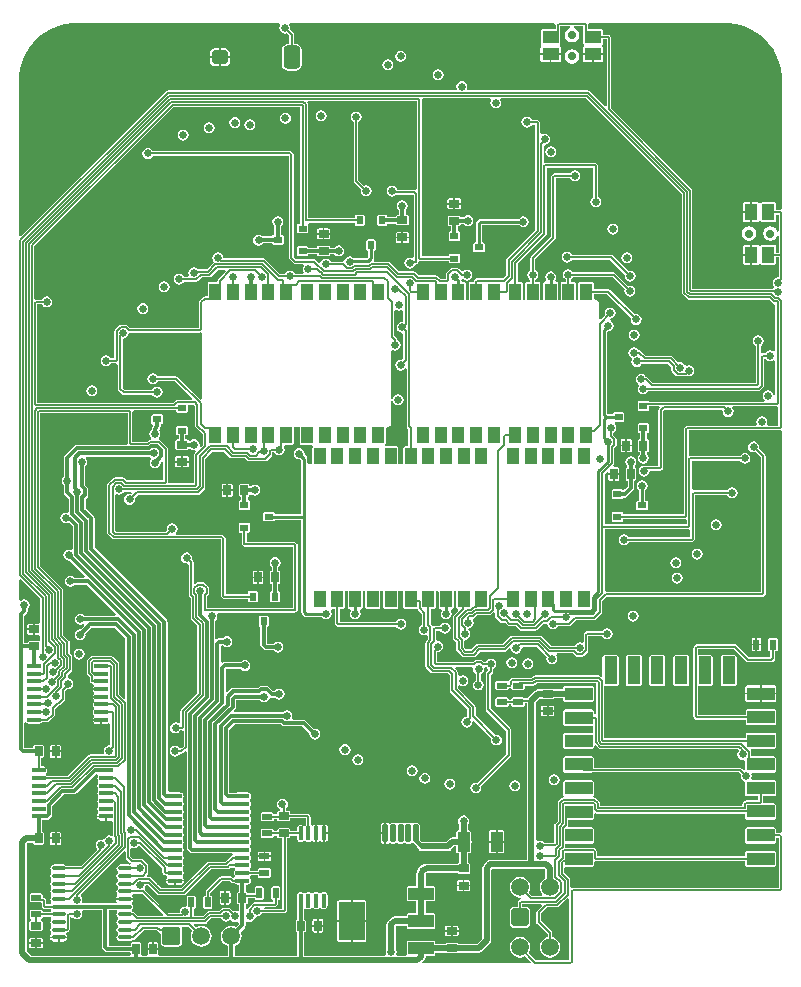
<source format=gbr>
%TF.GenerationSoftware,Altium Limited,Altium Designer,20.1.8 (145)*%
G04 Layer_Physical_Order=4*
G04 Layer_Color=16711680*
%FSLAX43Y43*%
%MOMM*%
%TF.SameCoordinates,D169B7AB-BDD6-48C1-BF66-756871F3EBFE*%
%TF.FilePolarity,Positive*%
%TF.FileFunction,Copper,L4,Bot,Signal*%
%TF.Part,Single*%
G01*
G75*
%TA.AperFunction,Conductor*%
%ADD10C,0.127*%
%ADD11C,0.254*%
%ADD12C,0.152*%
%ADD47C,0.305*%
%TA.AperFunction,ComponentPad*%
%ADD48O,1.900X1.100*%
%ADD49O,2.200X1.100*%
%ADD50C,0.700*%
%ADD51C,1.500*%
G04:AMPARAMS|DCode=52|XSize=1.5mm|YSize=1.5mm|CornerRadius=0.15mm|HoleSize=0mm|Usage=FLASHONLY|Rotation=0.000|XOffset=0mm|YOffset=0mm|HoleType=Round|Shape=RoundedRectangle|*
%AMROUNDEDRECTD52*
21,1,1.500,1.200,0,0,0.0*
21,1,1.200,1.500,0,0,0.0*
1,1,0.300,0.600,-0.600*
1,1,0.300,-0.600,-0.600*
1,1,0.300,-0.600,0.600*
1,1,0.300,0.600,0.600*
%
%ADD52ROUNDEDRECTD52*%
G04:AMPARAMS|DCode=53|XSize=1.5mm|YSize=1.5mm|CornerRadius=0.188mm|HoleSize=0mm|Usage=FLASHONLY|Rotation=0.000|XOffset=0mm|YOffset=0mm|HoleType=Round|Shape=RoundedRectangle|*
%AMROUNDEDRECTD53*
21,1,1.500,1.125,0,0,0.0*
21,1,1.125,1.500,0,0,0.0*
1,1,0.375,0.563,-0.563*
1,1,0.375,-0.563,-0.563*
1,1,0.375,-0.563,0.563*
1,1,0.375,0.563,0.563*
%
%ADD53ROUNDEDRECTD53*%
%TA.AperFunction,ViaPad*%
%ADD54C,0.660*%
%ADD55C,0.760*%
%ADD56C,3.200*%
%ADD57C,1.300*%
%TA.AperFunction,Conductor*%
%ADD58C,0.508*%
%ADD59C,0.203*%
%TA.AperFunction,SMDPad,CuDef*%
G04:AMPARAMS|DCode=60|XSize=1.1mm|YSize=2.3mm|CornerRadius=0.006mm|HoleSize=0mm|Usage=FLASHONLY|Rotation=270.000|XOffset=0mm|YOffset=0mm|HoleType=Round|Shape=RoundedRectangle|*
%AMROUNDEDRECTD60*
21,1,1.100,2.289,0,0,270.0*
21,1,1.089,2.300,0,0,270.0*
1,1,0.011,-1.145,-0.545*
1,1,0.011,-1.145,0.545*
1,1,0.011,1.145,0.545*
1,1,0.011,1.145,-0.545*
%
%ADD60ROUNDEDRECTD60*%
G04:AMPARAMS|DCode=61|XSize=1.1mm|YSize=2.3mm|CornerRadius=0.006mm|HoleSize=0mm|Usage=FLASHONLY|Rotation=180.000|XOffset=0mm|YOffset=0mm|HoleType=Round|Shape=RoundedRectangle|*
%AMROUNDEDRECTD61*
21,1,1.100,2.289,0,0,180.0*
21,1,1.089,2.300,0,0,180.0*
1,1,0.011,-0.545,1.145*
1,1,0.011,0.545,1.145*
1,1,0.011,0.545,-1.145*
1,1,0.011,-0.545,-1.145*
%
%ADD61ROUNDEDRECTD61*%
G04:AMPARAMS|DCode=62|XSize=1.65mm|YSize=0.95mm|CornerRadius=0.005mm|HoleSize=0mm|Usage=FLASHONLY|Rotation=90.000|XOffset=0mm|YOffset=0mm|HoleType=Round|Shape=RoundedRectangle|*
%AMROUNDEDRECTD62*
21,1,1.650,0.941,0,0,90.0*
21,1,1.641,0.950,0,0,90.0*
1,1,0.010,0.470,0.820*
1,1,0.010,0.470,-0.820*
1,1,0.010,-0.470,-0.820*
1,1,0.010,-0.470,0.820*
%
%ADD62ROUNDEDRECTD62*%
%ADD63O,1.150X0.400*%
G04:AMPARAMS|DCode=64|XSize=3.25mm|YSize=2.15mm|CornerRadius=0.011mm|HoleSize=0mm|Usage=FLASHONLY|Rotation=90.000|XOffset=0mm|YOffset=0mm|HoleType=Round|Shape=RoundedRectangle|*
%AMROUNDEDRECTD64*
21,1,3.250,2.128,0,0,90.0*
21,1,3.229,2.150,0,0,90.0*
1,1,0.022,1.064,1.614*
1,1,0.022,1.064,-1.614*
1,1,0.022,-1.064,-1.614*
1,1,0.022,-1.064,1.614*
%
%ADD64ROUNDEDRECTD64*%
G04:AMPARAMS|DCode=65|XSize=1mm|YSize=2.15mm|CornerRadius=0.005mm|HoleSize=0mm|Usage=FLASHONLY|Rotation=90.000|XOffset=0mm|YOffset=0mm|HoleType=Round|Shape=RoundedRectangle|*
%AMROUNDEDRECTD65*
21,1,1.000,2.140,0,0,90.0*
21,1,0.990,2.150,0,0,90.0*
1,1,0.010,1.070,0.495*
1,1,0.010,1.070,-0.495*
1,1,0.010,-1.070,-0.495*
1,1,0.010,-1.070,0.495*
%
%ADD65ROUNDEDRECTD65*%
G04:AMPARAMS|DCode=66|XSize=0.85mm|YSize=0.6mm|CornerRadius=0.003mm|HoleSize=0mm|Usage=FLASHONLY|Rotation=180.000|XOffset=0mm|YOffset=0mm|HoleType=Round|Shape=RoundedRectangle|*
%AMROUNDEDRECTD66*
21,1,0.850,0.594,0,0,180.0*
21,1,0.844,0.600,0,0,180.0*
1,1,0.006,-0.422,0.297*
1,1,0.006,0.422,0.297*
1,1,0.006,0.422,-0.297*
1,1,0.006,-0.422,-0.297*
%
%ADD66ROUNDEDRECTD66*%
G04:AMPARAMS|DCode=67|XSize=0.85mm|YSize=0.6mm|CornerRadius=0.003mm|HoleSize=0mm|Usage=FLASHONLY|Rotation=270.000|XOffset=0mm|YOffset=0mm|HoleType=Round|Shape=RoundedRectangle|*
%AMROUNDEDRECTD67*
21,1,0.850,0.594,0,0,270.0*
21,1,0.844,0.600,0,0,270.0*
1,1,0.006,-0.297,-0.422*
1,1,0.006,-0.297,0.422*
1,1,0.006,0.297,0.422*
1,1,0.006,0.297,-0.422*
%
%ADD67ROUNDEDRECTD67*%
%ADD68O,1.200X0.400*%
%ADD69O,0.400X1.200*%
G04:AMPARAMS|DCode=70|XSize=0.55mm|YSize=0.7mm|CornerRadius=0.003mm|HoleSize=0mm|Usage=FLASHONLY|Rotation=270.000|XOffset=0mm|YOffset=0mm|HoleType=Round|Shape=RoundedRectangle|*
%AMROUNDEDRECTD70*
21,1,0.550,0.695,0,0,270.0*
21,1,0.545,0.700,0,0,270.0*
1,1,0.006,-0.347,-0.272*
1,1,0.006,-0.347,0.272*
1,1,0.006,0.347,0.272*
1,1,0.006,0.347,-0.272*
%
%ADD70ROUNDEDRECTD70*%
G04:AMPARAMS|DCode=71|XSize=0.55mm|YSize=0.7mm|CornerRadius=0.003mm|HoleSize=0mm|Usage=FLASHONLY|Rotation=180.000|XOffset=0mm|YOffset=0mm|HoleType=Round|Shape=RoundedRectangle|*
%AMROUNDEDRECTD71*
21,1,0.550,0.695,0,0,180.0*
21,1,0.545,0.700,0,0,180.0*
1,1,0.006,-0.272,0.347*
1,1,0.006,0.272,0.347*
1,1,0.006,0.272,-0.347*
1,1,0.006,-0.272,-0.347*
%
%ADD71ROUNDEDRECTD71*%
G04:AMPARAMS|DCode=72|XSize=0.45mm|YSize=1.5mm|CornerRadius=0.113mm|HoleSize=0mm|Usage=FLASHONLY|Rotation=180.000|XOffset=0mm|YOffset=0mm|HoleType=Round|Shape=RoundedRectangle|*
%AMROUNDEDRECTD72*
21,1,0.450,1.275,0,0,180.0*
21,1,0.225,1.500,0,0,180.0*
1,1,0.225,-0.113,0.638*
1,1,0.225,0.113,0.638*
1,1,0.225,0.113,-0.638*
1,1,0.225,-0.113,-0.638*
%
%ADD72ROUNDEDRECTD72*%
G04:AMPARAMS|DCode=73|XSize=0.85mm|YSize=0.5mm|CornerRadius=0.003mm|HoleSize=0mm|Usage=FLASHONLY|Rotation=0.000|XOffset=0mm|YOffset=0mm|HoleType=Round|Shape=RoundedRectangle|*
%AMROUNDEDRECTD73*
21,1,0.850,0.495,0,0,0.0*
21,1,0.845,0.500,0,0,0.0*
1,1,0.005,0.422,-0.248*
1,1,0.005,-0.422,-0.248*
1,1,0.005,-0.422,0.248*
1,1,0.005,0.422,0.248*
%
%ADD73ROUNDEDRECTD73*%
G04:AMPARAMS|DCode=74|XSize=0.85mm|YSize=0.5mm|CornerRadius=0.003mm|HoleSize=0mm|Usage=FLASHONLY|Rotation=90.000|XOffset=0mm|YOffset=0mm|HoleType=Round|Shape=RoundedRectangle|*
%AMROUNDEDRECTD74*
21,1,0.850,0.495,0,0,90.0*
21,1,0.845,0.500,0,0,90.0*
1,1,0.005,0.248,0.422*
1,1,0.005,0.248,-0.422*
1,1,0.005,-0.248,-0.422*
1,1,0.005,-0.248,0.422*
%
%ADD74ROUNDEDRECTD74*%
G04:AMPARAMS|DCode=75|XSize=1mm|YSize=1.361mm|CornerRadius=0.005mm|HoleSize=0mm|Usage=FLASHONLY|Rotation=180.000|XOffset=0mm|YOffset=0mm|HoleType=Round|Shape=RoundedRectangle|*
%AMROUNDEDRECTD75*
21,1,1.000,1.351,0,0,180.0*
21,1,0.990,1.361,0,0,180.0*
1,1,0.010,-0.495,0.676*
1,1,0.010,0.495,0.676*
1,1,0.010,0.495,-0.676*
1,1,0.010,-0.495,-0.676*
%
%ADD75ROUNDEDRECTD75*%
G04:AMPARAMS|DCode=76|XSize=1.4mm|YSize=1.05mm|CornerRadius=0.005mm|HoleSize=0mm|Usage=FLASHONLY|Rotation=270.000|XOffset=0mm|YOffset=0mm|HoleType=Round|Shape=RoundedRectangle|*
%AMROUNDEDRECTD76*
21,1,1.400,1.040,0,0,270.0*
21,1,1.390,1.050,0,0,270.0*
1,1,0.011,-0.520,-0.695*
1,1,0.011,-0.520,0.695*
1,1,0.011,0.520,0.695*
1,1,0.011,0.520,-0.695*
%
%ADD76ROUNDEDRECTD76*%
G04:AMPARAMS|DCode=77|XSize=1.4mm|YSize=1.05mm|CornerRadius=0.005mm|HoleSize=0mm|Usage=FLASHONLY|Rotation=0.000|XOffset=0mm|YOffset=0mm|HoleType=Round|Shape=RoundedRectangle|*
%AMROUNDEDRECTD77*
21,1,1.400,1.040,0,0,0.0*
21,1,1.390,1.050,0,0,0.0*
1,1,0.011,0.695,-0.520*
1,1,0.011,-0.695,-0.520*
1,1,0.011,-0.695,0.520*
1,1,0.011,0.695,0.520*
%
%ADD77ROUNDEDRECTD77*%
G04:AMPARAMS|DCode=78|XSize=1.4mm|YSize=1.2mm|CornerRadius=0.3mm|HoleSize=0mm|Usage=FLASHONLY|Rotation=180.000|XOffset=0mm|YOffset=0mm|HoleType=Round|Shape=RoundedRectangle|*
%AMROUNDEDRECTD78*
21,1,1.400,0.600,0,0,180.0*
21,1,0.800,1.200,0,0,180.0*
1,1,0.600,-0.400,0.300*
1,1,0.600,0.400,0.300*
1,1,0.600,0.400,-0.300*
1,1,0.600,-0.400,-0.300*
%
%ADD78ROUNDEDRECTD78*%
G04:AMPARAMS|DCode=79|XSize=1.4mm|YSize=2mm|CornerRadius=0.35mm|HoleSize=0mm|Usage=FLASHONLY|Rotation=180.000|XOffset=0mm|YOffset=0mm|HoleType=Round|Shape=RoundedRectangle|*
%AMROUNDEDRECTD79*
21,1,1.400,1.300,0,0,180.0*
21,1,0.700,2.000,0,0,180.0*
1,1,0.700,-0.350,0.650*
1,1,0.700,0.350,0.650*
1,1,0.700,0.350,-0.650*
1,1,0.700,-0.350,-0.650*
%
%ADD79ROUNDEDRECTD79*%
G36*
X1045624Y1079662D02*
Y1079296D01*
X1044505D01*
X1044404Y1079254D01*
X1044362Y1079153D01*
Y1078113D01*
X1044404Y1078012D01*
X1044426Y1078003D01*
X1044435Y1077921D01*
X1044425Y1077839D01*
X1044392Y1077816D01*
X1044357Y1077764D01*
X1044344Y1077703D01*
Y1077259D01*
X1046056D01*
Y1077703D01*
X1046043Y1077764D01*
X1046008Y1077816D01*
X1045975Y1077839D01*
X1045965Y1077921D01*
X1045974Y1078003D01*
X1045996Y1078012D01*
X1046038Y1078113D01*
Y1079153D01*
X1046013Y1079213D01*
Y1079252D01*
X1046013Y1079252D01*
Y1079542D01*
X1046835D01*
X1046850Y1079390D01*
X1046766Y1079373D01*
X1046567Y1079241D01*
X1046435Y1079042D01*
X1046388Y1078808D01*
X1046435Y1078574D01*
X1046567Y1078375D01*
X1046766Y1078243D01*
X1047000Y1078196D01*
X1047234Y1078243D01*
X1047433Y1078375D01*
X1047565Y1078574D01*
X1047612Y1078808D01*
X1047565Y1079042D01*
X1047433Y1079241D01*
X1047234Y1079373D01*
X1047150Y1079390D01*
X1047165Y1079542D01*
X1047969D01*
Y1079170D01*
X1047962Y1079153D01*
Y1078113D01*
X1048004Y1078012D01*
X1048026Y1078003D01*
X1048035Y1077921D01*
X1048025Y1077839D01*
X1047992Y1077816D01*
X1047957Y1077764D01*
X1047944Y1077703D01*
Y1077259D01*
X1049656D01*
Y1077703D01*
X1049643Y1077764D01*
X1049608Y1077816D01*
X1049575Y1077839D01*
X1049565Y1077921D01*
X1049574Y1078003D01*
X1049596Y1078012D01*
X1049638Y1078113D01*
Y1078439D01*
X1049940D01*
Y1072828D01*
X1049799Y1072770D01*
X1048507Y1074063D01*
X1048444Y1074105D01*
X1048370Y1074120D01*
X1038205D01*
X1038119Y1074245D01*
X1038123Y1074272D01*
X1038158Y1074446D01*
X1038123Y1074624D01*
X1038022Y1074775D01*
X1037870Y1074876D01*
X1037692Y1074912D01*
X1037514Y1074876D01*
X1037363Y1074775D01*
X1037262Y1074624D01*
X1037226Y1074446D01*
X1037261Y1074272D01*
X1037265Y1074245D01*
X1037180Y1074120D01*
X1012772D01*
X1012697Y1074105D01*
X1012634Y1074063D01*
X1000345Y1061773D01*
X1000204Y1061831D01*
Y1075000D01*
X1000204Y1075314D01*
X1000286Y1075938D01*
X1000449Y1076545D01*
X1000689Y1077126D01*
X1001004Y1077670D01*
X1001386Y1078169D01*
X1001831Y1078614D01*
X1002330Y1078996D01*
X1002874Y1079311D01*
X1003455Y1079551D01*
X1004062Y1079714D01*
X1004686Y1079796D01*
X1005000Y1079796D01*
X1022232D01*
X1022313Y1079644D01*
X1022270Y1079578D01*
X1022234Y1079400D01*
X1022270Y1079222D01*
X1022371Y1079071D01*
X1022522Y1078969D01*
X1022700Y1078934D01*
X1022844Y1078963D01*
X1023093Y1078714D01*
Y1078061D01*
X1022950D01*
X1022764Y1078024D01*
X1022606Y1077919D01*
X1022501Y1077761D01*
X1022464Y1077575D01*
Y1076275D01*
X1022501Y1076089D01*
X1022606Y1075931D01*
X1022764Y1075826D01*
X1022950Y1075789D01*
X1023650D01*
X1023836Y1075826D01*
X1023994Y1075931D01*
X1024099Y1076089D01*
X1024136Y1076275D01*
Y1077575D01*
X1024099Y1077761D01*
X1023994Y1077919D01*
X1023836Y1078024D01*
X1023650Y1078061D01*
X1023507D01*
Y1078800D01*
X1023507Y1078800D01*
X1023491Y1078879D01*
X1023447Y1078946D01*
X1023137Y1079256D01*
X1023166Y1079400D01*
X1023130Y1079578D01*
X1023087Y1079644D01*
X1023168Y1079796D01*
X1045510D01*
X1045624Y1079662D01*
D02*
G37*
G36*
X1056313Y1065348D02*
Y1056981D01*
X1056328Y1056907D01*
X1056370Y1056844D01*
X1056742Y1056472D01*
X1056805Y1056430D01*
X1056879Y1056415D01*
X1056879Y1056415D01*
X1063708D01*
X1063999Y1056124D01*
X1063999Y1056124D01*
X1064062Y1056082D01*
X1064137Y1056067D01*
X1064232Y1055961D01*
Y1052084D01*
X1064079Y1052017D01*
X1063979Y1052084D01*
X1063801Y1052119D01*
X1063622Y1052084D01*
X1063471Y1051983D01*
X1063390Y1051860D01*
X1063151D01*
X1063151Y1051860D01*
X1063142Y1051859D01*
X1063004Y1051949D01*
X1062989Y1051972D01*
Y1052507D01*
X1063111Y1052588D01*
X1063213Y1052740D01*
X1063248Y1052918D01*
X1063213Y1053096D01*
X1063111Y1053247D01*
X1062960Y1053348D01*
X1062782Y1053384D01*
X1062604Y1053348D01*
X1062453Y1053247D01*
X1062351Y1053096D01*
X1062316Y1052918D01*
X1062351Y1052740D01*
X1062453Y1052588D01*
X1062575Y1052507D01*
Y1049358D01*
X1053869D01*
X1053428Y1049798D01*
X1053361Y1049843D01*
X1053307Y1049854D01*
X1053222Y1049981D01*
X1053070Y1050083D01*
X1052892Y1050118D01*
X1052714Y1050083D01*
X1052563Y1049981D01*
X1052462Y1049830D01*
X1052426Y1049652D01*
X1052462Y1049474D01*
X1052563Y1049323D01*
X1052614Y1049288D01*
X1052710Y1049213D01*
X1052653Y1049093D01*
X1052624Y1049049D01*
X1052589Y1048871D01*
X1052624Y1048693D01*
X1052725Y1048542D01*
X1052876Y1048441D01*
X1053055Y1048405D01*
X1053233Y1048441D01*
X1053384Y1048542D01*
X1053466Y1048664D01*
X1062808D01*
X1062808Y1048664D01*
X1062888Y1048680D01*
X1062955Y1048725D01*
X1063208Y1048978D01*
X1063208Y1048978D01*
X1063253Y1049045D01*
X1063269Y1049124D01*
Y1051353D01*
X1063421Y1051399D01*
X1063471Y1051324D01*
X1063622Y1051223D01*
X1063801Y1051187D01*
X1063979Y1051223D01*
X1064079Y1051290D01*
X1064232Y1051222D01*
Y1048363D01*
X1064079Y1048348D01*
X1064059Y1048450D01*
X1063958Y1048601D01*
X1063807Y1048702D01*
X1063629Y1048738D01*
X1063450Y1048702D01*
X1063299Y1048601D01*
X1063198Y1048450D01*
X1063163Y1048272D01*
X1063198Y1048093D01*
X1063299Y1047942D01*
X1063328Y1047923D01*
X1063282Y1047770D01*
X1053510D01*
X1053505Y1047782D01*
X1053406Y1047823D01*
X1052711D01*
X1052612Y1047782D01*
X1052571Y1047682D01*
Y1047138D01*
X1052612Y1047039D01*
X1052711Y1046998D01*
X1053406D01*
X1053505Y1047039D01*
X1053546Y1047138D01*
Y1047382D01*
X1054381D01*
X1054440Y1047241D01*
X1054388Y1047190D01*
X1054343Y1047122D01*
X1054327Y1047043D01*
X1054327Y1047043D01*
Y1042339D01*
X1053171D01*
X1053126Y1042348D01*
X1052948Y1042312D01*
X1052797Y1042211D01*
X1052696Y1042060D01*
X1052661Y1041882D01*
X1052696Y1041704D01*
X1052797Y1041552D01*
X1052948Y1041451D01*
X1053126Y1041416D01*
X1053305Y1041451D01*
X1053456Y1041552D01*
X1053557Y1041704D01*
X1053592Y1041882D01*
X1053628Y1041925D01*
X1054445D01*
X1054445Y1041925D01*
X1054525Y1041941D01*
X1054592Y1041985D01*
X1054681Y1042075D01*
X1054681Y1042075D01*
X1054726Y1042142D01*
X1054742Y1042221D01*
X1054742Y1042221D01*
Y1046957D01*
X1054887Y1047102D01*
X1059645D01*
X1059769Y1046954D01*
X1059766Y1046939D01*
X1059802Y1046761D01*
X1059903Y1046610D01*
X1060054Y1046509D01*
X1060232Y1046473D01*
X1060411Y1046509D01*
X1060562Y1046610D01*
X1060663Y1046761D01*
X1060698Y1046939D01*
X1060663Y1047118D01*
X1060588Y1047229D01*
X1060638Y1047360D01*
X1060655Y1047382D01*
X1064351D01*
X1064486Y1047267D01*
Y1045741D01*
X1063595D01*
X1063508Y1045866D01*
X1063513Y1045894D01*
X1063547Y1046068D01*
X1063512Y1046246D01*
X1063411Y1046397D01*
X1063260Y1046498D01*
X1063081Y1046534D01*
X1062903Y1046498D01*
X1062752Y1046397D01*
X1062651Y1046246D01*
X1062615Y1046068D01*
X1062650Y1045894D01*
X1062654Y1045866D01*
X1062568Y1045741D01*
X1056762D01*
X1056688Y1045727D01*
X1056625Y1045684D01*
X1056551Y1045610D01*
X1056509Y1045547D01*
X1056494Y1045473D01*
Y1038225D01*
X1051347D01*
Y1038303D01*
X1051306Y1038403D01*
X1051207Y1038444D01*
X1050512D01*
X1050413Y1038403D01*
X1050372Y1038303D01*
Y1037759D01*
X1050413Y1037659D01*
X1050512Y1037618D01*
X1051207D01*
X1051306Y1037659D01*
X1051347Y1037759D01*
Y1037837D01*
X1056614D01*
X1056747Y1037722D01*
Y1037389D01*
X1049765D01*
Y1041654D01*
X1049953Y1041842D01*
X1050093Y1041783D01*
Y1041724D01*
X1050549D01*
X1051004D01*
Y1042069D01*
X1050992Y1042130D01*
X1050958Y1042181D01*
X1050906Y1042216D01*
X1050846Y1042228D01*
X1050538D01*
X1050479Y1042369D01*
X1050527Y1042416D01*
X1050527Y1042416D01*
X1050572Y1042483D01*
X1050587Y1042562D01*
X1050587Y1042562D01*
Y1043840D01*
X1050730Y1043983D01*
X1050730Y1043983D01*
X1050775Y1044050D01*
X1050790Y1044129D01*
X1050790Y1044129D01*
Y1044571D01*
X1050775Y1044650D01*
X1050730Y1044717D01*
X1050730Y1044717D01*
X1050498Y1044950D01*
Y1045129D01*
X1050620Y1045210D01*
X1050721Y1045361D01*
X1050756Y1045540D01*
X1050721Y1045718D01*
X1050620Y1045869D01*
X1050621Y1046039D01*
X1050627Y1046048D01*
X1051306D01*
X1051405Y1046089D01*
X1051446Y1046188D01*
Y1046733D01*
X1051405Y1046832D01*
X1051306Y1046873D01*
X1050611D01*
X1050512Y1046832D01*
X1050471Y1046733D01*
Y1046719D01*
X1049965D01*
Y1053590D01*
X1050062Y1053727D01*
X1050240Y1053762D01*
X1050392Y1053863D01*
X1050493Y1054014D01*
X1050528Y1054193D01*
X1050493Y1054371D01*
X1050392Y1054522D01*
X1050290Y1054590D01*
X1050248Y1054743D01*
X1050250Y1054776D01*
X1050263Y1054791D01*
X1050267Y1054792D01*
X1050442Y1054827D01*
X1050593Y1054928D01*
X1050694Y1055079D01*
X1050729Y1055258D01*
X1050694Y1055436D01*
X1050593Y1055587D01*
X1050442Y1055688D01*
X1050263Y1055724D01*
X1050085Y1055688D01*
X1049934Y1055587D01*
X1049833Y1055436D01*
X1049797Y1055258D01*
X1049826Y1055113D01*
X1049445Y1054732D01*
X1049304Y1054790D01*
Y1056040D01*
X1049288Y1056118D01*
X1049288Y1056118D01*
X1049258Y1056191D01*
X1049258Y1056191D01*
X1049214Y1056257D01*
X1049157Y1056314D01*
X1049091Y1056358D01*
X1049018Y1056388D01*
X1049018Y1056388D01*
X1048966Y1056399D01*
X1048940Y1056404D01*
X1048838Y1056505D01*
Y1056875D01*
X1050017D01*
X1052016Y1054876D01*
X1051987Y1054732D01*
X1052023Y1054554D01*
X1052124Y1054402D01*
X1052275Y1054301D01*
X1052453Y1054266D01*
X1052632Y1054301D01*
X1052783Y1054402D01*
X1052884Y1054554D01*
X1052919Y1054732D01*
X1052884Y1054910D01*
X1052783Y1055061D01*
X1052632Y1055162D01*
X1052453Y1055198D01*
X1052309Y1055169D01*
X1050250Y1057229D01*
X1050182Y1057273D01*
X1050103Y1057289D01*
X1050103Y1057289D01*
X1048838D01*
Y1057757D01*
X1048796Y1057859D01*
X1048695Y1057900D01*
X1047705D01*
X1047604Y1057859D01*
X1047562Y1057757D01*
Y1056406D01*
X1047560Y1056404D01*
X1047340D01*
X1047338Y1056406D01*
Y1057757D01*
X1047296Y1057859D01*
X1047195Y1057900D01*
X1046907D01*
Y1058114D01*
X1047030Y1058196D01*
X1047111Y1058318D01*
X1050445D01*
X1051483Y1057279D01*
X1051454Y1057135D01*
X1051490Y1056957D01*
X1051591Y1056806D01*
X1051742Y1056705D01*
X1051920Y1056669D01*
X1052099Y1056705D01*
X1052250Y1056806D01*
X1052351Y1056957D01*
X1052386Y1057135D01*
X1052351Y1057313D01*
X1052250Y1057465D01*
X1052099Y1057566D01*
X1051920Y1057601D01*
X1051776Y1057572D01*
X1050677Y1058672D01*
X1050610Y1058716D01*
X1050530Y1058732D01*
X1050530Y1058732D01*
X1047111D01*
X1047030Y1058854D01*
X1046878Y1058956D01*
X1046700Y1058991D01*
X1046522Y1058956D01*
X1046370Y1058854D01*
X1046270Y1058703D01*
X1046234Y1058525D01*
X1046270Y1058347D01*
X1046370Y1058196D01*
X1046493Y1058114D01*
Y1057900D01*
X1046205D01*
X1046104Y1057859D01*
X1046062Y1057757D01*
Y1056406D01*
X1046060Y1056404D01*
X1045840D01*
X1045838Y1056406D01*
Y1057757D01*
X1045796Y1057859D01*
X1045695Y1057900D01*
X1045640D01*
X1045567Y1058053D01*
X1045630Y1058147D01*
X1045666Y1058326D01*
X1045630Y1058504D01*
X1045530Y1058655D01*
X1045378Y1058756D01*
X1045200Y1058792D01*
X1045022Y1058756D01*
X1044870Y1058655D01*
X1044770Y1058504D01*
X1044734Y1058326D01*
X1044770Y1058147D01*
X1044833Y1058053D01*
X1044760Y1057900D01*
X1044705D01*
X1044604Y1057859D01*
X1044562Y1057757D01*
Y1056406D01*
X1044560Y1056404D01*
X1044340D01*
X1044338Y1056406D01*
Y1057757D01*
X1044296Y1057859D01*
X1044195Y1057900D01*
X1043907D01*
Y1058065D01*
X1044030Y1058147D01*
X1044130Y1058298D01*
X1044166Y1058476D01*
X1044130Y1058654D01*
X1044030Y1058806D01*
X1043907Y1058887D01*
Y1059853D01*
X1045573Y1061518D01*
X1045573Y1061518D01*
X1045617Y1061585D01*
X1045633Y1061665D01*
Y1066679D01*
X1046851D01*
X1046933Y1066557D01*
X1047084Y1066456D01*
X1047263Y1066421D01*
X1047441Y1066456D01*
X1047592Y1066557D01*
X1047693Y1066708D01*
X1047729Y1066887D01*
X1047693Y1067065D01*
X1047592Y1067216D01*
X1047441Y1067317D01*
X1047263Y1067353D01*
X1047084Y1067317D01*
X1046933Y1067216D01*
X1046851Y1067094D01*
X1045515D01*
X1045515Y1067094D01*
X1045436Y1067078D01*
X1045369Y1067033D01*
X1045369Y1067033D01*
X1045280Y1066944D01*
X1045235Y1066877D01*
X1045219Y1066797D01*
X1045219Y1066797D01*
Y1061750D01*
X1043553Y1060085D01*
X1043509Y1060018D01*
X1043493Y1059939D01*
X1043493Y1059939D01*
Y1058887D01*
X1043370Y1058806D01*
X1043270Y1058654D01*
X1043234Y1058476D01*
X1043270Y1058298D01*
X1043370Y1058147D01*
X1043493Y1058065D01*
Y1057900D01*
X1043205D01*
X1043104Y1057859D01*
X1043062Y1057757D01*
Y1056406D01*
X1043060Y1056404D01*
X1042840D01*
X1042838Y1056406D01*
Y1057757D01*
X1042796Y1057859D01*
X1042695Y1057900D01*
X1042407D01*
Y1059424D01*
X1044824Y1061841D01*
X1044824Y1061841D01*
X1044869Y1061908D01*
X1044885Y1061988D01*
Y1067593D01*
X1048812D01*
Y1065099D01*
X1048690Y1065017D01*
X1048589Y1064866D01*
X1048554Y1064687D01*
X1048589Y1064509D01*
X1048690Y1064358D01*
X1048841Y1064257D01*
X1049020Y1064221D01*
X1049198Y1064257D01*
X1049349Y1064358D01*
X1049450Y1064509D01*
X1049486Y1064687D01*
X1049450Y1064866D01*
X1049349Y1065017D01*
X1049227Y1065099D01*
Y1067711D01*
X1049227Y1067711D01*
X1049211Y1067790D01*
X1049166Y1067858D01*
X1049166Y1067858D01*
X1049077Y1067947D01*
X1049010Y1067992D01*
X1048930Y1068008D01*
X1048930Y1068008D01*
X1044767D01*
X1044767Y1068008D01*
X1044758Y1068006D01*
X1044620Y1068097D01*
X1044606Y1068119D01*
Y1069381D01*
X1044687Y1069521D01*
X1044865Y1069556D01*
X1045016Y1069657D01*
X1045117Y1069808D01*
X1045153Y1069986D01*
X1045117Y1070165D01*
X1045016Y1070316D01*
X1044865Y1070417D01*
X1044687Y1070452D01*
X1044508Y1070417D01*
X1044479Y1070397D01*
X1044326Y1070479D01*
Y1071335D01*
X1044326Y1071335D01*
X1044311Y1071415D01*
X1044266Y1071482D01*
X1044266Y1071482D01*
X1044176Y1071571D01*
X1044109Y1071616D01*
X1044030Y1071632D01*
X1044030Y1071632D01*
X1043588D01*
X1043506Y1071754D01*
X1043355Y1071855D01*
X1043176Y1071891D01*
X1042998Y1071855D01*
X1042847Y1071754D01*
X1042746Y1071603D01*
X1042710Y1071425D01*
X1042746Y1071246D01*
X1042847Y1071095D01*
X1042998Y1070994D01*
X1043176Y1070959D01*
X1043355Y1070994D01*
X1043506Y1071095D01*
X1043588Y1071218D01*
X1043912D01*
Y1062305D01*
X1041495Y1059888D01*
X1041450Y1059820D01*
X1041434Y1059741D01*
X1041434Y1059741D01*
Y1058469D01*
X1041178Y1058213D01*
X1038989D01*
X1038989Y1058213D01*
X1038910Y1058197D01*
X1038843Y1058152D01*
X1038843Y1058152D01*
X1038754Y1058063D01*
X1038709Y1057996D01*
X1038693Y1057916D01*
X1038546Y1057900D01*
X1038405D01*
X1038304Y1057859D01*
X1038262Y1057757D01*
Y1056406D01*
X1038260Y1056404D01*
X1038040D01*
X1038038Y1056406D01*
Y1057757D01*
X1037996Y1057859D01*
X1037895Y1057900D01*
X1037659D01*
Y1057998D01*
X1037639Y1058097D01*
X1037768Y1058172D01*
X1037785Y1058147D01*
X1037936Y1058046D01*
X1038115Y1058010D01*
X1038293Y1058046D01*
X1038444Y1058147D01*
X1038545Y1058298D01*
X1038581Y1058476D01*
X1038545Y1058654D01*
X1038444Y1058806D01*
X1038293Y1058907D01*
X1038115Y1058942D01*
X1037936Y1058907D01*
X1037785Y1058806D01*
X1037677Y1058795D01*
X1037442Y1059030D01*
X1037375Y1059075D01*
X1037296Y1059090D01*
X1037296Y1059090D01*
X1036854D01*
X1036854Y1059090D01*
X1036775Y1059075D01*
X1036708Y1059030D01*
X1036708Y1059030D01*
X1036395Y1058717D01*
X1036350Y1058650D01*
X1036335Y1058571D01*
X1036335Y1058571D01*
Y1058173D01*
X1035890D01*
X1035671Y1058392D01*
X1035604Y1058437D01*
X1035525Y1058452D01*
X1035525Y1058452D01*
X1034040D01*
X1033758Y1058734D01*
X1033691Y1058779D01*
X1033612Y1058795D01*
X1033612Y1058795D01*
X1032367D01*
X1031602Y1059560D01*
X1031535Y1059605D01*
X1031455Y1059621D01*
X1031455Y1059621D01*
X1030285D01*
X1030217Y1059773D01*
X1030239Y1059806D01*
X1030259Y1059905D01*
Y1060537D01*
X1030272D01*
X1030372Y1060578D01*
X1030413Y1060678D01*
Y1061372D01*
X1030372Y1061472D01*
X1030272Y1061513D01*
X1029728D01*
X1029629Y1061472D01*
X1029587Y1061372D01*
Y1060678D01*
X1029629Y1060578D01*
X1029728Y1060537D01*
X1029741D01*
Y1060013D01*
X1029670Y1059941D01*
X1028503D01*
X1028355Y1060041D01*
X1028176Y1060076D01*
X1027998Y1060041D01*
X1027847Y1059940D01*
X1027746Y1059788D01*
X1027738Y1059748D01*
X1027619Y1059621D01*
X1027619Y1059621D01*
X1026582D01*
X1026500Y1059743D01*
X1026349Y1059844D01*
X1026171Y1059880D01*
X1025992Y1059844D01*
X1025841Y1059743D01*
X1025743Y1059596D01*
X1025726Y1059574D01*
X1025578Y1059545D01*
X1025353Y1059771D01*
X1025285Y1059815D01*
X1025206Y1059831D01*
X1025206Y1059831D01*
X1023671D01*
X1023457Y1060045D01*
Y1068635D01*
X1023457Y1068635D01*
X1023441Y1068715D01*
X1023397Y1068782D01*
X1023397Y1068782D01*
X1023251Y1068927D01*
X1023184Y1068972D01*
X1023105Y1068988D01*
X1023105Y1068988D01*
X1011499D01*
X1011417Y1069110D01*
X1011266Y1069211D01*
X1011088Y1069247D01*
X1010910Y1069211D01*
X1010758Y1069110D01*
X1010657Y1068959D01*
X1010622Y1068781D01*
X1010657Y1068602D01*
X1010758Y1068451D01*
X1010910Y1068350D01*
X1011088Y1068315D01*
X1011266Y1068350D01*
X1011417Y1068451D01*
X1011499Y1068573D01*
X1023019D01*
X1023043Y1068550D01*
Y1059960D01*
X1023043Y1059960D01*
X1023059Y1059880D01*
X1023104Y1059813D01*
X1023439Y1059478D01*
X1023506Y1059433D01*
X1023586Y1059417D01*
X1023586Y1059417D01*
X1024212D01*
X1024294Y1059264D01*
X1024243Y1059188D01*
X1024207Y1059010D01*
X1024243Y1058832D01*
X1024298Y1058749D01*
X1024217Y1058596D01*
X1023527D01*
X1023446Y1058719D01*
X1023294Y1058820D01*
X1023116Y1058855D01*
X1022938Y1058820D01*
X1022787Y1058719D01*
X1022705Y1058596D01*
X1022302D01*
X1021056Y1059843D01*
X1020988Y1059887D01*
X1020909Y1059903D01*
X1020909Y1059903D01*
X1017526D01*
X1017500Y1059935D01*
X1017465Y1060114D01*
X1017364Y1060265D01*
X1017213Y1060366D01*
X1017034Y1060401D01*
X1016856Y1060366D01*
X1016705Y1060265D01*
X1016604Y1060114D01*
X1016568Y1059935D01*
X1016604Y1059757D01*
X1016633Y1059713D01*
X1016663Y1059558D01*
X1016609Y1059496D01*
X1016085Y1058972D01*
X1015352D01*
X1015336Y1058997D01*
X1015184Y1059098D01*
X1015006Y1059134D01*
X1014828Y1059098D01*
X1014677Y1058997D01*
X1014576Y1058846D01*
X1014540Y1058668D01*
X1014576Y1058489D01*
X1014581Y1058482D01*
X1014499Y1058329D01*
X1014161D01*
X1014071Y1058464D01*
X1013920Y1058565D01*
X1013741Y1058601D01*
X1013563Y1058565D01*
X1013412Y1058464D01*
X1013311Y1058313D01*
X1013275Y1058135D01*
X1013311Y1057957D01*
X1013412Y1057805D01*
X1013563Y1057704D01*
X1013741Y1057669D01*
X1013920Y1057704D01*
X1014071Y1057805D01*
X1014161Y1057941D01*
X1015209D01*
X1015284Y1057955D01*
X1015347Y1057998D01*
X1015653Y1058304D01*
X1016281D01*
X1016356Y1058319D01*
X1016419Y1058361D01*
X1016999Y1058941D01*
X1017366D01*
X1017439Y1058956D01*
X1017652D01*
X1017710Y1058815D01*
X1017054Y1058159D01*
X1017009Y1058092D01*
X1016993Y1058013D01*
X1016899Y1057900D01*
X1016305D01*
X1016204Y1057859D01*
X1016162Y1057757D01*
Y1056683D01*
X1015903D01*
X1015903Y1056683D01*
X1015823Y1056668D01*
X1015756Y1056623D01*
X1015756Y1056623D01*
X1015477Y1056344D01*
X1015432Y1056276D01*
X1015417Y1056197D01*
X1015417Y1056197D01*
Y1054037D01*
X1009568D01*
X1009375Y1054230D01*
X1009308Y1054275D01*
X1009229Y1054291D01*
X1009229Y1054291D01*
X1008787D01*
X1008787Y1054291D01*
X1008708Y1054275D01*
X1008640Y1054230D01*
X1008640Y1054230D01*
X1008328Y1053918D01*
X1008283Y1053851D01*
X1008267Y1053771D01*
X1008267Y1053771D01*
Y1051425D01*
X1007975D01*
X1007893Y1051547D01*
X1007742Y1051648D01*
X1007563Y1051683D01*
X1007385Y1051648D01*
X1007234Y1051547D01*
X1007133Y1051396D01*
X1007097Y1051217D01*
X1007133Y1051039D01*
X1007234Y1050888D01*
X1007385Y1050787D01*
X1007563Y1050751D01*
X1007742Y1050787D01*
X1007893Y1050888D01*
X1007975Y1051010D01*
X1008385D01*
X1008385Y1051010D01*
X1008394Y1051012D01*
X1008532Y1050921D01*
X1008547Y1050899D01*
Y1048865D01*
X1008547Y1048865D01*
X1008562Y1048786D01*
X1008607Y1048719D01*
X1008913Y1048413D01*
X1008913Y1048413D01*
X1008980Y1048369D01*
X1009059Y1048353D01*
X1011478D01*
X1011560Y1048230D01*
X1011711Y1048129D01*
X1011889Y1048094D01*
X1012068Y1048129D01*
X1012219Y1048230D01*
X1012320Y1048382D01*
X1012355Y1048560D01*
X1012320Y1048738D01*
X1012219Y1048889D01*
X1012068Y1048990D01*
X1011889Y1049026D01*
X1011711Y1048990D01*
X1011560Y1048889D01*
X1011478Y1048767D01*
X1009145D01*
X1008961Y1048951D01*
Y1053046D01*
X1009008Y1053085D01*
X1009186Y1053120D01*
X1009337Y1053221D01*
X1009438Y1053372D01*
X1009474Y1053551D01*
X1009615Y1053623D01*
X1015507D01*
X1015507Y1053623D01*
X1015544Y1053630D01*
X1015663Y1053561D01*
X1015696Y1053529D01*
Y1048000D01*
X1015555Y1047941D01*
X1013659Y1049838D01*
X1013591Y1049883D01*
X1013512Y1049899D01*
X1013512Y1049899D01*
X1011929D01*
X1011848Y1050021D01*
X1011696Y1050122D01*
X1011518Y1050157D01*
X1011340Y1050122D01*
X1011189Y1050021D01*
X1011088Y1049870D01*
X1011052Y1049692D01*
X1011088Y1049513D01*
X1011189Y1049362D01*
X1011340Y1049261D01*
X1011518Y1049226D01*
X1011696Y1049261D01*
X1011848Y1049362D01*
X1011929Y1049484D01*
X1013426D01*
X1014865Y1048046D01*
X1014806Y1047905D01*
X1013565D01*
X1013565Y1047905D01*
X1013485Y1047890D01*
X1013418Y1047845D01*
X1013418Y1047845D01*
X1013267Y1047694D01*
X1001753D01*
Y1056000D01*
X1002115D01*
X1002197Y1055877D01*
X1002348Y1055776D01*
X1002526Y1055741D01*
X1002705Y1055776D01*
X1002856Y1055877D01*
X1002957Y1056028D01*
X1002992Y1056207D01*
X1002957Y1056385D01*
X1002856Y1056536D01*
X1002705Y1056637D01*
X1002526Y1056673D01*
X1002348Y1056637D01*
X1002197Y1056536D01*
X1002115Y1056414D01*
X1001635D01*
X1001635Y1056414D01*
X1001626Y1056412D01*
X1001488Y1056503D01*
X1001474Y1056525D01*
Y1060916D01*
X1013273Y1072715D01*
X1024006D01*
Y1062841D01*
X1023853D01*
X1023753Y1062800D01*
X1023712Y1062700D01*
Y1062156D01*
X1023753Y1062056D01*
X1023853Y1062015D01*
X1024547D01*
X1024647Y1062056D01*
X1024688Y1062156D01*
Y1062700D01*
X1024655Y1062778D01*
X1024714Y1062931D01*
X1028637D01*
Y1062778D01*
X1028678Y1062678D01*
X1028778Y1062637D01*
X1029322D01*
X1029422Y1062678D01*
X1029463Y1062778D01*
Y1063472D01*
X1029422Y1063572D01*
X1029322Y1063613D01*
X1028778D01*
X1028678Y1063572D01*
X1028637Y1063472D01*
Y1063319D01*
X1024648D01*
Y1072940D01*
X1024648Y1072940D01*
X1024633Y1073014D01*
X1024596Y1073071D01*
X1024609Y1073138D01*
X1024645Y1073223D01*
X1033885D01*
Y1065802D01*
X1033826Y1065756D01*
X1033732Y1065709D01*
X1033678Y1065719D01*
X1033678Y1065719D01*
X1032221D01*
X1032212Y1065767D01*
X1032110Y1065918D01*
X1031959Y1066019D01*
X1031781Y1066054D01*
X1031603Y1066019D01*
X1031452Y1065918D01*
X1031351Y1065767D01*
X1031315Y1065588D01*
X1031351Y1065410D01*
X1031452Y1065259D01*
X1031603Y1065158D01*
X1031781Y1065122D01*
X1031959Y1065158D01*
X1032110Y1065259D01*
X1032141Y1065305D01*
X1033593D01*
X1033605Y1065293D01*
Y1060017D01*
X1033453Y1059935D01*
X1033275Y1059970D01*
X1033097Y1059935D01*
X1032946Y1059834D01*
X1032844Y1059683D01*
X1032809Y1059504D01*
X1032844Y1059326D01*
X1032946Y1059175D01*
X1033097Y1059074D01*
X1033275Y1059038D01*
X1033453Y1059074D01*
X1033604Y1059175D01*
X1033705Y1059326D01*
X1033757Y1059371D01*
X1033837Y1059387D01*
X1033904Y1059431D01*
X1033959Y1059486D01*
X1033959Y1059486D01*
X1034004Y1059554D01*
X1034007Y1059572D01*
X1034047Y1059644D01*
X1034153Y1059687D01*
X1036560D01*
Y1059609D01*
X1036601Y1059509D01*
X1036701Y1059468D01*
X1037395D01*
X1037495Y1059509D01*
X1037536Y1059609D01*
Y1060153D01*
X1037495Y1060253D01*
X1037395Y1060294D01*
X1036701D01*
X1036601Y1060253D01*
X1036560Y1060153D01*
Y1060075D01*
X1034273D01*
Y1073343D01*
X1034388Y1073477D01*
X1040088D01*
X1040170Y1073325D01*
X1040118Y1073247D01*
X1040083Y1073069D01*
X1040118Y1072891D01*
X1040219Y1072739D01*
X1040370Y1072638D01*
X1040549Y1072603D01*
X1040727Y1072638D01*
X1040878Y1072739D01*
X1040979Y1072891D01*
X1041015Y1073069D01*
X1040979Y1073247D01*
X1040927Y1073325D01*
X1041009Y1073477D01*
X1048184D01*
X1056313Y1065348D01*
D02*
G37*
G36*
X1060314Y1079796D02*
X1060938Y1079714D01*
X1061545Y1079551D01*
X1062126Y1079311D01*
X1062670Y1078996D01*
X1063169Y1078614D01*
X1063614Y1078169D01*
X1063996Y1077670D01*
X1064311Y1077126D01*
X1064551Y1076545D01*
X1064714Y1075938D01*
X1064796Y1075314D01*
X1064796Y1075000D01*
Y1064109D01*
X1064662Y1063994D01*
X1064299D01*
Y1064494D01*
X1064257Y1064596D01*
X1064156Y1064637D01*
X1063116D01*
X1063015Y1064596D01*
X1063006Y1064574D01*
X1062924Y1064564D01*
X1062842Y1064575D01*
X1062819Y1064608D01*
X1062767Y1064643D01*
X1062706Y1064655D01*
X1062262D01*
Y1063800D01*
Y1062944D01*
X1062706D01*
X1062767Y1062956D01*
X1062819Y1062991D01*
X1062842Y1063024D01*
X1062924Y1063035D01*
X1063006Y1063025D01*
X1063015Y1063004D01*
X1063116Y1062962D01*
X1064156D01*
X1064257Y1063004D01*
X1064299Y1063105D01*
Y1063605D01*
X1064542D01*
Y1062180D01*
X1064390Y1062165D01*
X1064376Y1062234D01*
X1064244Y1062432D01*
X1064045Y1062565D01*
X1063811Y1062611D01*
X1063577Y1062565D01*
X1063378Y1062432D01*
X1063246Y1062234D01*
X1063199Y1062000D01*
X1063246Y1061766D01*
X1063378Y1061567D01*
X1063577Y1061434D01*
X1063811Y1061388D01*
X1064045Y1061434D01*
X1064244Y1061567D01*
X1064376Y1061766D01*
X1064390Y1061834D01*
X1064542Y1061819D01*
Y1060394D01*
X1064299D01*
Y1060894D01*
X1064257Y1060996D01*
X1064156Y1061037D01*
X1063116D01*
X1063015Y1060996D01*
X1063006Y1060974D01*
X1062924Y1060964D01*
X1062842Y1060975D01*
X1062819Y1061008D01*
X1062767Y1061043D01*
X1062706Y1061055D01*
X1062262D01*
Y1060200D01*
Y1059344D01*
X1062706D01*
X1062767Y1059356D01*
X1062819Y1059391D01*
X1062842Y1059424D01*
X1062924Y1059435D01*
X1063006Y1059425D01*
X1063015Y1059404D01*
X1063116Y1059362D01*
X1064156D01*
X1064257Y1059404D01*
X1064299Y1059505D01*
Y1060005D01*
X1064542D01*
Y1058384D01*
X1064458Y1058314D01*
X1064279Y1058278D01*
X1064128Y1058177D01*
X1064027Y1058026D01*
X1063992Y1057848D01*
X1064027Y1057670D01*
X1064114Y1057539D01*
X1064129Y1057472D01*
Y1057448D01*
X1063999Y1057311D01*
X1057209D01*
Y1065639D01*
X1057194Y1065714D01*
X1057152Y1065776D01*
X1050329Y1072600D01*
Y1078559D01*
X1050314Y1078633D01*
X1050272Y1078696D01*
X1050198Y1078770D01*
X1050134Y1078812D01*
X1050060Y1078827D01*
X1049638D01*
Y1079153D01*
X1049596Y1079254D01*
X1049495Y1079296D01*
X1048358D01*
Y1079662D01*
X1048472Y1079796D01*
X1060000D01*
X1060314Y1079796D01*
D02*
G37*
G36*
X1032191Y1055505D02*
X1032370Y1055469D01*
X1032543Y1055504D01*
X1032570Y1055507D01*
X1032695Y1055425D01*
Y1054576D01*
X1032627Y1054520D01*
X1032449Y1054484D01*
X1032298Y1054384D01*
X1032197Y1054232D01*
X1032161Y1054054D01*
X1032197Y1053876D01*
X1032298Y1053725D01*
X1032449Y1053624D01*
X1032627Y1053588D01*
X1032695Y1053532D01*
Y1051420D01*
X1032573Y1051313D01*
X1032500Y1051328D01*
X1032322Y1051292D01*
X1032171Y1051191D01*
X1032070Y1051040D01*
X1032034Y1050862D01*
X1032070Y1050683D01*
X1032171Y1050532D01*
X1032322Y1050431D01*
X1032500Y1050396D01*
X1032678Y1050431D01*
X1032829Y1050532D01*
X1032874Y1050598D01*
X1033026Y1050552D01*
Y1045670D01*
X1033041Y1045595D01*
X1033083Y1045532D01*
X1033156Y1045459D01*
Y1044000D01*
X1032855D01*
X1032754Y1043958D01*
X1032712Y1043858D01*
Y1042506D01*
X1032710Y1042504D01*
X1032290D01*
X1032288Y1042506D01*
Y1043858D01*
X1032246Y1043958D01*
X1032145Y1044000D01*
X1031254D01*
X1031196Y1044141D01*
X1031238Y1044243D01*
Y1045458D01*
X1031340Y1045596D01*
X1031379Y1045604D01*
X1031379Y1045604D01*
X1031418Y1045612D01*
X1031491Y1045642D01*
X1031557Y1045686D01*
X1031614Y1045743D01*
X1031658Y1045809D01*
X1031688Y1045882D01*
X1031688Y1045882D01*
X1031704Y1045960D01*
Y1047849D01*
X1031856Y1047864D01*
X1031864Y1047828D01*
X1031881Y1047740D01*
X1031982Y1047589D01*
X1032133Y1047488D01*
X1032311Y1047453D01*
X1032490Y1047488D01*
X1032641Y1047589D01*
X1032742Y1047740D01*
X1032777Y1047919D01*
X1032742Y1048097D01*
X1032641Y1048248D01*
X1032490Y1048349D01*
X1032311Y1048385D01*
X1032133Y1048349D01*
X1031982Y1048248D01*
X1031881Y1048097D01*
X1031864Y1048009D01*
X1031856Y1047973D01*
X1031704Y1047988D01*
Y1052062D01*
X1031838Y1052134D01*
X1031854Y1052124D01*
X1032032Y1052088D01*
X1032211Y1052124D01*
X1032362Y1052225D01*
X1032463Y1052376D01*
X1032498Y1052554D01*
X1032463Y1052732D01*
X1032362Y1052884D01*
X1032240Y1052965D01*
Y1052973D01*
X1032240Y1052973D01*
X1032224Y1053052D01*
X1032179Y1053119D01*
X1032179Y1053119D01*
X1031983Y1053315D01*
Y1055460D01*
X1032136Y1055542D01*
X1032191Y1055505D01*
D02*
G37*
G36*
X1015079Y1047437D02*
Y1045746D01*
X1015079Y1045746D01*
X1015094Y1045666D01*
X1015139Y1045599D01*
X1015736Y1045003D01*
Y1044099D01*
X1015600Y1043963D01*
X1015459Y1044038D01*
X1015479Y1044137D01*
X1015443Y1044316D01*
X1015343Y1044467D01*
X1015191Y1044568D01*
X1015013Y1044603D01*
X1014835Y1044568D01*
X1014701Y1044478D01*
X1014603Y1044489D01*
X1014529Y1044510D01*
X1014519Y1044534D01*
X1014419Y1044575D01*
X1014282D01*
Y1044907D01*
X1014345D01*
X1014444Y1044948D01*
X1014485Y1045048D01*
Y1045592D01*
X1014444Y1045692D01*
X1014345Y1045733D01*
X1013650D01*
X1013551Y1045692D01*
X1013510Y1045592D01*
Y1045048D01*
X1013551Y1044948D01*
X1013650Y1044907D01*
X1013712D01*
Y1044575D01*
X1013575D01*
X1013476Y1044534D01*
X1013435Y1044434D01*
Y1043840D01*
X1013476Y1043741D01*
X1013575Y1043700D01*
X1014419D01*
X1014519Y1043741D01*
X1014529Y1043766D01*
X1014599Y1043785D01*
X1014701Y1043796D01*
X1014835Y1043707D01*
X1015013Y1043671D01*
X1015112Y1043691D01*
X1015187Y1043551D01*
X1015053Y1043416D01*
X1015008Y1043349D01*
X1014992Y1043270D01*
X1014992Y1043270D01*
Y1040850D01*
X1012907D01*
X1012793Y1040984D01*
Y1043783D01*
X1012778Y1043858D01*
X1012736Y1043921D01*
X1012178Y1044478D01*
X1012115Y1044521D01*
X1012087Y1044526D01*
X1012047Y1044627D01*
X1012041Y1044651D01*
X1012041Y1044688D01*
X1012130Y1044822D01*
X1012166Y1045000D01*
X1012130Y1045178D01*
X1012029Y1045329D01*
X1012089Y1045473D01*
X1012099Y1045483D01*
X1012099Y1045483D01*
X1012160Y1045575D01*
X1012182Y1045684D01*
Y1045857D01*
X1012245D01*
X1012344Y1045898D01*
X1012385Y1045998D01*
Y1046542D01*
X1012344Y1046642D01*
X1012245Y1046683D01*
X1011550D01*
X1011451Y1046642D01*
X1011410Y1046542D01*
Y1045998D01*
X1011451Y1045898D01*
X1011481Y1045886D01*
X1011526Y1045719D01*
X1011526Y1045715D01*
X1011499Y1045688D01*
X1011437Y1045596D01*
X1011415Y1045487D01*
X1011415Y1045487D01*
Y1045359D01*
X1011371Y1045329D01*
X1011270Y1045178D01*
X1011234Y1045000D01*
X1011270Y1044822D01*
X1011359Y1044688D01*
X1011339Y1044612D01*
X1011299Y1044535D01*
X1011252D01*
X1011252Y1044535D01*
X1011177Y1044521D01*
X1011114Y1044478D01*
X1011114Y1044478D01*
X1010994Y1044358D01*
X1009785D01*
Y1046892D01*
X1009899Y1047026D01*
X1013510D01*
Y1046948D01*
X1013551Y1046849D01*
X1013650Y1046807D01*
X1014345D01*
X1014444Y1046849D01*
X1014485Y1046948D01*
Y1047491D01*
X1015025D01*
X1015079Y1047437D01*
D02*
G37*
G36*
X1023962Y1045594D02*
Y1044243D01*
X1024004Y1044141D01*
X1024105Y1044100D01*
X1024996D01*
X1025054Y1043958D01*
X1025012Y1043858D01*
Y1042506D01*
X1025010Y1042504D01*
X1024860D01*
X1024782Y1042488D01*
X1024782Y1042488D01*
X1024768Y1042483D01*
X1024635Y1042554D01*
X1024616Y1042579D01*
Y1042943D01*
X1024596Y1043043D01*
X1024540Y1043127D01*
X1024374Y1043292D01*
X1024391Y1043375D01*
X1024355Y1043553D01*
X1024255Y1043704D01*
X1024103Y1043806D01*
X1023925Y1043841D01*
X1023747Y1043806D01*
X1023596Y1043704D01*
X1023495Y1043553D01*
X1023459Y1043375D01*
X1023495Y1043197D01*
X1023596Y1043046D01*
X1023747Y1042945D01*
X1023925Y1042909D01*
X1023980Y1042920D01*
X1024098Y1042816D01*
Y1038296D01*
X1021853D01*
Y1038309D01*
X1021812Y1038409D01*
X1021712Y1038450D01*
X1021018D01*
X1020918Y1038409D01*
X1020877Y1038309D01*
Y1037765D01*
X1020918Y1037665D01*
X1021018Y1037624D01*
X1021712D01*
X1021812Y1037665D01*
X1021853Y1037765D01*
Y1037778D01*
X1024098D01*
Y1029949D01*
X1024117Y1029850D01*
X1024173Y1029766D01*
X1024322Y1029617D01*
X1024406Y1029561D01*
X1024505Y1029541D01*
X1025823D01*
X1025871Y1029471D01*
X1026022Y1029370D01*
X1026200Y1029334D01*
X1026378Y1029370D01*
X1026530Y1029471D01*
X1026630Y1029622D01*
X1026666Y1029800D01*
X1026630Y1029978D01*
X1026569Y1030070D01*
X1026631Y1030164D01*
X1026666Y1030200D01*
X1026943D01*
Y1029008D01*
X1026943Y1029008D01*
X1026959Y1028929D01*
X1027004Y1028862D01*
X1027093Y1028772D01*
X1027093Y1028772D01*
X1027160Y1028728D01*
X1027239Y1028712D01*
X1027239Y1028712D01*
X1032092D01*
X1032173Y1028589D01*
X1032325Y1028489D01*
X1032503Y1028453D01*
X1032681Y1028489D01*
X1032833Y1028589D01*
X1032933Y1028741D01*
X1032969Y1028919D01*
X1032933Y1029097D01*
X1032833Y1029249D01*
X1032681Y1029349D01*
X1032503Y1029385D01*
X1032325Y1029349D01*
X1032173Y1029249D01*
X1032092Y1029126D01*
X1027357D01*
Y1030200D01*
X1027645D01*
X1027746Y1030241D01*
X1027788Y1030343D01*
Y1031693D01*
X1027790Y1031696D01*
X1028010D01*
X1028012Y1031693D01*
Y1030343D01*
X1028054Y1030241D01*
X1028155Y1030200D01*
X1028184D01*
X1028266Y1030047D01*
X1028219Y1029978D01*
X1028184Y1029800D01*
X1028219Y1029622D01*
X1028321Y1029471D01*
X1028472Y1029370D01*
X1028650Y1029334D01*
X1028828Y1029370D01*
X1028979Y1029471D01*
X1029080Y1029622D01*
X1029116Y1029800D01*
X1029080Y1029978D01*
X1029034Y1030047D01*
X1029116Y1030200D01*
X1029145D01*
X1029246Y1030241D01*
X1029288Y1030343D01*
Y1031693D01*
X1029290Y1031696D01*
X1029510D01*
X1029512Y1031693D01*
Y1030343D01*
X1029554Y1030241D01*
X1029655Y1030200D01*
X1030645D01*
X1030746Y1030241D01*
X1030788Y1030343D01*
Y1031693D01*
X1030790Y1031696D01*
X1031010D01*
X1031012Y1031693D01*
Y1030343D01*
X1031054Y1030241D01*
X1031155Y1030200D01*
X1032145D01*
X1032246Y1030241D01*
X1032288Y1030343D01*
Y1031693D01*
X1032290Y1031696D01*
X1032710D01*
X1032712Y1031693D01*
Y1030343D01*
X1032754Y1030241D01*
X1032855Y1030200D01*
X1033845D01*
X1033883Y1030215D01*
X1033955Y1030177D01*
X1034000Y1030110D01*
X1034286Y1029824D01*
Y1028885D01*
X1034164Y1028803D01*
X1034063Y1028652D01*
X1034028Y1028474D01*
X1034063Y1028296D01*
X1034164Y1028145D01*
X1034315Y1028044D01*
X1034494Y1028008D01*
X1034667Y1028043D01*
X1034695Y1028047D01*
X1034820Y1027962D01*
Y1027671D01*
X1034670Y1027521D01*
X1034625Y1027454D01*
X1034609Y1027375D01*
X1034609Y1027375D01*
Y1025392D01*
X1034609Y1025392D01*
X1034625Y1025313D01*
X1034670Y1025245D01*
X1035086Y1024829D01*
X1035086Y1024829D01*
X1035154Y1024784D01*
X1035233Y1024768D01*
X1036533D01*
X1036665Y1024637D01*
Y1023336D01*
X1036665Y1023336D01*
X1036681Y1023257D01*
X1036726Y1023190D01*
X1038163Y1021753D01*
Y1021143D01*
X1038116Y1021105D01*
X1037938Y1021069D01*
X1037787Y1020968D01*
X1037686Y1020817D01*
X1037650Y1020639D01*
X1037686Y1020461D01*
X1037787Y1020310D01*
X1037938Y1020208D01*
X1038116Y1020173D01*
X1038294Y1020208D01*
X1038446Y1020310D01*
X1038547Y1020461D01*
X1038582Y1020639D01*
X1038573Y1020683D01*
X1038714Y1020759D01*
X1040183Y1019289D01*
X1040154Y1019145D01*
X1040190Y1018967D01*
X1040291Y1018816D01*
X1040442Y1018715D01*
X1040620Y1018679D01*
X1040798Y1018715D01*
X1040950Y1018816D01*
X1041051Y1018967D01*
X1041086Y1019145D01*
X1041051Y1019323D01*
X1040950Y1019475D01*
X1040798Y1019576D01*
X1040620Y1019611D01*
X1040476Y1019582D01*
X1038856Y1021202D01*
Y1021954D01*
X1038856Y1021954D01*
X1038841Y1022033D01*
X1038796Y1022101D01*
X1038796Y1022101D01*
X1037359Y1023538D01*
Y1023684D01*
X1037511Y1023765D01*
X1037576Y1023722D01*
X1037755Y1023686D01*
X1037933Y1023722D01*
X1038084Y1023823D01*
X1038185Y1023974D01*
X1038221Y1024152D01*
X1038185Y1024330D01*
X1038084Y1024481D01*
X1037933Y1024583D01*
X1037755Y1024618D01*
X1037576Y1024583D01*
X1037511Y1024539D01*
X1037359Y1024620D01*
Y1024838D01*
X1037343Y1024917D01*
X1037298Y1024985D01*
X1037298Y1024985D01*
X1037096Y1025186D01*
X1037155Y1025327D01*
X1038548D01*
X1038645Y1025209D01*
X1038633Y1025152D01*
X1038669Y1024974D01*
X1038770Y1024823D01*
X1038882Y1024748D01*
Y1024212D01*
X1038760Y1024130D01*
X1038659Y1023979D01*
X1038623Y1023800D01*
X1038659Y1023622D01*
X1038760Y1023471D01*
X1038911Y1023370D01*
X1039089Y1023334D01*
X1039267Y1023370D01*
X1039419Y1023471D01*
X1039520Y1023622D01*
X1039555Y1023800D01*
X1039520Y1023979D01*
X1039419Y1024130D01*
X1039296Y1024212D01*
Y1024734D01*
X1039429Y1024823D01*
X1039530Y1024974D01*
X1039565Y1025152D01*
X1039681Y1025272D01*
X1039780Y1025269D01*
X1039823Y1025205D01*
X1039884Y1025164D01*
X1039898Y1024989D01*
X1039767Y1024858D01*
X1039722Y1024791D01*
X1039706Y1024711D01*
X1039706Y1024711D01*
Y1021741D01*
X1039706Y1021741D01*
X1039722Y1021661D01*
X1039767Y1021594D01*
X1041436Y1019925D01*
Y1017936D01*
X1039006Y1015506D01*
X1038862Y1015535D01*
X1038684Y1015499D01*
X1038533Y1015398D01*
X1038432Y1015247D01*
X1038396Y1015069D01*
X1038432Y1014890D01*
X1038533Y1014739D01*
X1038684Y1014638D01*
X1038862Y1014603D01*
X1039040Y1014638D01*
X1039192Y1014739D01*
X1039293Y1014890D01*
X1039328Y1015069D01*
X1039299Y1015213D01*
X1041790Y1017703D01*
X1041790Y1017703D01*
X1041835Y1017771D01*
X1041851Y1017850D01*
Y1020010D01*
X1041835Y1020090D01*
X1041790Y1020157D01*
X1041790Y1020157D01*
X1040120Y1021826D01*
Y1024626D01*
X1040299Y1024804D01*
X1040299Y1024804D01*
X1040344Y1024871D01*
X1040360Y1024951D01*
Y1025123D01*
X1040482Y1025205D01*
X1040583Y1025356D01*
X1040618Y1025534D01*
X1040583Y1025713D01*
X1040482Y1025864D01*
X1040331Y1025965D01*
X1040152Y1026000D01*
X1039974Y1025965D01*
X1039823Y1025864D01*
X1039741Y1025741D01*
X1039557D01*
X1039467Y1025832D01*
X1039400Y1025877D01*
X1039320Y1025893D01*
X1039320Y1025893D01*
X1038879D01*
X1038879Y1025893D01*
X1038799Y1025877D01*
X1038732Y1025832D01*
X1038641Y1025741D01*
X1035582D01*
Y1026534D01*
X1035629Y1026572D01*
X1035807Y1026608D01*
X1035958Y1026709D01*
X1036059Y1026860D01*
X1036095Y1027038D01*
X1036059Y1027217D01*
X1035958Y1027368D01*
X1035807Y1027469D01*
X1035629Y1027504D01*
X1035513Y1027599D01*
Y1028393D01*
X1035859D01*
X1035941Y1028271D01*
X1036092Y1028170D01*
X1036271Y1028134D01*
X1036449Y1028170D01*
X1036600Y1028271D01*
X1036701Y1028422D01*
X1036737Y1028600D01*
X1036701Y1028778D01*
X1036600Y1028929D01*
X1036449Y1029031D01*
X1036271Y1029066D01*
X1036092Y1029031D01*
X1035941Y1028929D01*
X1035859Y1028807D01*
X1035396D01*
X1035396Y1028807D01*
X1035368Y1028802D01*
X1035226Y1028776D01*
X1035173Y1028841D01*
X1035159Y1028856D01*
X1035057Y1028958D01*
Y1030200D01*
X1035345D01*
X1035446Y1030241D01*
X1035488Y1030343D01*
Y1031693D01*
X1035490Y1031696D01*
X1035710D01*
X1035712Y1031693D01*
Y1030343D01*
X1035754Y1030241D01*
X1035855Y1030200D01*
X1035884D01*
X1035966Y1030047D01*
X1035920Y1029978D01*
X1035884Y1029800D01*
X1035920Y1029622D01*
X1036021Y1029471D01*
X1036172Y1029370D01*
X1036350Y1029334D01*
X1036528Y1029370D01*
X1036680Y1029471D01*
X1036781Y1029622D01*
X1036816Y1029800D01*
X1036781Y1029978D01*
X1036734Y1030047D01*
X1036816Y1030200D01*
X1036845D01*
X1036946Y1030241D01*
X1036988Y1030343D01*
Y1031693D01*
X1036990Y1031696D01*
X1037210D01*
X1037212Y1031693D01*
Y1030343D01*
X1037254Y1030241D01*
X1037323Y1030213D01*
X1037385Y1030059D01*
X1036999Y1029673D01*
X1036954Y1029606D01*
X1036938Y1029526D01*
X1036938Y1029526D01*
Y1027740D01*
X1036938Y1027740D01*
X1036954Y1027661D01*
X1036999Y1027594D01*
X1037202Y1027391D01*
Y1026797D01*
X1037202Y1026797D01*
X1037218Y1026718D01*
X1037262Y1026650D01*
X1037724Y1026189D01*
X1037791Y1026144D01*
X1037870Y1026129D01*
X1037870Y1026129D01*
X1038695D01*
X1038695Y1026129D01*
X1038774Y1026144D01*
X1038841Y1026189D01*
X1039258Y1026606D01*
X1041326D01*
X1041326Y1026606D01*
X1041405Y1026621D01*
X1041473Y1026666D01*
X1041691Y1026885D01*
X1041855Y1026833D01*
X1041875Y1026733D01*
X1041976Y1026581D01*
X1042127Y1026480D01*
X1042306Y1026445D01*
X1042484Y1026480D01*
X1042635Y1026581D01*
X1042736Y1026733D01*
X1042772Y1026911D01*
X1042859Y1027017D01*
X1044010D01*
X1044868Y1026159D01*
X1044840Y1026015D01*
X1044875Y1025837D01*
X1044976Y1025686D01*
X1045127Y1025585D01*
X1045306Y1025549D01*
X1045484Y1025585D01*
X1045635Y1025686D01*
X1045736Y1025837D01*
X1045771Y1026015D01*
X1045736Y1026193D01*
X1045668Y1026295D01*
X1045733Y1026445D01*
X1045736Y1026448D01*
X1047060D01*
X1047265Y1026242D01*
X1047265Y1026242D01*
X1047333Y1026197D01*
X1047412Y1026181D01*
X1047412Y1026181D01*
X1047891D01*
X1047891Y1026181D01*
X1047970Y1026197D01*
X1048037Y1026242D01*
X1048349Y1026554D01*
X1048349Y1026554D01*
X1048394Y1026621D01*
X1048410Y1026700D01*
X1048410Y1026701D01*
Y1027913D01*
X1049569D01*
X1049651Y1027790D01*
X1049802Y1027689D01*
X1049980Y1027654D01*
X1050158Y1027689D01*
X1050309Y1027790D01*
X1050410Y1027942D01*
X1050446Y1028120D01*
X1050410Y1028298D01*
X1050309Y1028449D01*
X1050158Y1028550D01*
X1049980Y1028586D01*
X1049802Y1028550D01*
X1049651Y1028449D01*
X1049569Y1028327D01*
X1048292D01*
X1048292Y1028327D01*
X1048213Y1028311D01*
X1048146Y1028266D01*
X1048146Y1028266D01*
X1048057Y1028177D01*
X1048012Y1028110D01*
X1047996Y1028031D01*
X1047996Y1028031D01*
Y1027433D01*
X1047871Y1027349D01*
X1047843Y1027353D01*
X1047670Y1027387D01*
X1047491Y1027352D01*
X1047340Y1027251D01*
X1047250Y1027116D01*
X1045252D01*
X1044460Y1027908D01*
X1044397Y1027950D01*
X1044322Y1027965D01*
X1041907D01*
X1041907Y1027965D01*
X1041832Y1027950D01*
X1041769Y1027908D01*
X1041135Y1027274D01*
X1039060D01*
X1039060Y1027274D01*
X1038986Y1027259D01*
X1038923Y1027217D01*
X1038503Y1026797D01*
X1038061D01*
X1037870Y1026988D01*
Y1027468D01*
X1037932Y1027611D01*
X1038019Y1027629D01*
X1038111Y1027647D01*
X1038262Y1027748D01*
X1038363Y1027899D01*
X1038398Y1028077D01*
X1038363Y1028255D01*
X1038262Y1028407D01*
X1038231Y1028427D01*
X1038231Y1028434D01*
X1038277Y1028580D01*
X1038411Y1028607D01*
X1038563Y1028708D01*
X1038664Y1028859D01*
X1038699Y1029037D01*
X1038664Y1029216D01*
X1038612Y1029292D01*
X1038632Y1029363D01*
X1038689Y1029452D01*
X1038729Y1029460D01*
X1038792Y1029502D01*
X1038989Y1029699D01*
X1040031D01*
X1040105Y1029714D01*
X1040169Y1029756D01*
X1040354Y1029941D01*
X1040506Y1029878D01*
Y1029619D01*
X1040506Y1029619D01*
X1040522Y1029539D01*
X1040567Y1029472D01*
X1040927Y1029111D01*
X1040927Y1029111D01*
X1040995Y1029067D01*
X1041074Y1029051D01*
X1041347D01*
X1041566Y1028832D01*
X1041566Y1028832D01*
X1041633Y1028787D01*
X1041712Y1028771D01*
X1042250D01*
X1042579Y1028442D01*
X1042646Y1028397D01*
X1042725Y1028381D01*
X1042725Y1028381D01*
X1043923D01*
X1043923Y1028381D01*
X1044002Y1028397D01*
X1044069Y1028442D01*
X1044604Y1028976D01*
X1044798D01*
X1044890Y1028965D01*
X1044969Y1028838D01*
X1044980Y1028779D01*
X1045081Y1028628D01*
X1045233Y1028527D01*
X1045411Y1028492D01*
X1045589Y1028527D01*
X1045740Y1028628D01*
X1045822Y1028751D01*
X1046756D01*
X1046756Y1028751D01*
X1046835Y1028766D01*
X1046902Y1028811D01*
X1047358Y1029267D01*
X1048859D01*
X1048859Y1029267D01*
X1048938Y1029282D01*
X1049005Y1029327D01*
X1049511Y1029833D01*
X1049511Y1029833D01*
X1049556Y1029901D01*
X1049572Y1029980D01*
X1049572Y1029980D01*
Y1030872D01*
X1049939Y1031239D01*
X1063121D01*
X1063121Y1031239D01*
X1063201Y1031255D01*
X1063268Y1031300D01*
X1063357Y1031389D01*
X1063357Y1031389D01*
X1063402Y1031456D01*
X1063418Y1031536D01*
X1063418Y1031536D01*
Y1043127D01*
X1063418Y1043128D01*
X1063402Y1043207D01*
X1063357Y1043274D01*
X1063357Y1043274D01*
X1062819Y1043812D01*
X1062848Y1043957D01*
X1062812Y1044135D01*
X1062711Y1044286D01*
X1062560Y1044387D01*
X1062382Y1044422D01*
X1062203Y1044387D01*
X1062052Y1044286D01*
X1061951Y1044135D01*
X1061916Y1043957D01*
X1061951Y1043778D01*
X1062052Y1043627D01*
X1062203Y1043526D01*
X1062382Y1043491D01*
X1062526Y1043519D01*
X1063004Y1043042D01*
Y1031654D01*
X1049853D01*
X1049853Y1031654D01*
X1049765Y1031792D01*
Y1036975D01*
X1056865D01*
X1056865Y1036975D01*
X1056874Y1036976D01*
X1057012Y1036885D01*
X1057027Y1036863D01*
Y1036292D01*
X1051832D01*
X1051750Y1036414D01*
X1051599Y1036515D01*
X1051421Y1036550D01*
X1051242Y1036515D01*
X1051091Y1036414D01*
X1050990Y1036263D01*
X1050955Y1036084D01*
X1050990Y1035906D01*
X1051091Y1035755D01*
X1051242Y1035654D01*
X1051421Y1035618D01*
X1051599Y1035654D01*
X1051750Y1035755D01*
X1051832Y1035877D01*
X1057145D01*
X1057145Y1035877D01*
X1057224Y1035893D01*
X1057291Y1035938D01*
X1057380Y1036027D01*
X1057380Y1036027D01*
X1057425Y1036094D01*
X1057441Y1036174D01*
X1057441Y1036174D01*
Y1039844D01*
X1060156D01*
X1060238Y1039722D01*
X1060389Y1039620D01*
X1060567Y1039585D01*
X1060745Y1039620D01*
X1060896Y1039722D01*
X1060997Y1039873D01*
X1061033Y1040051D01*
X1060997Y1040229D01*
X1060896Y1040380D01*
X1060745Y1040482D01*
X1060567Y1040517D01*
X1060389Y1040482D01*
X1060238Y1040380D01*
X1060156Y1040258D01*
X1057323D01*
X1057323Y1040258D01*
X1057314Y1040256D01*
X1057176Y1040347D01*
X1057162Y1040370D01*
Y1042756D01*
X1061218D01*
X1061299Y1042634D01*
X1061451Y1042533D01*
X1061629Y1042497D01*
X1061807Y1042533D01*
X1061958Y1042634D01*
X1062059Y1042785D01*
X1062095Y1042963D01*
X1062059Y1043141D01*
X1061958Y1043293D01*
X1061807Y1043394D01*
X1061629Y1043429D01*
X1061451Y1043394D01*
X1061299Y1043293D01*
X1061218Y1043170D01*
X1057044D01*
X1057044Y1043170D01*
X1057035Y1043168D01*
X1056897Y1043259D01*
X1056882Y1043282D01*
Y1045353D01*
X1064605D01*
X1064644Y1045360D01*
X1064757Y1045298D01*
X1064796Y1045262D01*
Y1011355D01*
X1064782Y1011333D01*
X1064644Y1011242D01*
X1064635Y1011244D01*
X1064635Y1011244D01*
X1064263D01*
Y1011581D01*
X1064221Y1011683D01*
X1064120Y1011725D01*
X1061831D01*
X1061729Y1011683D01*
X1061687Y1011581D01*
Y1010492D01*
X1061729Y1010391D01*
X1061831Y1010349D01*
X1064120D01*
X1064221Y1010391D01*
X1064263Y1010492D01*
Y1010830D01*
X1064517D01*
Y1006622D01*
X1047090D01*
X1047022Y1006608D01*
X1047005Y1006609D01*
X1046922Y1006646D01*
X1046869Y1006695D01*
Y1007291D01*
X1046869Y1007291D01*
X1046853Y1007371D01*
X1046808Y1007438D01*
X1046373Y1007873D01*
Y1008326D01*
X1046435Y1008368D01*
X1048724D01*
X1048825Y1008410D01*
X1048867Y1008511D01*
Y1008736D01*
X1048877Y1008752D01*
X1049020Y1008849D01*
X1049022Y1008848D01*
X1049022Y1008848D01*
X1061687D01*
Y1008511D01*
X1061729Y1008410D01*
X1061831Y1008368D01*
X1064120D01*
X1064221Y1008410D01*
X1064263Y1008511D01*
Y1009600D01*
X1064221Y1009702D01*
X1064120Y1009744D01*
X1061831D01*
X1061729Y1009702D01*
X1061687Y1009600D01*
Y1009263D01*
X1049140D01*
Y1009687D01*
X1049140Y1009687D01*
X1049124Y1009766D01*
X1049079Y1009833D01*
X1048957Y1009955D01*
X1048890Y1010000D01*
X1048810Y1010016D01*
X1048810Y1010016D01*
X1046487D01*
X1046433Y1010082D01*
Y1010348D01*
X1046435Y1010349D01*
X1048724D01*
X1048825Y1010391D01*
X1048867Y1010492D01*
Y1011581D01*
X1048825Y1011683D01*
X1048724Y1011725D01*
X1046770D01*
X1046693Y1011877D01*
X1046697Y1011883D01*
X1046713Y1011962D01*
X1046713Y1011962D01*
Y1012356D01*
X1048724D01*
X1048825Y1012398D01*
X1048867Y1012499D01*
Y1012874D01*
X1048932Y1012901D01*
X1049020Y1012922D01*
X1049069Y1012889D01*
X1049143Y1012875D01*
X1049143Y1012875D01*
X1061687D01*
Y1012524D01*
X1061729Y1012423D01*
X1061831Y1012381D01*
X1064120D01*
X1064221Y1012423D01*
X1064263Y1012524D01*
Y1013613D01*
X1064221Y1013715D01*
X1064120Y1013757D01*
X1063289D01*
X1063169Y1013884D01*
Y1014362D01*
X1064120D01*
X1064221Y1014404D01*
X1064263Y1014506D01*
Y1015595D01*
X1064221Y1015696D01*
X1064120Y1015738D01*
X1062273D01*
X1062214Y1015848D01*
X1062206Y1015890D01*
X1062238Y1016053D01*
X1062206Y1016216D01*
X1062214Y1016259D01*
X1062273Y1016369D01*
X1064120D01*
X1064221Y1016411D01*
X1064263Y1016512D01*
Y1017601D01*
X1064221Y1017703D01*
X1064120Y1017745D01*
X1062190D01*
Y1018113D01*
X1062175Y1018187D01*
X1062151Y1018223D01*
X1062199Y1018375D01*
X1064145D01*
X1064246Y1018417D01*
X1064288Y1018519D01*
Y1019608D01*
X1064246Y1019709D01*
X1064145Y1019751D01*
X1061856D01*
X1061755Y1019709D01*
X1061713Y1019608D01*
Y1019257D01*
X1049714D01*
Y1023711D01*
X1049729Y1023721D01*
X1050818D01*
X1050919Y1023763D01*
X1050961Y1023864D01*
Y1026153D01*
X1050919Y1026254D01*
X1050818Y1026296D01*
X1049729D01*
X1049628Y1026254D01*
X1049586Y1026153D01*
Y1024556D01*
X1049445Y1024497D01*
X1049405Y1024537D01*
X1049342Y1024579D01*
X1049267Y1024594D01*
X1043874D01*
X1043800Y1024579D01*
X1043737Y1024537D01*
X1043568Y1024368D01*
X1041948D01*
X1041874Y1024353D01*
X1041811Y1024311D01*
X1041685Y1024185D01*
X1041632Y1024122D01*
X1041498Y1024121D01*
X1040652D01*
X1040553Y1024080D01*
X1040512Y1023981D01*
Y1023486D01*
X1040553Y1023386D01*
X1040652Y1023345D01*
X1041498D01*
X1041597Y1023386D01*
X1041638Y1023486D01*
X1041790Y1023520D01*
X1041857Y1023497D01*
X1041908Y1023437D01*
X1041929Y1023386D01*
X1042028Y1023345D01*
X1042873D01*
X1042972Y1023386D01*
X1043014Y1023486D01*
Y1023725D01*
X1043753D01*
X1043828Y1023740D01*
X1043891Y1023782D01*
X1044060Y1023952D01*
X1049072D01*
Y1021427D01*
X1048920Y1021329D01*
X1048867Y1021354D01*
Y1021564D01*
X1048825Y1021665D01*
X1048724Y1021707D01*
X1046435D01*
X1046333Y1021665D01*
X1046292Y1021564D01*
Y1020475D01*
X1046333Y1020373D01*
X1046435Y1020331D01*
X1048724D01*
X1048818Y1020268D01*
Y1019789D01*
X1048724Y1019726D01*
X1046435D01*
X1046333Y1019684D01*
X1046292Y1019582D01*
Y1018493D01*
X1046333Y1018392D01*
X1046435Y1018350D01*
X1048724D01*
X1048825Y1018392D01*
X1048867Y1018493D01*
Y1018597D01*
X1049020Y1018660D01*
X1049262Y1018418D01*
X1049325Y1018376D01*
X1049399Y1018361D01*
X1061073D01*
X1061145Y1018228D01*
X1061146Y1018226D01*
X1061045Y1018075D01*
X1061009Y1017897D01*
X1061045Y1017719D01*
X1061146Y1017568D01*
X1061297Y1017467D01*
X1061475Y1017431D01*
X1061535Y1017443D01*
X1061687Y1017320D01*
Y1016629D01*
X1061535Y1016565D01*
X1061393Y1016707D01*
X1061330Y1016750D01*
X1061255Y1016764D01*
X1048867D01*
Y1017601D01*
X1048825Y1017703D01*
X1048724Y1017745D01*
X1046435D01*
X1046333Y1017703D01*
X1046292Y1017601D01*
Y1016512D01*
X1046333Y1016411D01*
X1046435Y1016369D01*
X1048724D01*
X1048741Y1016376D01*
X1061175D01*
X1061338Y1016213D01*
X1061306Y1016053D01*
X1061342Y1015875D01*
X1061443Y1015724D01*
X1061594Y1015623D01*
X1061681Y1015605D01*
X1061687Y1015595D01*
Y1014506D01*
X1061729Y1014404D01*
X1061831Y1014362D01*
X1062781D01*
Y1014004D01*
X1061749D01*
X1061749Y1014004D01*
X1061675Y1013989D01*
X1061612Y1013947D01*
X1061497Y1013832D01*
X1061455Y1013769D01*
X1061440Y1013695D01*
Y1013517D01*
X1049368D01*
Y1013774D01*
X1049353Y1013849D01*
X1049311Y1013912D01*
X1049048Y1014175D01*
X1048985Y1014217D01*
X1048910Y1014232D01*
X1048870D01*
X1048825Y1014379D01*
X1048867Y1014480D01*
Y1015569D01*
X1048825Y1015671D01*
X1048724Y1015713D01*
X1046435D01*
X1046333Y1015671D01*
X1046292Y1015569D01*
Y1014480D01*
X1046333Y1014379D01*
X1046289Y1014232D01*
X1046249D01*
X1046174Y1014217D01*
X1046111Y1014175D01*
X1045848Y1013912D01*
X1045806Y1013849D01*
X1045791Y1013774D01*
Y1012258D01*
X1045568Y1012036D01*
X1045526Y1011973D01*
X1045511Y1011898D01*
Y1010392D01*
X1044708D01*
X1044658Y1010466D01*
X1044507Y1010567D01*
X1044329Y1010603D01*
X1044151Y1010567D01*
X1044105Y1010537D01*
X1043953Y1010618D01*
Y1022305D01*
X1044284Y1022636D01*
X1044428Y1022629D01*
X1044528Y1022588D01*
X1045372D01*
X1045471Y1022629D01*
X1045475Y1022637D01*
X1046292D01*
Y1022481D01*
X1046333Y1022380D01*
X1046435Y1022338D01*
X1048724D01*
X1048825Y1022380D01*
X1048867Y1022481D01*
Y1023570D01*
X1048825Y1023672D01*
X1048724Y1023714D01*
X1046435D01*
X1046333Y1023672D01*
X1046292Y1023570D01*
Y1023414D01*
X1045475D01*
X1045471Y1023422D01*
X1045372Y1023463D01*
X1044528D01*
X1044428Y1023422D01*
X1044425Y1023414D01*
X1044124D01*
X1043976Y1023385D01*
X1043849Y1023300D01*
X1043289Y1022740D01*
X1043236Y1022660D01*
X1042981D01*
X1042972Y1022680D01*
X1042873Y1022721D01*
X1042028D01*
X1041929Y1022680D01*
X1041888Y1022581D01*
Y1022527D01*
X1041638D01*
Y1022581D01*
X1041597Y1022680D01*
X1041498Y1022721D01*
X1040652D01*
X1040553Y1022680D01*
X1040512Y1022581D01*
Y1022086D01*
X1040553Y1021986D01*
X1040652Y1021945D01*
X1041498D01*
X1041597Y1021986D01*
X1041638Y1022086D01*
Y1022139D01*
X1041888D01*
Y1022086D01*
X1041929Y1021986D01*
X1042028Y1021945D01*
X1042873D01*
X1042972Y1021986D01*
X1043014Y1022086D01*
Y1022271D01*
X1043176D01*
Y1008988D01*
X1040098D01*
X1039949Y1008959D01*
X1039823Y1008874D01*
X1039525Y1008577D01*
X1039441Y1008451D01*
X1039412Y1008302D01*
Y1002311D01*
X1038989Y1001888D01*
X1037350D01*
X1037347Y1001897D01*
X1037247Y1001938D01*
X1036403D01*
X1036304Y1001897D01*
X1036300Y1001888D01*
X1035438D01*
Y1001995D01*
X1035396Y1002096D01*
X1035295Y1002138D01*
X1033155D01*
X1033054Y1002096D01*
X1033012Y1001995D01*
Y1001005D01*
X1033016Y1000995D01*
X1032916Y1000842D01*
X1032199D01*
X1032121Y1000968D01*
X1032122Y1000995D01*
X1032156Y1001165D01*
X1032120Y1001343D01*
X1032078Y1001406D01*
Y1003342D01*
X1032148Y1003412D01*
X1033012D01*
Y1003305D01*
X1033054Y1003204D01*
X1033155Y1003162D01*
X1035295D01*
X1035396Y1003204D01*
X1035438Y1003305D01*
Y1004295D01*
X1035396Y1004396D01*
X1035295Y1004438D01*
X1034614D01*
Y1005462D01*
X1035295D01*
X1035396Y1005504D01*
X1035438Y1005605D01*
Y1006595D01*
X1035396Y1006696D01*
X1035295Y1006738D01*
X1034614D01*
Y1007742D01*
X1034612Y1007749D01*
X1034646Y1007830D01*
X1034726Y1007863D01*
X1034733Y1007862D01*
X1037308D01*
X1037312Y1007854D01*
X1037411Y1007812D01*
X1038255D01*
X1038355Y1007854D01*
X1038396Y1007953D01*
Y1008547D01*
X1038355Y1008647D01*
X1038255Y1008688D01*
X1038222D01*
Y1009537D01*
X1038303D01*
X1038404Y1009579D01*
X1038446Y1009680D01*
Y1010295D01*
X1038484Y1010351D01*
X1038514Y1010500D01*
X1038484Y1010649D01*
X1038446Y1010706D01*
Y1011320D01*
X1038404Y1011421D01*
X1038303Y1011463D01*
X1038222D01*
Y1012031D01*
X1038264Y1012094D01*
X1038299Y1012272D01*
X1038264Y1012451D01*
X1038163Y1012602D01*
X1038011Y1012703D01*
X1037833Y1012738D01*
X1037655Y1012703D01*
X1037504Y1012602D01*
X1037403Y1012451D01*
X1037367Y1012272D01*
X1037403Y1012094D01*
X1037445Y1012031D01*
Y1011463D01*
X1037363D01*
X1037262Y1011421D01*
X1037220Y1011320D01*
Y1010888D01*
X1036891D01*
X1036742Y1010859D01*
X1036616Y1010775D01*
X1036352Y1010511D01*
X1034309D01*
X1034167Y1010653D01*
Y1011872D01*
X1034148Y1011965D01*
X1034095Y1012044D01*
X1034016Y1012097D01*
X1033922Y1012116D01*
X1033698D01*
X1033604Y1012097D01*
X1033596Y1012092D01*
X1033485Y1012057D01*
X1033374Y1012092D01*
X1033366Y1012097D01*
X1033272Y1012116D01*
X1033047D01*
X1032954Y1012097D01*
X1032946Y1012092D01*
X1032835Y1012057D01*
X1032724Y1012092D01*
X1032716Y1012097D01*
X1032623Y1012116D01*
X1032397D01*
X1032304Y1012097D01*
X1032297Y1012092D01*
X1032185Y1012057D01*
X1032073Y1012092D01*
X1032066Y1012097D01*
X1031973Y1012116D01*
X1031748D01*
X1031654Y1012097D01*
X1031575Y1012044D01*
X1031438Y1012113D01*
X1031426Y1012121D01*
X1031323Y1012142D01*
X1031286D01*
Y1011234D01*
Y1010326D01*
X1031323D01*
X1031426Y1010347D01*
X1031438Y1010355D01*
X1031575Y1010424D01*
X1031654Y1010371D01*
X1031748Y1010352D01*
X1031973D01*
X1032066Y1010371D01*
X1032073Y1010376D01*
X1032185Y1010411D01*
X1032297Y1010376D01*
X1032304Y1010371D01*
X1032397Y1010352D01*
X1032623D01*
X1032716Y1010371D01*
X1032724Y1010376D01*
X1032835Y1010411D01*
X1032946Y1010376D01*
X1032954Y1010371D01*
X1033047Y1010352D01*
X1033272D01*
X1033366Y1010371D01*
X1033374Y1010376D01*
X1033485Y1010411D01*
X1033596Y1010376D01*
X1033604Y1010371D01*
X1033653Y1010361D01*
X1033910Y1010104D01*
X1033936Y1009974D01*
X1034020Y1009848D01*
X1034146Y1009764D01*
X1034295Y1009734D01*
X1036513D01*
X1036662Y1009764D01*
X1036788Y1009848D01*
X1037052Y1010112D01*
X1037220D01*
Y1009680D01*
X1037262Y1009579D01*
X1037363Y1009537D01*
X1037445D01*
Y1008688D01*
X1037411D01*
X1037312Y1008647D01*
X1037308Y1008638D01*
X1034733D01*
Y1008639D01*
X1034501Y1008608D01*
X1034285Y1008519D01*
X1034099Y1008376D01*
X1033957Y1008190D01*
X1033867Y1007974D01*
X1033836Y1007742D01*
X1033837D01*
Y1006738D01*
X1033155D01*
X1033054Y1006696D01*
X1033012Y1006595D01*
Y1005605D01*
X1033054Y1005504D01*
X1033155Y1005462D01*
X1033837D01*
Y1004438D01*
X1033155D01*
X1033054Y1004396D01*
X1033012Y1004295D01*
Y1004188D01*
X1031987D01*
X1031839Y1004159D01*
X1031713Y1004075D01*
X1031415Y1003777D01*
X1031331Y1003651D01*
X1031301Y1003502D01*
Y1001406D01*
X1031259Y1001343D01*
X1031224Y1001165D01*
X1031258Y1000995D01*
X1031258Y1000968D01*
X1031180Y1000842D01*
X1024327D01*
Y1002837D01*
X1024339D01*
X1024438Y1002879D01*
X1024480Y1002978D01*
Y1003822D01*
X1024438Y1003922D01*
X1024339Y1003963D01*
X1024327D01*
Y1004814D01*
X1024390Y1004853D01*
X1024479Y1004879D01*
X1024564Y1004822D01*
X1024692Y1004797D01*
X1024820Y1004822D01*
X1024928Y1004894D01*
X1025106D01*
X1025214Y1004822D01*
X1025342Y1004797D01*
X1025470Y1004822D01*
X1025578Y1004894D01*
X1025756D01*
X1025864Y1004822D01*
X1025992Y1004797D01*
X1026120Y1004822D01*
X1026228Y1004894D01*
X1026300Y1005002D01*
X1026325Y1005130D01*
Y1005930D01*
X1026300Y1006058D01*
X1026228Y1006166D01*
X1026120Y1006238D01*
X1025992Y1006263D01*
X1025864Y1006238D01*
X1025756Y1006166D01*
X1025578D01*
X1025470Y1006238D01*
X1025342Y1006263D01*
X1025214Y1006238D01*
X1025106Y1006166D01*
X1024928D01*
X1024820Y1006238D01*
X1024692Y1006263D01*
X1024564Y1006238D01*
X1024456Y1006166D01*
X1024278D01*
X1024170Y1006238D01*
X1024042Y1006263D01*
X1023914Y1006238D01*
X1023806Y1006166D01*
X1023734Y1006058D01*
X1023709Y1005930D01*
Y1005130D01*
X1023734Y1005002D01*
X1023757Y1004968D01*
Y1003963D01*
X1023745D01*
X1023646Y1003922D01*
X1023604Y1003822D01*
Y1002978D01*
X1023646Y1002879D01*
X1023745Y1002837D01*
X1023757D01*
Y1000842D01*
X1018460D01*
Y1001672D01*
X1018617Y1001737D01*
X1018801Y1001878D01*
X1018941Y1002061D01*
X1019030Y1002275D01*
X1019060Y1002503D01*
X1019030Y1002732D01*
X1018964Y1002890D01*
X1019305Y1003231D01*
X1019305Y1003231D01*
X1019367Y1003323D01*
X1019389Y1003432D01*
X1019389Y1003432D01*
Y1003672D01*
X1019514Y1003752D01*
X1019541Y1003750D01*
X1019713Y1003715D01*
X1019892Y1003751D01*
X1020043Y1003852D01*
X1020144Y1004003D01*
X1020159Y1004082D01*
X1020320Y1004194D01*
X1020342Y1004190D01*
X1020520Y1004225D01*
X1020671Y1004326D01*
X1020747Y1004440D01*
X1022599D01*
X1022673Y1004454D01*
X1022736Y1004496D01*
X1022811Y1004571D01*
X1022853Y1004634D01*
X1022868Y1004708D01*
Y1010792D01*
X1023026D01*
X1023125Y1010833D01*
X1023167Y1010933D01*
Y1011036D01*
X1023709D01*
Y1010830D01*
X1023734Y1010702D01*
X1023806Y1010594D01*
X1023914Y1010522D01*
X1024042Y1010497D01*
X1024170Y1010522D01*
X1024278Y1010594D01*
X1024456D01*
X1024564Y1010522D01*
X1024692Y1010497D01*
X1024820Y1010522D01*
X1024903Y1010578D01*
X1024974Y1010589D01*
X1025088Y1010576D01*
X1025204Y1010498D01*
X1025266Y1010486D01*
Y1011230D01*
Y1011974D01*
X1025204Y1011962D01*
X1025088Y1011884D01*
X1025032Y1011878D01*
X1024886Y1011983D01*
Y1012606D01*
X1024871Y1012680D01*
X1024829Y1012743D01*
X1024755Y1012817D01*
X1024692Y1012859D01*
X1024618Y1012874D01*
X1023167D01*
Y1012977D01*
X1023125Y1013076D01*
X1023026Y1013118D01*
X1022811D01*
Y1013358D01*
X1022829Y1013371D01*
X1022930Y1013522D01*
X1022966Y1013700D01*
X1022930Y1013878D01*
X1022829Y1014029D01*
X1022678Y1014130D01*
X1022500Y1014166D01*
X1022322Y1014130D01*
X1022171Y1014029D01*
X1022070Y1013878D01*
X1022034Y1013700D01*
X1022070Y1013522D01*
X1022171Y1013371D01*
X1022322Y1013270D01*
X1022304Y1013118D01*
X1022182D01*
X1022083Y1013076D01*
X1022041Y1012977D01*
Y1012824D01*
X1021770D01*
Y1012878D01*
X1021729Y1012977D01*
X1021630Y1013018D01*
X1020784D01*
X1020685Y1012977D01*
X1020644Y1012878D01*
Y1012383D01*
X1020685Y1012283D01*
X1020784Y1012242D01*
X1021630D01*
X1021729Y1012283D01*
X1021770Y1012383D01*
Y1012436D01*
X1022041D01*
Y1012383D01*
X1022083Y1012284D01*
X1022182Y1012242D01*
X1023026D01*
X1023125Y1012284D01*
X1023167Y1012383D01*
Y1012486D01*
X1024498D01*
Y1011893D01*
X1024460Y1011868D01*
X1024456Y1011866D01*
X1024278D01*
X1024170Y1011938D01*
X1024042Y1011963D01*
X1023914Y1011938D01*
X1023806Y1011866D01*
X1023734Y1011758D01*
X1023709Y1011630D01*
Y1011424D01*
X1023167D01*
Y1011527D01*
X1023125Y1011627D01*
X1023026Y1011668D01*
X1022182D01*
X1022083Y1011627D01*
X1022041Y1011527D01*
Y1011424D01*
X1021770D01*
Y1011477D01*
X1021729Y1011577D01*
X1021630Y1011618D01*
X1020784D01*
X1020685Y1011577D01*
X1020644Y1011477D01*
Y1010982D01*
X1020685Y1010883D01*
X1020784Y1010842D01*
X1021630D01*
X1021729Y1010883D01*
X1021770Y1010982D01*
Y1011036D01*
X1022041D01*
Y1010933D01*
X1022083Y1010833D01*
X1022182Y1010792D01*
X1022479D01*
Y1004828D01*
X1020923D01*
X1020921Y1004831D01*
X1021007Y1004984D01*
X1021853D01*
X1021927Y1004999D01*
X1021990Y1005041D01*
X1022065Y1005115D01*
X1022107Y1005178D01*
X1022122Y1005252D01*
Y1005606D01*
X1022175D01*
X1022274Y1005648D01*
X1022315Y1005747D01*
Y1006592D01*
X1022274Y1006691D01*
X1022175Y1006732D01*
X1021680D01*
X1021581Y1006691D01*
X1021540Y1006592D01*
Y1005747D01*
X1021581Y1005648D01*
X1021680Y1005606D01*
X1021733D01*
Y1005372D01*
X1020128D01*
X1020128Y1005372D01*
X1020054Y1005357D01*
X1019991Y1005315D01*
X1019991Y1005315D01*
X1019576Y1004901D01*
X1019541Y1004849D01*
X1019530Y1004847D01*
X1019389Y1004940D01*
Y1005211D01*
X1019401D01*
X1019500Y1005252D01*
X1019542Y1005352D01*
Y1005748D01*
X1020140D01*
Y1005747D01*
X1020181Y1005648D01*
X1020280Y1005606D01*
X1020775D01*
X1020874Y1005648D01*
X1020915Y1005747D01*
Y1006592D01*
X1020874Y1006691D01*
X1020775Y1006732D01*
X1020280D01*
X1020181Y1006691D01*
X1020140Y1006592D01*
Y1006136D01*
X1019542D01*
Y1006196D01*
X1019500Y1006295D01*
X1019401Y1006337D01*
X1019389D01*
Y1006885D01*
X1019504D01*
X1019632Y1006910D01*
X1019740Y1006982D01*
X1019812Y1007090D01*
X1019837Y1007218D01*
X1019812Y1007346D01*
X1019740Y1007454D01*
Y1007533D01*
X1019875Y1007674D01*
X1020412D01*
Y1007620D01*
X1020453Y1007521D01*
X1020553Y1007480D01*
X1021398D01*
X1021497Y1007521D01*
X1021538Y1007620D01*
Y1008115D01*
X1021497Y1008215D01*
X1021398Y1008256D01*
X1020553D01*
X1020453Y1008215D01*
X1020412Y1008115D01*
Y1008062D01*
X1019768D01*
X1019742Y1008100D01*
X1019740Y1008104D01*
Y1008282D01*
X1019812Y1008390D01*
X1019837Y1008518D01*
X1019812Y1008646D01*
X1019740Y1008754D01*
Y1008932D01*
X1019812Y1009040D01*
X1019837Y1009168D01*
X1019812Y1009296D01*
X1019740Y1009404D01*
Y1009582D01*
X1019812Y1009690D01*
X1019837Y1009818D01*
X1019812Y1009946D01*
X1019740Y1010054D01*
Y1010232D01*
X1019812Y1010340D01*
X1019837Y1010468D01*
X1019812Y1010596D01*
X1019740Y1010704D01*
Y1010882D01*
X1019812Y1010990D01*
X1019837Y1011118D01*
X1019812Y1011246D01*
X1019740Y1011354D01*
Y1011532D01*
X1019812Y1011640D01*
X1019837Y1011768D01*
X1019812Y1011896D01*
X1019740Y1012004D01*
Y1012182D01*
X1019812Y1012290D01*
X1019837Y1012418D01*
X1019812Y1012546D01*
X1019740Y1012654D01*
Y1012832D01*
X1019812Y1012940D01*
X1019837Y1013068D01*
X1019812Y1013196D01*
X1019740Y1013304D01*
Y1013482D01*
X1019812Y1013590D01*
X1019837Y1013718D01*
X1019812Y1013846D01*
X1019740Y1013954D01*
Y1014132D01*
X1019812Y1014240D01*
X1019837Y1014368D01*
X1019812Y1014496D01*
X1019740Y1014604D01*
X1019632Y1014676D01*
X1019504Y1014701D01*
X1018704D01*
X1018576Y1014676D01*
X1018542Y1014653D01*
X1017987D01*
X1017975Y1014665D01*
Y1019983D01*
X1018447Y1020455D01*
X1022325D01*
X1022419Y1020361D01*
X1022419Y1020361D01*
X1022511Y1020299D01*
X1022620Y1020277D01*
X1022620Y1020277D01*
X1024166D01*
X1024768Y1019675D01*
X1024757Y1019623D01*
X1024793Y1019444D01*
X1024894Y1019293D01*
X1025045Y1019192D01*
X1025223Y1019157D01*
X1025401Y1019192D01*
X1025553Y1019293D01*
X1025654Y1019444D01*
X1025689Y1019623D01*
X1025654Y1019801D01*
X1025553Y1019952D01*
X1025401Y1020053D01*
X1025223Y1020089D01*
X1025171Y1020078D01*
X1024485Y1020763D01*
X1024393Y1020825D01*
X1024284Y1020847D01*
X1024284Y1020847D01*
X1023382D01*
X1023302Y1020972D01*
X1023304Y1020999D01*
X1023339Y1021171D01*
X1023303Y1021350D01*
X1023202Y1021501D01*
X1023051Y1021602D01*
X1022873Y1021637D01*
X1022694Y1021602D01*
X1022543Y1021501D01*
X1022513Y1021456D01*
X1018427D01*
X1018368Y1021597D01*
X1018483Y1021712D01*
X1018483Y1021712D01*
X1018545Y1021804D01*
X1018566Y1021913D01*
X1018566Y1021913D01*
Y1022504D01*
X1018578Y1022516D01*
X1020575D01*
X1020605Y1022471D01*
X1020756Y1022370D01*
X1020934Y1022334D01*
X1021113Y1022370D01*
X1021264Y1022471D01*
X1021365Y1022622D01*
X1021367Y1022631D01*
X1021498Y1022727D01*
X1021607Y1022705D01*
X1021862D01*
X1021892Y1022660D01*
X1022043Y1022559D01*
X1022221Y1022524D01*
X1022400Y1022559D01*
X1022551Y1022660D01*
X1022652Y1022811D01*
X1022687Y1022990D01*
X1022652Y1023168D01*
X1022551Y1023319D01*
X1022400Y1023420D01*
X1022221Y1023456D01*
X1022043Y1023420D01*
X1021892Y1023319D01*
X1021871Y1023288D01*
X1021720Y1023280D01*
X1021388Y1023611D01*
X1021296Y1023673D01*
X1021187Y1023695D01*
X1021187Y1023695D01*
X1020682D01*
X1020682Y1023695D01*
X1020573Y1023673D01*
X1020480Y1023611D01*
X1020480Y1023611D01*
X1020386Y1023517D01*
X1018281D01*
X1018172Y1023495D01*
X1018080Y1023434D01*
X1018080Y1023434D01*
X1017844Y1023198D01*
X1017703Y1023256D01*
Y1025138D01*
X1017714Y1025150D01*
X1018944D01*
X1018974Y1025105D01*
X1019125Y1025004D01*
X1019303Y1024969D01*
X1019481Y1025004D01*
X1019633Y1025105D01*
X1019734Y1025256D01*
X1019769Y1025435D01*
X1019734Y1025613D01*
X1019633Y1025764D01*
X1019481Y1025865D01*
X1019303Y1025901D01*
X1019125Y1025865D01*
X1018974Y1025764D01*
X1018944Y1025720D01*
X1017596D01*
X1017596Y1025720D01*
X1017487Y1025698D01*
X1017423Y1025655D01*
X1017321Y1025688D01*
X1017271Y1025723D01*
Y1027016D01*
X1017315Y1027057D01*
X1017451Y1027128D01*
X1017602Y1027027D01*
X1017780Y1026992D01*
X1017958Y1027027D01*
X1018110Y1027128D01*
X1018211Y1027279D01*
X1018246Y1027458D01*
X1018211Y1027636D01*
X1018110Y1027787D01*
X1017958Y1027888D01*
X1017780Y1027924D01*
X1017602Y1027888D01*
X1017451Y1027787D01*
X1017421Y1027742D01*
X1017165D01*
X1017165Y1027742D01*
X1017056Y1027721D01*
X1016968Y1027662D01*
X1016901Y1027675D01*
X1016816Y1027710D01*
Y1029219D01*
X1016860Y1029249D01*
X1016961Y1029400D01*
X1016997Y1029579D01*
X1016961Y1029757D01*
X1016951Y1029773D01*
X1017023Y1029907D01*
X1023526D01*
X1023600Y1029922D01*
X1023663Y1029964D01*
X1023737Y1030038D01*
X1023779Y1030101D01*
X1023794Y1030176D01*
Y1035604D01*
X1023779Y1035679D01*
X1023737Y1035742D01*
X1023663Y1035816D01*
X1023600Y1035858D01*
X1023526Y1035873D01*
X1019459D01*
Y1036674D01*
X1019612D01*
X1019712Y1036715D01*
X1019753Y1036815D01*
Y1037359D01*
X1019712Y1037458D01*
X1019612Y1037500D01*
X1018918D01*
X1018818Y1037458D01*
X1018777Y1037359D01*
Y1036815D01*
X1018818Y1036715D01*
X1018918Y1036674D01*
X1019071D01*
Y1035753D01*
X1019086Y1035679D01*
X1019128Y1035616D01*
X1019202Y1035542D01*
X1019265Y1035500D01*
X1019339Y1035485D01*
X1023406D01*
Y1030295D01*
X1016095D01*
Y1031290D01*
X1016216Y1031410D01*
X1016216Y1031410D01*
X1016258Y1031473D01*
X1016273Y1031548D01*
X1016273Y1031548D01*
Y1031979D01*
X1016273Y1031979D01*
X1016258Y1032053D01*
X1016216Y1032116D01*
X1016216Y1032116D01*
X1015911Y1032421D01*
X1015848Y1032463D01*
X1015773Y1032478D01*
X1015342D01*
X1015342Y1032478D01*
X1015268Y1032463D01*
X1015205Y1032421D01*
X1015205Y1032421D01*
X1015119Y1032335D01*
X1014978Y1032393D01*
Y1034165D01*
X1014962Y1034244D01*
X1014917Y1034311D01*
X1014917Y1034311D01*
X1014814Y1034415D01*
X1014842Y1034559D01*
X1014807Y1034738D01*
X1014706Y1034889D01*
X1014555Y1034990D01*
X1014376Y1035025D01*
X1014198Y1034990D01*
X1014047Y1034889D01*
X1013946Y1034738D01*
X1013910Y1034559D01*
X1013946Y1034381D01*
X1014047Y1034230D01*
X1014198Y1034129D01*
X1014376Y1034093D01*
X1014420Y1034102D01*
X1014563Y1033981D01*
Y1031437D01*
X1014563Y1031437D01*
X1014579Y1031358D01*
X1014624Y1031291D01*
X1014741Y1031174D01*
Y1029437D01*
X1014741Y1029437D01*
X1014757Y1029358D01*
X1014802Y1029291D01*
X1015282Y1028810D01*
Y1023122D01*
X1013911Y1021752D01*
X1013867Y1021684D01*
X1013851Y1021605D01*
X1013851Y1021605D01*
Y1020630D01*
X1013698Y1020549D01*
X1013624Y1020599D01*
X1013446Y1020634D01*
X1013267Y1020599D01*
X1013116Y1020498D01*
X1013015Y1020346D01*
X1012980Y1020168D01*
X1013015Y1019990D01*
X1013116Y1019839D01*
X1013267Y1019738D01*
X1013446Y1019702D01*
X1013624Y1019738D01*
X1013775Y1019839D01*
X1013857Y1019961D01*
X1013969D01*
X1013969Y1019961D01*
X1013978Y1019963D01*
X1014116Y1019872D01*
X1014130Y1019849D01*
Y1018623D01*
X1013956Y1018448D01*
X1013759Y1018467D01*
X1013742Y1018493D01*
X1013591Y1018594D01*
X1013413Y1018629D01*
X1013234Y1018594D01*
X1013083Y1018493D01*
X1012982Y1018341D01*
X1012947Y1018163D01*
X1012982Y1017985D01*
X1013083Y1017834D01*
X1013234Y1017733D01*
X1013413Y1017697D01*
X1013591Y1017733D01*
X1013742Y1017834D01*
X1013833Y1017969D01*
X1013945D01*
X1014020Y1017984D01*
X1014083Y1018026D01*
X1014242Y1018185D01*
X1014383Y1018127D01*
Y1009997D01*
X1014383Y1009997D01*
X1014404Y1009888D01*
X1014466Y1009795D01*
X1014645Y1009617D01*
X1014645Y1009617D01*
X1014737Y1009555D01*
X1014846Y1009533D01*
X1014846Y1009533D01*
X1018242D01*
X1018295Y1009475D01*
X1018321Y1009381D01*
X1018299Y1009362D01*
X1018287D01*
X1018212Y1009347D01*
X1018149Y1009305D01*
X1017667Y1008823D01*
X1016247D01*
X1016247Y1008823D01*
X1016172Y1008808D01*
X1016109Y1008766D01*
X1016109Y1008766D01*
X1013945Y1006602D01*
X1012249D01*
X1011365Y1007485D01*
X1011302Y1007527D01*
X1011228Y1007542D01*
X1011069D01*
X1011011Y1007683D01*
X1011095Y1007767D01*
X1011137Y1007830D01*
X1011152Y1007905D01*
X1011152Y1007905D01*
Y1008473D01*
X1011137Y1008547D01*
X1011095Y1008610D01*
X1010697Y1009008D01*
X1010634Y1009051D01*
X1010559Y1009065D01*
X1009839D01*
X1009603Y1009302D01*
Y1009913D01*
X1009728Y1009998D01*
X1009756Y1009994D01*
X1009929Y1009959D01*
X1010108Y1009995D01*
X1010259Y1010096D01*
X1010283Y1010131D01*
X1010476Y1010148D01*
X1012330Y1008295D01*
Y1007948D01*
X1012345Y1007874D01*
X1012387Y1007811D01*
X1012467Y1007731D01*
X1012467Y1007731D01*
X1012530Y1007689D01*
X1012604Y1007674D01*
X1012651D01*
X1012756Y1007528D01*
X1012750Y1007472D01*
X1012672Y1007356D01*
X1012660Y1007294D01*
X1013404D01*
X1014148D01*
X1014136Y1007356D01*
X1014058Y1007472D01*
X1014045Y1007586D01*
X1014056Y1007657D01*
X1014112Y1007740D01*
X1014137Y1007868D01*
X1014112Y1007996D01*
X1014040Y1008104D01*
Y1008282D01*
X1014112Y1008390D01*
X1014137Y1008518D01*
X1014112Y1008646D01*
X1014040Y1008754D01*
Y1008932D01*
X1014112Y1009040D01*
X1014137Y1009168D01*
X1014112Y1009296D01*
X1014040Y1009404D01*
Y1009582D01*
X1014112Y1009690D01*
X1014137Y1009818D01*
X1014112Y1009946D01*
X1014040Y1010054D01*
Y1010232D01*
X1014112Y1010340D01*
X1014137Y1010468D01*
X1014112Y1010596D01*
X1014040Y1010704D01*
Y1010882D01*
X1014112Y1010990D01*
X1014137Y1011118D01*
X1014112Y1011246D01*
X1014040Y1011354D01*
Y1011532D01*
X1014112Y1011640D01*
X1014137Y1011768D01*
X1014112Y1011896D01*
X1014040Y1012004D01*
Y1012182D01*
X1014112Y1012290D01*
X1014137Y1012418D01*
X1014112Y1012546D01*
X1014040Y1012654D01*
Y1012832D01*
X1014112Y1012940D01*
X1014137Y1013068D01*
X1014112Y1013196D01*
X1014040Y1013304D01*
Y1013482D01*
X1014112Y1013590D01*
X1014137Y1013718D01*
X1014112Y1013846D01*
X1014040Y1013954D01*
Y1014132D01*
X1014112Y1014240D01*
X1014137Y1014368D01*
X1014112Y1014496D01*
X1014040Y1014604D01*
X1013932Y1014676D01*
X1013804Y1014701D01*
X1013004D01*
X1012936Y1014688D01*
X1012804Y1014770D01*
X1012783Y1014797D01*
Y1029125D01*
X1012783Y1029125D01*
X1012762Y1029234D01*
X1012700Y1029327D01*
X1006593Y1035434D01*
Y1037878D01*
X1006571Y1037987D01*
X1006509Y1038080D01*
X1006509Y1038080D01*
X1005852Y1038737D01*
Y1039550D01*
X1005947Y1039644D01*
X1005947Y1039644D01*
X1006008Y1039736D01*
X1006030Y1039845D01*
X1006030Y1039845D01*
Y1040368D01*
X1006030Y1040368D01*
X1006008Y1040477D01*
X1005947Y1040570D01*
X1005947Y1040570D01*
X1005788Y1040728D01*
Y1042279D01*
X1005833Y1042309D01*
X1005934Y1042460D01*
X1005969Y1042638D01*
X1005934Y1042816D01*
X1005843Y1042952D01*
X1005862Y1043024D01*
X1005903Y1043104D01*
X1011287D01*
X1011317Y1043059D01*
X1011321Y1043057D01*
X1011351Y1042874D01*
X1011291Y1042784D01*
X1011256Y1042605D01*
X1011291Y1042427D01*
X1011392Y1042276D01*
X1011543Y1042175D01*
X1011722Y1042139D01*
X1011900Y1042175D01*
X1012051Y1042276D01*
X1012152Y1042427D01*
X1012188Y1042605D01*
X1012184Y1042621D01*
X1012252Y1042683D01*
X1012404Y1042618D01*
Y1041104D01*
X1009312D01*
X1009115Y1041301D01*
X1009052Y1041343D01*
X1008978Y1041357D01*
X1008315D01*
X1008241Y1041343D01*
X1008178Y1041301D01*
X1007709Y1040832D01*
X1007667Y1040769D01*
X1007652Y1040695D01*
Y1036664D01*
X1007667Y1036590D01*
X1007709Y1036527D01*
X1008081Y1036155D01*
X1008081Y1036155D01*
X1008144Y1036113D01*
X1008219Y1036098D01*
X1008219Y1036098D01*
X1017306D01*
Y1031338D01*
X1017321Y1031264D01*
X1017363Y1031201D01*
X1017437Y1031127D01*
X1017500Y1031085D01*
X1017574Y1031070D01*
X1019561D01*
Y1030917D01*
X1019603Y1030818D01*
X1019702Y1030776D01*
X1020246D01*
X1020346Y1030818D01*
X1020387Y1030917D01*
Y1031611D01*
X1020346Y1031711D01*
X1020246Y1031752D01*
X1019702D01*
X1019603Y1031711D01*
X1019561Y1031611D01*
Y1031458D01*
X1017694D01*
Y1036180D01*
X1017680Y1036255D01*
X1017637Y1036318D01*
X1017526Y1036429D01*
X1017463Y1036471D01*
X1017388Y1036486D01*
X1013491D01*
X1013444Y1036639D01*
X1013501Y1036677D01*
X1013602Y1036828D01*
X1013638Y1037006D01*
X1013602Y1037184D01*
X1013501Y1037336D01*
X1013350Y1037437D01*
X1013172Y1037472D01*
X1012994Y1037437D01*
X1012842Y1037336D01*
X1012741Y1037184D01*
X1012706Y1037006D01*
X1012731Y1036880D01*
X1012629Y1036766D01*
X1008415D01*
X1008320Y1036860D01*
Y1039852D01*
X1008446Y1039936D01*
X1008473Y1039932D01*
X1008646Y1039897D01*
X1008825Y1039933D01*
X1008976Y1040034D01*
X1009058Y1040156D01*
X1009669D01*
X1009733Y1040007D01*
X1009666Y1039934D01*
X1009552Y1039957D01*
X1009374Y1039921D01*
X1009223Y1039820D01*
X1009122Y1039669D01*
X1009086Y1039491D01*
X1009122Y1039312D01*
X1009223Y1039161D01*
X1009374Y1039060D01*
X1009552Y1039025D01*
X1009730Y1039060D01*
X1009882Y1039161D01*
X1009983Y1039312D01*
X1010018Y1039491D01*
X1009989Y1039635D01*
X1010231Y1039877D01*
X1015342D01*
X1015342Y1039877D01*
X1015421Y1039893D01*
X1015488Y1039938D01*
X1015905Y1040354D01*
X1015905Y1040354D01*
X1015950Y1040421D01*
X1015966Y1040501D01*
Y1042953D01*
X1016561Y1043548D01*
X1017574D01*
X1018085Y1043036D01*
X1018085Y1043036D01*
X1018152Y1042992D01*
X1018232Y1042976D01*
X1018232Y1042976D01*
X1019321D01*
X1019515Y1042783D01*
X1019582Y1042738D01*
X1019661Y1042722D01*
X1019661Y1042722D01*
X1021033D01*
X1021033Y1042722D01*
X1021112Y1042738D01*
X1021179Y1042783D01*
X1021579Y1043182D01*
X1021579Y1043182D01*
X1021624Y1043250D01*
X1021640Y1043329D01*
X1021640Y1043329D01*
Y1043487D01*
X1021801D01*
X1021883Y1043365D01*
X1022034Y1043264D01*
X1022212Y1043228D01*
X1022390Y1043264D01*
X1022542Y1043365D01*
X1022643Y1043516D01*
X1022678Y1043694D01*
X1022643Y1043873D01*
X1022593Y1043947D01*
X1022613Y1044025D01*
X1022691Y1044100D01*
X1023295D01*
X1023396Y1044141D01*
X1023438Y1044243D01*
Y1045594D01*
X1023440Y1045596D01*
X1023960D01*
X1023962Y1045594D01*
D02*
G37*
G36*
X1009396Y1044238D02*
X1009280Y1044105D01*
X1005074D01*
X1004965Y1044084D01*
X1004873Y1044022D01*
X1004873Y1044022D01*
X1004076Y1043225D01*
X1004014Y1043133D01*
X1003992Y1043024D01*
X1003992Y1043024D01*
Y1041393D01*
X1003948Y1041363D01*
X1003847Y1041212D01*
X1003811Y1041034D01*
X1003847Y1040855D01*
X1003948Y1040704D01*
X1003992Y1040674D01*
Y1040094D01*
X1003992Y1040094D01*
X1004014Y1039985D01*
X1004076Y1039893D01*
X1004419Y1039550D01*
Y1038487D01*
X1004267Y1038382D01*
X1004167Y1038402D01*
X1003989Y1038366D01*
X1003838Y1038265D01*
X1003737Y1038114D01*
X1003701Y1037936D01*
X1003737Y1037758D01*
X1003838Y1037606D01*
X1003989Y1037505D01*
X1004167Y1037470D01*
X1004346Y1037505D01*
X1004406Y1037546D01*
X1004728Y1037224D01*
Y1035283D01*
X1004602Y1035203D01*
X1004575Y1035205D01*
X1004403Y1035240D01*
X1004225Y1035204D01*
X1004074Y1035103D01*
X1003973Y1034952D01*
X1003937Y1034774D01*
X1003973Y1034595D01*
X1004074Y1034444D01*
X1004225Y1034343D01*
X1004403Y1034308D01*
X1004456Y1034318D01*
X1005794Y1032979D01*
X1005736Y1032839D01*
X1004905D01*
X1004875Y1032883D01*
X1004724Y1032984D01*
X1004546Y1033020D01*
X1004367Y1032984D01*
X1004216Y1032883D01*
X1004115Y1032732D01*
X1004080Y1032554D01*
X1004115Y1032376D01*
X1004216Y1032224D01*
X1004367Y1032123D01*
X1004546Y1032088D01*
X1004724Y1032123D01*
X1004875Y1032224D01*
X1004905Y1032269D01*
X1005894D01*
X1008388Y1029776D01*
X1008329Y1029635D01*
X1005753D01*
X1005723Y1029679D01*
X1005572Y1029781D01*
X1005393Y1029816D01*
X1005215Y1029781D01*
X1005064Y1029679D01*
X1004963Y1029528D01*
X1004927Y1029350D01*
X1004963Y1029172D01*
X1005064Y1029021D01*
X1005215Y1028920D01*
X1005393Y1028884D01*
X1005572Y1028920D01*
X1005655Y1028975D01*
X1005673Y1028972D01*
X1005722Y1028805D01*
X1005415Y1028498D01*
X1005362Y1028509D01*
X1005184Y1028473D01*
X1005033Y1028372D01*
X1004932Y1028221D01*
X1004897Y1028043D01*
X1004932Y1027864D01*
X1005033Y1027713D01*
X1005184Y1027612D01*
X1005362Y1027577D01*
X1005541Y1027612D01*
X1005692Y1027713D01*
X1005793Y1027864D01*
X1005828Y1028043D01*
X1005818Y1028095D01*
X1006356Y1028633D01*
X1008309D01*
X1009191Y1027751D01*
Y1022659D01*
X1009050Y1022601D01*
X1008678Y1022974D01*
Y1025567D01*
X1008663Y1025642D01*
X1008621Y1025705D01*
X1008143Y1026182D01*
X1008080Y1026224D01*
X1008006Y1026239D01*
X1006381D01*
X1006381Y1026239D01*
X1006307Y1026224D01*
X1006244Y1026182D01*
X1005968Y1025906D01*
X1005926Y1025843D01*
X1005911Y1025769D01*
Y1024782D01*
X1005926Y1024707D01*
X1005968Y1024644D01*
X1006165Y1024447D01*
Y1024153D01*
X1006180Y1024079D01*
X1006222Y1024016D01*
X1006288Y1023950D01*
X1006351Y1023908D01*
X1006426Y1023893D01*
X1006518Y1023747D01*
X1006512Y1023691D01*
X1006434Y1023575D01*
X1006422Y1023513D01*
X1007166D01*
Y1023361D01*
X1006422D01*
X1006434Y1023299D01*
X1006512Y1023183D01*
Y1023041D01*
X1006434Y1022924D01*
X1006422Y1022863D01*
X1007166D01*
Y1022711D01*
X1006422D01*
X1006434Y1022649D01*
X1006512Y1022533D01*
X1006525Y1022419D01*
X1006514Y1022348D01*
X1006458Y1022265D01*
X1006433Y1022137D01*
X1006458Y1022009D01*
X1006530Y1021901D01*
Y1021723D01*
X1006458Y1021615D01*
X1006433Y1021487D01*
X1006458Y1021359D01*
X1006514Y1021276D01*
X1006525Y1021205D01*
X1006512Y1021091D01*
X1006434Y1020974D01*
X1006422Y1020913D01*
X1007166D01*
Y1020837D01*
X1007242D01*
Y1020478D01*
X1007566D01*
X1007703Y1020505D01*
X1007770Y1020550D01*
X1007921Y1020484D01*
X1007923Y1020482D01*
Y1018751D01*
X1007851Y1018692D01*
X1007672Y1018656D01*
X1007521Y1018555D01*
X1007420Y1018404D01*
X1007385Y1018226D01*
X1007419Y1018052D01*
X1007423Y1018025D01*
X1007338Y1017900D01*
X1006204D01*
X1006130Y1017885D01*
X1006067Y1017843D01*
X1004321Y1016097D01*
X1002510D01*
X1002485Y1016135D01*
X1002483Y1016139D01*
Y1016317D01*
X1002555Y1016425D01*
X1002580Y1016553D01*
X1002555Y1016681D01*
X1002483Y1016789D01*
X1002375Y1016861D01*
X1002247Y1016886D01*
X1002080D01*
Y1017596D01*
X1002144D01*
X1002244Y1017638D01*
X1002285Y1017737D01*
Y1018581D01*
X1002244Y1018680D01*
X1002144Y1018722D01*
X1001550D01*
X1001451Y1018680D01*
X1001409Y1018581D01*
Y1018444D01*
X1000667D01*
X1000655Y1018456D01*
Y1020589D01*
X1000808Y1020635D01*
X1000830Y1020601D01*
X1000938Y1020529D01*
X1001066Y1020504D01*
X1001866D01*
X1001994Y1020529D01*
X1002102Y1020601D01*
X1002130Y1020643D01*
X1002598D01*
X1002672Y1020658D01*
X1002735Y1020700D01*
X1003170Y1021134D01*
X1003212Y1021197D01*
X1003226Y1021271D01*
Y1021769D01*
X1003555Y1022097D01*
X1003582D01*
X1003656Y1022112D01*
X1003719Y1022154D01*
X1004049Y1022484D01*
X1004091Y1022547D01*
X1004106Y1022621D01*
X1004106Y1022621D01*
Y1023302D01*
X1004233Y1023430D01*
X1004338Y1023409D01*
X1004516Y1023444D01*
X1004668Y1023545D01*
X1004769Y1023696D01*
X1004804Y1023875D01*
X1004769Y1024053D01*
X1004668Y1024204D01*
X1004516Y1024305D01*
X1004448Y1024319D01*
X1004329Y1024431D01*
X1004323Y1024487D01*
Y1024657D01*
X1004653Y1024988D01*
X1004695Y1025051D01*
X1004710Y1025125D01*
Y1026188D01*
X1004695Y1026262D01*
X1004653Y1026325D01*
X1004487Y1026491D01*
Y1027397D01*
X1004472Y1027472D01*
X1004430Y1027535D01*
X1003919Y1028045D01*
Y1031805D01*
X1003904Y1031880D01*
X1003862Y1031943D01*
X1001982Y1033823D01*
Y1046772D01*
X1009396D01*
Y1044238D01*
D02*
G37*
G36*
X1002007Y1031093D02*
Y1029074D01*
X1002006Y1029072D01*
X1001888Y1028954D01*
X1001542D01*
Y1028499D01*
Y1028044D01*
X1001888D01*
X1002006Y1027926D01*
X1002007Y1027924D01*
Y1027602D01*
X1001888Y1027487D01*
X1001044D01*
X1000945Y1027446D01*
X1000903Y1027346D01*
Y1027334D01*
X1000655D01*
Y1029649D01*
X1000843Y1029836D01*
X1000843Y1029836D01*
X1000904Y1029928D01*
X1000926Y1030037D01*
X1000926Y1030037D01*
Y1030207D01*
X1000971Y1030237D01*
X1001072Y1030388D01*
X1001107Y1030566D01*
X1001072Y1030745D01*
X1000971Y1030896D01*
X1000820Y1030997D01*
X1000641Y1031032D01*
X1000463Y1030997D01*
X1000356Y1030926D01*
X1000215Y1030984D01*
X1000204Y1030993D01*
Y1032697D01*
X1000345Y1032755D01*
X1002007Y1031093D01*
D02*
G37*
G36*
X1006800Y1016221D02*
X1006864Y1016068D01*
X1006839Y1016031D01*
X1006814Y1015903D01*
X1006839Y1015775D01*
X1006911Y1015667D01*
Y1015489D01*
X1006839Y1015381D01*
X1006814Y1015253D01*
X1006839Y1015125D01*
X1006911Y1015017D01*
Y1014839D01*
X1006839Y1014731D01*
X1006814Y1014603D01*
X1006839Y1014475D01*
X1006911Y1014367D01*
Y1014189D01*
X1006839Y1014081D01*
X1006814Y1013953D01*
X1006839Y1013825D01*
X1006911Y1013717D01*
Y1013539D01*
X1006839Y1013431D01*
X1006814Y1013303D01*
X1006839Y1013175D01*
X1006895Y1013092D01*
X1006906Y1013021D01*
X1006893Y1012907D01*
X1006815Y1012791D01*
X1006803Y1012729D01*
X1007547D01*
Y1012653D01*
X1007623D01*
Y1012294D01*
X1007947D01*
X1008008Y1012306D01*
X1008160Y1012202D01*
Y1011102D01*
X1008063Y1011031D01*
X1008008Y1011011D01*
X1007851Y1011042D01*
X1007672Y1011007D01*
X1007521Y1010906D01*
X1007420Y1010754D01*
X1007249Y1010674D01*
X1007144Y1010695D01*
X1006966Y1010659D01*
X1006815Y1010558D01*
X1006714Y1010407D01*
X1006678Y1010229D01*
X1006714Y1010051D01*
X1006815Y1009899D01*
X1006824Y1009806D01*
X1005469Y1008451D01*
X1004187D01*
X1004159Y1008493D01*
X1004051Y1008565D01*
X1003923Y1008590D01*
X1003173D01*
X1003045Y1008565D01*
X1002937Y1008493D01*
X1002865Y1008385D01*
X1002840Y1008257D01*
X1002865Y1008129D01*
X1002937Y1008021D01*
Y1007843D01*
X1002865Y1007735D01*
X1002840Y1007607D01*
X1002865Y1007479D01*
X1002937Y1007371D01*
Y1007193D01*
X1002865Y1007085D01*
X1002840Y1006957D01*
X1002865Y1006829D01*
X1002937Y1006721D01*
Y1006543D01*
X1002865Y1006435D01*
X1002840Y1006307D01*
X1002865Y1006179D01*
X1002937Y1006071D01*
Y1005893D01*
X1002865Y1005785D01*
X1002840Y1005657D01*
X1002865Y1005529D01*
X1002937Y1005421D01*
Y1005342D01*
X1002802Y1005201D01*
X1002514D01*
Y1005483D01*
X1002499Y1005557D01*
X1002457Y1005620D01*
X1002362Y1005716D01*
X1002299Y1005758D01*
X1002224Y1005773D01*
X1002213D01*
Y1006005D01*
X1002172Y1006104D01*
X1002073Y1006145D01*
X1001228D01*
X1001128Y1006104D01*
X1001087Y1006005D01*
Y1005510D01*
X1001128Y1005410D01*
X1001228Y1005369D01*
X1002073D01*
X1002126Y1005229D01*
Y1005091D01*
X1002140Y1005016D01*
X1002182Y1004953D01*
X1002266Y1004870D01*
X1002329Y1004828D01*
X1002404Y1004813D01*
X1002862D01*
X1002907Y1004660D01*
X1002802Y1004551D01*
X1002213D01*
Y1004604D01*
X1002172Y1004704D01*
X1002073Y1004745D01*
X1001228D01*
X1001128Y1004704D01*
X1001087Y1004604D01*
Y1004109D01*
X1001128Y1004010D01*
X1001228Y1003969D01*
X1001219Y1003825D01*
X1001119Y1003783D01*
X1001078Y1003684D01*
Y1003090D01*
X1001119Y1002990D01*
X1001219Y1002949D01*
X1002062D01*
X1002162Y1002990D01*
X1002203Y1003090D01*
Y1003684D01*
X1002162Y1003783D01*
X1002062Y1003825D01*
X1002073Y1003969D01*
X1002172Y1004010D01*
X1002213Y1004109D01*
Y1004163D01*
X1002909D01*
X1002935Y1004125D01*
X1002937Y1004121D01*
Y1003943D01*
X1002865Y1003835D01*
X1002840Y1003707D01*
X1002865Y1003579D01*
X1002937Y1003471D01*
Y1003293D01*
X1002865Y1003185D01*
X1002840Y1003057D01*
X1002865Y1002929D01*
X1002921Y1002846D01*
X1002932Y1002775D01*
X1002919Y1002661D01*
X1002841Y1002544D01*
X1002829Y1002483D01*
X1003548D01*
X1004267D01*
X1004255Y1002544D01*
X1004177Y1002661D01*
X1004171Y1002717D01*
X1004252Y1002863D01*
X1004326Y1002878D01*
X1004389Y1002920D01*
X1004464Y1002994D01*
X1004506Y1003057D01*
X1004521Y1003131D01*
Y1004081D01*
X1004546Y1004106D01*
X1004740Y1004087D01*
X1004752Y1004068D01*
X1004903Y1003967D01*
X1005082Y1003932D01*
X1005260Y1003967D01*
X1005411Y1004068D01*
X1005512Y1004219D01*
X1005547Y1004398D01*
X1005513Y1004570D01*
X1005511Y1004597D01*
X1005591Y1004722D01*
X1007206D01*
Y1001600D01*
X1007206Y1001600D01*
X1007228Y1001491D01*
X1007290Y1001398D01*
X1007468Y1001220D01*
X1007468Y1001220D01*
X1007561Y1001158D01*
X1007670Y1001136D01*
X1007670Y1001136D01*
X1009615D01*
X1009649Y1000984D01*
X1009554Y1000842D01*
X1001234D01*
X1000842Y1001234D01*
Y1010335D01*
X1000912Y1010405D01*
X1001409D01*
Y1010371D01*
X1001451Y1010271D01*
X1001550Y1010230D01*
X1002144D01*
X1002244Y1010271D01*
X1002285Y1010371D01*
Y1011215D01*
X1002244Y1011315D01*
X1002144Y1011356D01*
X1002132D01*
Y1012320D01*
X1002247D01*
X1002375Y1012345D01*
X1002409Y1012368D01*
X1002548D01*
X1002548Y1012368D01*
X1002657Y1012390D01*
X1002749Y1012452D01*
X1002928Y1012630D01*
X1002928Y1012630D01*
X1002990Y1012723D01*
X1003011Y1012832D01*
X1003011Y1012832D01*
Y1013537D01*
X1003988Y1014513D01*
X1004859D01*
X1004859Y1014513D01*
X1004968Y1014535D01*
X1005061Y1014597D01*
X1006694Y1016230D01*
X1006800Y1016221D01*
D02*
G37*
G36*
X1009215Y1009653D02*
Y1009221D01*
X1009229Y1009147D01*
X1009272Y1009084D01*
X1009622Y1008734D01*
X1009622Y1008734D01*
X1009638Y1008723D01*
X1009578Y1008579D01*
X1009523Y1008590D01*
X1008773D01*
X1008645Y1008565D01*
X1008537Y1008493D01*
X1008465Y1008385D01*
X1008440Y1008257D01*
X1008465Y1008129D01*
X1008537Y1008021D01*
Y1007843D01*
X1008465Y1007735D01*
X1008440Y1007607D01*
X1008465Y1007479D01*
X1008537Y1007371D01*
Y1007193D01*
X1008465Y1007085D01*
X1008440Y1006957D01*
X1008465Y1006829D01*
X1008537Y1006721D01*
Y1006543D01*
X1008465Y1006435D01*
X1008440Y1006307D01*
X1008465Y1006179D01*
X1008521Y1006096D01*
X1008532Y1006025D01*
X1008519Y1005911D01*
X1008441Y1005794D01*
X1008429Y1005733D01*
X1009148D01*
X1009867D01*
X1009855Y1005794D01*
X1009777Y1005911D01*
X1009771Y1005967D01*
X1009876Y1006113D01*
X1010652D01*
X1012411Y1004354D01*
X1012353Y1004213D01*
X1010263D01*
X1009982Y1004494D01*
X1009919Y1004536D01*
X1009844Y1004551D01*
X1009786D01*
X1009761Y1004589D01*
X1009759Y1004593D01*
Y1004771D01*
X1009831Y1004879D01*
X1009856Y1005007D01*
X1009831Y1005135D01*
X1009775Y1005218D01*
X1009764Y1005289D01*
X1009777Y1005403D01*
X1009855Y1005519D01*
X1009867Y1005581D01*
X1009148D01*
X1008429D01*
X1008441Y1005519D01*
X1008491Y1005444D01*
X1008438Y1005309D01*
X1008424Y1005292D01*
X1005591D01*
X1005511Y1005417D01*
X1005513Y1005444D01*
X1005547Y1005616D01*
X1005512Y1005795D01*
X1005411Y1005946D01*
X1005402Y1006039D01*
X1009074Y1009711D01*
X1009215Y1009653D01*
D02*
G37*
G36*
X1018466Y1008286D02*
X1018468Y1008282D01*
Y1008104D01*
X1018396Y1007996D01*
X1018371Y1007868D01*
X1018396Y1007740D01*
X1018468Y1007632D01*
Y1007606D01*
X1018316Y1007458D01*
X1018306Y1007458D01*
X1018243Y1007521D01*
X1018180Y1007563D01*
X1018105Y1007578D01*
X1017282D01*
X1017282Y1007578D01*
X1017208Y1007563D01*
X1017145Y1007521D01*
X1016047Y1006424D01*
X1016005Y1006361D01*
X1015991Y1006287D01*
Y1005950D01*
X1015937D01*
X1015838Y1005909D01*
X1015797Y1005810D01*
Y1004965D01*
X1015838Y1004866D01*
X1015937Y1004825D01*
X1016432D01*
X1016531Y1004866D01*
X1016572Y1004965D01*
Y1005810D01*
X1016531Y1005909D01*
X1016432Y1005950D01*
X1016379D01*
Y1006206D01*
X1017362Y1007190D01*
X1018025D01*
X1018134Y1007081D01*
X1018134Y1007081D01*
X1018197Y1007039D01*
X1018271Y1007024D01*
X1018440D01*
X1018468Y1006982D01*
X1018576Y1006910D01*
X1018704Y1006885D01*
X1018819D01*
Y1006337D01*
X1018807D01*
X1018708Y1006295D01*
X1018666Y1006196D01*
Y1005352D01*
X1018708Y1005252D01*
X1018807Y1005211D01*
X1018819D01*
Y1004691D01*
X1018694Y1004611D01*
X1018667Y1004613D01*
X1018495Y1004647D01*
X1018335Y1004616D01*
X1018084Y1004866D01*
X1018021Y1004908D01*
X1017947Y1004923D01*
X1017492D01*
X1017418Y1004908D01*
X1017355Y1004866D01*
X1017146Y1004657D01*
X1016276D01*
X1016202Y1004642D01*
X1016139Y1004600D01*
X1016139Y1004600D01*
X1015752Y1004213D01*
X1014979D01*
Y1004825D01*
X1015032D01*
X1015131Y1004866D01*
X1015172Y1004965D01*
Y1005810D01*
X1015131Y1005909D01*
X1015032Y1005950D01*
X1014537D01*
X1014438Y1005909D01*
X1014397Y1005810D01*
Y1005099D01*
X1014279Y1005002D01*
X1014264Y1005005D01*
X1014086Y1004970D01*
X1013935Y1004869D01*
X1013834Y1004717D01*
X1013798Y1004539D01*
X1013739Y1004467D01*
X1012847D01*
X1010894Y1006420D01*
X1010870Y1006444D01*
X1010858Y1006619D01*
X1010859Y1006621D01*
X1010878Y1006649D01*
X1010913Y1006828D01*
X1010934Y1006853D01*
X1011089D01*
X1011926Y1006016D01*
X1011926Y1006016D01*
X1011989Y1005974D01*
X1012063Y1005959D01*
X1014131D01*
X1014205Y1005974D01*
X1014268Y1006016D01*
X1016432Y1008181D01*
X1017853D01*
X1017927Y1008195D01*
X1017990Y1008237D01*
X1018076Y1008324D01*
X1018440D01*
X1018466Y1008286D01*
D02*
G37*
G36*
X1044762Y1008141D02*
Y1007453D01*
X1044708Y1007431D01*
X1044525Y1007291D01*
X1044384Y1007107D01*
X1044296Y1006894D01*
X1044266Y1006665D01*
X1044296Y1006436D01*
X1044384Y1006223D01*
X1044500Y1006071D01*
X1044452Y1005919D01*
X1043649D01*
X1043363Y1006205D01*
X1043376Y1006223D01*
X1043464Y1006436D01*
X1043495Y1006665D01*
X1043464Y1006894D01*
X1043376Y1007107D01*
X1043235Y1007291D01*
X1043052Y1007431D01*
X1042839Y1007519D01*
X1042610Y1007550D01*
X1042381Y1007519D01*
X1042168Y1007431D01*
X1041984Y1007291D01*
X1041844Y1007107D01*
X1041756Y1006894D01*
X1041725Y1006665D01*
X1041756Y1006436D01*
X1041844Y1006223D01*
X1041984Y1006040D01*
X1042168Y1005899D01*
X1042381Y1005811D01*
X1042610Y1005780D01*
X1042658Y1005787D01*
X1042683Y1005636D01*
X1042620Y1005624D01*
X1042553Y1005579D01*
X1042553Y1005579D01*
X1042464Y1005490D01*
X1042419Y1005422D01*
X1042403Y1005343D01*
X1042403Y1005343D01*
Y1005007D01*
X1042010D01*
X1041902Y1004986D01*
X1041810Y1004925D01*
X1041749Y1004833D01*
X1041728Y1004725D01*
Y1003525D01*
X1041749Y1003417D01*
X1041810Y1003325D01*
X1041902Y1003264D01*
X1042010Y1003243D01*
X1043210D01*
X1043318Y1003264D01*
X1043410Y1003325D01*
X1043471Y1003417D01*
X1043492Y1003525D01*
Y1004725D01*
X1043471Y1004833D01*
X1043410Y1004925D01*
X1043318Y1004986D01*
X1043210Y1005007D01*
X1042817D01*
Y1005225D01*
X1044410D01*
X1044468Y1005084D01*
X1044050Y1004666D01*
X1044005Y1004599D01*
X1043990Y1004520D01*
X1043990Y1004520D01*
Y1003730D01*
X1043990Y1003730D01*
X1044005Y1003651D01*
X1044050Y1003584D01*
X1044943Y1002691D01*
Y1002442D01*
X1044921Y1002439D01*
X1044708Y1002351D01*
X1044525Y1002211D01*
X1044384Y1002027D01*
X1044296Y1001814D01*
X1044266Y1001585D01*
X1044296Y1001356D01*
X1044384Y1001143D01*
X1044525Y1000960D01*
X1044708Y1000819D01*
X1044921Y1000731D01*
X1045150Y1000701D01*
X1045379Y1000731D01*
X1045592Y1000819D01*
X1045776Y1000960D01*
X1045916Y1001143D01*
X1046005Y1001356D01*
X1046035Y1001585D01*
X1046005Y1001814D01*
X1045916Y1002027D01*
X1045776Y1002211D01*
X1045592Y1002351D01*
X1045379Y1002439D01*
X1045357Y1002442D01*
Y1002777D01*
X1045341Y1002856D01*
X1045297Y1002924D01*
X1045297Y1002924D01*
X1044404Y1003816D01*
Y1004434D01*
X1044916Y1004946D01*
X1045776D01*
X1045776Y1004946D01*
X1045856Y1004962D01*
X1045923Y1005007D01*
X1046623Y1005707D01*
X1046764Y1005649D01*
Y1000483D01*
X1044005D01*
X1043363Y1001125D01*
X1043376Y1001143D01*
X1043464Y1001356D01*
X1043495Y1001585D01*
X1043464Y1001814D01*
X1043376Y1002027D01*
X1043235Y1002211D01*
X1043052Y1002351D01*
X1042839Y1002439D01*
X1042610Y1002470D01*
X1042381Y1002439D01*
X1042168Y1002351D01*
X1041984Y1002211D01*
X1041844Y1002027D01*
X1041756Y1001814D01*
X1041725Y1001585D01*
X1041756Y1001356D01*
X1041844Y1001143D01*
X1041984Y1000960D01*
X1042168Y1000819D01*
X1042381Y1000731D01*
X1042610Y1000701D01*
X1042839Y1000731D01*
X1043052Y1000819D01*
X1043070Y1000832D01*
X1043557Y1000345D01*
X1043499Y1000204D01*
X1034410D01*
X1034352Y1000345D01*
X1034500Y1000493D01*
X1034584Y1000619D01*
X1034614Y1000768D01*
Y1000862D01*
X1035295D01*
X1035396Y1000904D01*
X1035438Y1001005D01*
Y1001112D01*
X1036300D01*
X1036304Y1001104D01*
X1036403Y1001062D01*
X1037247D01*
X1037347Y1001104D01*
X1037350Y1001112D01*
X1039150D01*
X1039299Y1001141D01*
X1039425Y1001225D01*
X1040075Y1001875D01*
X1040159Y1002001D01*
X1040188Y1002150D01*
Y1008141D01*
X1040259Y1008211D01*
X1044692D01*
X1044762Y1008141D01*
D02*
G37*
G36*
X1008496Y1004659D02*
X1008522Y1004570D01*
X1008465Y1004485D01*
X1008440Y1004357D01*
X1008465Y1004229D01*
X1008537Y1004121D01*
Y1003943D01*
X1008465Y1003835D01*
X1008440Y1003707D01*
X1008465Y1003579D01*
X1008537Y1003471D01*
Y1003293D01*
X1008465Y1003185D01*
X1008440Y1003057D01*
X1008465Y1002929D01*
X1008537Y1002821D01*
Y1002643D01*
X1008465Y1002535D01*
X1008440Y1002407D01*
X1008465Y1002279D01*
X1008537Y1002171D01*
X1008645Y1002099D01*
X1008773Y1002074D01*
X1009523D01*
X1009651Y1002099D01*
X1009759Y1002171D01*
X1009778Y1002200D01*
X1009880D01*
X1009880Y1002200D01*
X1009959Y1002216D01*
X1010026Y1002260D01*
X1010803Y1003037D01*
X1011827D01*
X1012011Y1002852D01*
X1012078Y1002808D01*
X1012157Y1002792D01*
X1012212Y1002659D01*
Y1001941D01*
X1012236Y1001818D01*
X1012306Y1001714D01*
X1012410Y1001645D01*
X1012533Y1001620D01*
X1013658D01*
X1013780Y1001645D01*
X1013884Y1001714D01*
X1013954Y1001818D01*
X1013978Y1001941D01*
Y1003066D01*
X1013959Y1003164D01*
X1014001Y1003250D01*
X1014052Y1003316D01*
X1014548D01*
X1014890Y1002974D01*
X1014869Y1002946D01*
X1014781Y1002732D01*
X1014751Y1002503D01*
X1014781Y1002275D01*
X1014869Y1002061D01*
X1015010Y1001878D01*
X1015193Y1001737D01*
X1015406Y1001649D01*
X1015635Y1001619D01*
X1015864Y1001649D01*
X1016078Y1001737D01*
X1016261Y1001878D01*
X1016401Y1002061D01*
X1016490Y1002275D01*
X1016520Y1002503D01*
X1016490Y1002732D01*
X1016401Y1002946D01*
X1016261Y1003129D01*
X1016078Y1003270D01*
X1015864Y1003358D01*
X1015635Y1003388D01*
X1015406Y1003358D01*
X1015193Y1003270D01*
X1015165Y1003248D01*
X1014984Y1003430D01*
X1015042Y1003570D01*
X1015938D01*
X1016012Y1003585D01*
X1016075Y1003627D01*
X1016462Y1004014D01*
X1017288D01*
X1017379Y1003879D01*
X1017530Y1003778D01*
X1017708Y1003742D01*
X1017886Y1003778D01*
X1017987Y1003845D01*
X1018135Y1003851D01*
X1018191Y1003835D01*
X1018316Y1003751D01*
X1018495Y1003715D01*
X1018667Y1003750D01*
X1018678Y1003751D01*
X1018795Y1003661D01*
X1018807Y1003538D01*
X1018562Y1003293D01*
X1018404Y1003358D01*
X1018175Y1003388D01*
X1017946Y1003358D01*
X1017733Y1003270D01*
X1017550Y1003129D01*
X1017409Y1002946D01*
X1017321Y1002732D01*
X1017291Y1002503D01*
X1017321Y1002275D01*
X1017409Y1002061D01*
X1017550Y1001878D01*
X1017733Y1001737D01*
X1017890Y1001672D01*
Y1000842D01*
X1012104D01*
X1012077Y1000865D01*
X1011997Y1000995D01*
X1011998Y1000999D01*
Y1001345D01*
X1011542D01*
X1011087D01*
Y1000999D01*
X1011088Y1000995D01*
X1011008Y1000865D01*
X1010980Y1000842D01*
X1010630D01*
X1010528Y1000995D01*
X1010530Y1000999D01*
Y1001843D01*
X1010489Y1001943D01*
X1010389Y1001984D01*
X1009795D01*
X1009696Y1001943D01*
X1009654Y1001843D01*
Y1001706D01*
X1007788D01*
X1007776Y1001718D01*
Y1004722D01*
X1008457D01*
X1008496Y1004659D01*
D02*
G37*
%LPC*%
G36*
X1017600Y1077686D02*
X1017276D01*
Y1077001D01*
X1018061D01*
Y1077225D01*
X1018026Y1077401D01*
X1017926Y1077551D01*
X1017777Y1077651D01*
X1017600Y1077686D01*
D02*
G37*
G36*
X1017124D02*
X1016800D01*
X1016624Y1077651D01*
X1016474Y1077551D01*
X1016374Y1077401D01*
X1016339Y1077225D01*
Y1077001D01*
X1017124D01*
Y1077686D01*
D02*
G37*
G36*
X1032500Y1077466D02*
X1032322Y1077430D01*
X1032171Y1077329D01*
X1032070Y1077178D01*
X1032034Y1077000D01*
X1032070Y1076822D01*
X1032171Y1076671D01*
X1032322Y1076569D01*
X1032500Y1076534D01*
X1032678Y1076569D01*
X1032829Y1076671D01*
X1032930Y1076822D01*
X1032966Y1077000D01*
X1032930Y1077178D01*
X1032829Y1077329D01*
X1032678Y1077430D01*
X1032500Y1077466D01*
D02*
G37*
G36*
X1049656Y1077107D02*
X1048876D01*
Y1076503D01*
X1049495D01*
X1049556Y1076515D01*
X1049608Y1076550D01*
X1049643Y1076602D01*
X1049656Y1076663D01*
Y1077107D01*
D02*
G37*
G36*
X1048724D02*
X1047944D01*
Y1076663D01*
X1047957Y1076602D01*
X1047992Y1076550D01*
X1048044Y1076515D01*
X1048105Y1076503D01*
X1048724D01*
Y1077107D01*
D02*
G37*
G36*
X1046056D02*
X1045276D01*
Y1076503D01*
X1045895D01*
X1045956Y1076515D01*
X1046008Y1076550D01*
X1046043Y1076602D01*
X1046056Y1076663D01*
Y1077107D01*
D02*
G37*
G36*
X1045124D02*
X1044344D01*
Y1076663D01*
X1044357Y1076602D01*
X1044392Y1076550D01*
X1044444Y1076515D01*
X1044505Y1076503D01*
X1045124D01*
Y1077107D01*
D02*
G37*
G36*
X1047000Y1077620D02*
X1046766Y1077573D01*
X1046567Y1077441D01*
X1046435Y1077242D01*
X1046388Y1077008D01*
X1046435Y1076774D01*
X1046567Y1076575D01*
X1046766Y1076443D01*
X1047000Y1076396D01*
X1047234Y1076443D01*
X1047433Y1076575D01*
X1047565Y1076774D01*
X1047612Y1077008D01*
X1047565Y1077242D01*
X1047433Y1077441D01*
X1047234Y1077573D01*
X1047000Y1077620D01*
D02*
G37*
G36*
X1018061Y1076849D02*
X1017276D01*
Y1076164D01*
X1017600D01*
X1017777Y1076199D01*
X1017926Y1076299D01*
X1018026Y1076448D01*
X1018061Y1076625D01*
Y1076849D01*
D02*
G37*
G36*
X1017124D02*
X1016339D01*
Y1076625D01*
X1016374Y1076448D01*
X1016474Y1076299D01*
X1016624Y1076199D01*
X1016800Y1076164D01*
X1017124D01*
Y1076849D01*
D02*
G37*
G36*
X1031408Y1076747D02*
X1031229Y1076711D01*
X1031078Y1076610D01*
X1030977Y1076459D01*
X1030942Y1076281D01*
X1030977Y1076103D01*
X1031078Y1075951D01*
X1031229Y1075850D01*
X1031408Y1075815D01*
X1031586Y1075850D01*
X1031737Y1075951D01*
X1031838Y1076103D01*
X1031874Y1076281D01*
X1031838Y1076459D01*
X1031737Y1076610D01*
X1031586Y1076711D01*
X1031408Y1076747D01*
D02*
G37*
G36*
X1035699Y1075898D02*
X1035520Y1075863D01*
X1035369Y1075762D01*
X1035268Y1075611D01*
X1035233Y1075432D01*
X1035268Y1075254D01*
X1035369Y1075103D01*
X1035520Y1075002D01*
X1035699Y1074966D01*
X1035877Y1075002D01*
X1036028Y1075103D01*
X1036129Y1075254D01*
X1036165Y1075432D01*
X1036129Y1075611D01*
X1036028Y1075762D01*
X1035877Y1075863D01*
X1035699Y1075898D01*
D02*
G37*
G36*
X1025775Y1072440D02*
X1025596Y1072405D01*
X1025445Y1072304D01*
X1025344Y1072152D01*
X1025309Y1071974D01*
X1025344Y1071796D01*
X1025445Y1071645D01*
X1025596Y1071544D01*
X1025775Y1071508D01*
X1025953Y1071544D01*
X1026104Y1071645D01*
X1026205Y1071796D01*
X1026240Y1071974D01*
X1026205Y1072152D01*
X1026104Y1072304D01*
X1025953Y1072405D01*
X1025775Y1072440D01*
D02*
G37*
G36*
X1022752Y1072247D02*
X1022574Y1072212D01*
X1022423Y1072111D01*
X1022322Y1071960D01*
X1022286Y1071781D01*
X1022322Y1071603D01*
X1022423Y1071452D01*
X1022574Y1071351D01*
X1022752Y1071315D01*
X1022931Y1071351D01*
X1023082Y1071452D01*
X1023183Y1071603D01*
X1023218Y1071781D01*
X1023183Y1071960D01*
X1023082Y1072111D01*
X1022931Y1072212D01*
X1022752Y1072247D01*
D02*
G37*
G36*
X1018463Y1071866D02*
X1018284Y1071831D01*
X1018133Y1071730D01*
X1018032Y1071578D01*
X1017997Y1071400D01*
X1018032Y1071222D01*
X1018133Y1071071D01*
X1018284Y1070970D01*
X1018463Y1070934D01*
X1018641Y1070970D01*
X1018792Y1071071D01*
X1018893Y1071222D01*
X1018929Y1071400D01*
X1018893Y1071578D01*
X1018792Y1071730D01*
X1018641Y1071831D01*
X1018463Y1071866D01*
D02*
G37*
G36*
X1019721Y1071666D02*
X1019543Y1071630D01*
X1019392Y1071529D01*
X1019291Y1071378D01*
X1019256Y1071200D01*
X1019291Y1071021D01*
X1019392Y1070870D01*
X1019543Y1070769D01*
X1019721Y1070734D01*
X1019900Y1070769D01*
X1020051Y1070870D01*
X1020152Y1071021D01*
X1020187Y1071200D01*
X1020152Y1071378D01*
X1020051Y1071529D01*
X1019900Y1071630D01*
X1019721Y1071666D01*
D02*
G37*
G36*
X1016284Y1071416D02*
X1016106Y1071381D01*
X1015955Y1071280D01*
X1015854Y1071129D01*
X1015819Y1070950D01*
X1015854Y1070772D01*
X1015955Y1070621D01*
X1016106Y1070520D01*
X1016284Y1070484D01*
X1016463Y1070520D01*
X1016614Y1070621D01*
X1016715Y1070772D01*
X1016750Y1070950D01*
X1016715Y1071129D01*
X1016614Y1071280D01*
X1016463Y1071381D01*
X1016284Y1071416D01*
D02*
G37*
G36*
X1014102Y1070788D02*
X1013924Y1070753D01*
X1013773Y1070652D01*
X1013672Y1070500D01*
X1013636Y1070322D01*
X1013672Y1070144D01*
X1013773Y1069993D01*
X1013924Y1069892D01*
X1014102Y1069856D01*
X1014281Y1069892D01*
X1014432Y1069993D01*
X1014533Y1070144D01*
X1014568Y1070322D01*
X1014533Y1070500D01*
X1014432Y1070652D01*
X1014281Y1070753D01*
X1014102Y1070788D01*
D02*
G37*
G36*
X1045223Y1069394D02*
X1045044Y1069358D01*
X1044893Y1069257D01*
X1044792Y1069106D01*
X1044757Y1068928D01*
X1044792Y1068750D01*
X1044893Y1068598D01*
X1045044Y1068497D01*
X1045223Y1068462D01*
X1045401Y1068497D01*
X1045552Y1068598D01*
X1045653Y1068750D01*
X1045689Y1068928D01*
X1045653Y1069106D01*
X1045552Y1069257D01*
X1045401Y1069358D01*
X1045223Y1069394D01*
D02*
G37*
G36*
X1028728Y1072302D02*
X1028550Y1072267D01*
X1028399Y1072166D01*
X1028298Y1072015D01*
X1028262Y1071836D01*
X1028298Y1071658D01*
X1028399Y1071507D01*
X1028534Y1071416D01*
Y1066489D01*
X1028549Y1066415D01*
X1028591Y1066352D01*
X1029169Y1065774D01*
X1029137Y1065615D01*
X1029172Y1065436D01*
X1029273Y1065285D01*
X1029425Y1065184D01*
X1029603Y1065149D01*
X1029781Y1065184D01*
X1029932Y1065285D01*
X1030033Y1065436D01*
X1030069Y1065615D01*
X1030033Y1065793D01*
X1029932Y1065944D01*
X1029781Y1066045D01*
X1029603Y1066080D01*
X1029443Y1066049D01*
X1028923Y1066569D01*
Y1071416D01*
X1029058Y1071507D01*
X1029159Y1071658D01*
X1029194Y1071836D01*
X1029159Y1072015D01*
X1029058Y1072166D01*
X1028907Y1072267D01*
X1028728Y1072302D01*
D02*
G37*
G36*
X1037470Y1064986D02*
X1037124D01*
Y1064607D01*
X1037628D01*
Y1064828D01*
X1037616Y1064889D01*
X1037582Y1064940D01*
X1037531Y1064974D01*
X1037470Y1064986D01*
D02*
G37*
G36*
X1036972D02*
X1036626D01*
X1036565Y1064974D01*
X1036514Y1064940D01*
X1036480Y1064889D01*
X1036468Y1064828D01*
Y1064607D01*
X1036972D01*
Y1064986D01*
D02*
G37*
G36*
X1037628Y1064455D02*
X1037124D01*
Y1064076D01*
X1037470D01*
X1037531Y1064088D01*
X1037582Y1064122D01*
X1037616Y1064173D01*
X1037628Y1064234D01*
Y1064455D01*
D02*
G37*
G36*
X1036972D02*
X1036468D01*
Y1064234D01*
X1036480Y1064173D01*
X1036514Y1064122D01*
X1036565Y1064088D01*
X1036626Y1064076D01*
X1036972D01*
Y1064455D01*
D02*
G37*
G36*
X1032650Y1064827D02*
X1032472Y1064792D01*
X1032321Y1064691D01*
X1032220Y1064540D01*
X1032184Y1064361D01*
X1032220Y1064183D01*
X1032321Y1064032D01*
X1032365Y1064002D01*
Y1063563D01*
X1032228D01*
X1032129Y1063521D01*
X1032087Y1063422D01*
Y1063410D01*
X1031363D01*
Y1063472D01*
X1031322Y1063572D01*
X1031222Y1063613D01*
X1030678D01*
X1030578Y1063572D01*
X1030537Y1063472D01*
Y1062778D01*
X1030578Y1062678D01*
X1030678Y1062637D01*
X1031222D01*
X1031322Y1062678D01*
X1031363Y1062778D01*
Y1062840D01*
X1032087D01*
Y1062828D01*
X1032129Y1062729D01*
X1032228Y1062687D01*
X1033072D01*
X1033172Y1062729D01*
X1033213Y1062828D01*
Y1063422D01*
X1033172Y1063521D01*
X1033072Y1063563D01*
X1032935D01*
Y1064002D01*
X1032979Y1064032D01*
X1033081Y1064183D01*
X1033116Y1064361D01*
X1033081Y1064540D01*
X1032979Y1064691D01*
X1032828Y1064792D01*
X1032650Y1064827D01*
D02*
G37*
G36*
X1038200Y1063566D02*
X1038022Y1063531D01*
X1037870Y1063429D01*
X1037841Y1063385D01*
X1037608D01*
X1037569Y1063478D01*
X1037470Y1063519D01*
X1036626D01*
X1036526Y1063478D01*
X1036485Y1063378D01*
Y1062784D01*
X1036526Y1062684D01*
X1036626Y1062643D01*
X1036763D01*
Y1062194D01*
X1036701D01*
X1036601Y1062153D01*
X1036560Y1062053D01*
Y1061509D01*
X1036601Y1061409D01*
X1036701Y1061368D01*
X1037395D01*
X1037495Y1061409D01*
X1037536Y1061509D01*
Y1062053D01*
X1037495Y1062153D01*
X1037395Y1062194D01*
X1037333D01*
Y1062643D01*
X1037470D01*
X1037569Y1062684D01*
X1037611Y1062784D01*
Y1062815D01*
X1037841D01*
X1037870Y1062771D01*
X1038022Y1062670D01*
X1038200Y1062634D01*
X1038378Y1062670D01*
X1038530Y1062771D01*
X1038630Y1062922D01*
X1038666Y1063100D01*
X1038630Y1063278D01*
X1038530Y1063429D01*
X1038378Y1063531D01*
X1038200Y1063566D01*
D02*
G37*
G36*
X1042900Y1063479D02*
X1042722Y1063444D01*
X1042571Y1063343D01*
X1042523Y1063272D01*
X1039297D01*
X1039198Y1063253D01*
X1039114Y1063196D01*
X1038965Y1063048D01*
X1038909Y1062964D01*
X1038889Y1062865D01*
Y1061244D01*
X1038801D01*
X1038701Y1061203D01*
X1038660Y1061103D01*
Y1060559D01*
X1038701Y1060459D01*
X1038801Y1060418D01*
X1039495D01*
X1039595Y1060459D01*
X1039636Y1060559D01*
Y1061103D01*
X1039595Y1061203D01*
X1039495Y1061244D01*
X1039407D01*
Y1062754D01*
X1042523D01*
X1042571Y1062684D01*
X1042722Y1062583D01*
X1042900Y1062547D01*
X1043078Y1062583D01*
X1043229Y1062684D01*
X1043330Y1062835D01*
X1043366Y1063013D01*
X1043330Y1063192D01*
X1043229Y1063343D01*
X1043078Y1063444D01*
X1042900Y1063479D01*
D02*
G37*
G36*
X1026396Y1062433D02*
X1026050D01*
Y1062054D01*
X1026554D01*
Y1062275D01*
X1026542Y1062336D01*
X1026508Y1062387D01*
X1026457Y1062421D01*
X1026396Y1062433D01*
D02*
G37*
G36*
X1025898D02*
X1025552D01*
X1025491Y1062421D01*
X1025440Y1062387D01*
X1025406Y1062336D01*
X1025394Y1062275D01*
Y1062054D01*
X1025898D01*
Y1062433D01*
D02*
G37*
G36*
X1050484Y1062832D02*
X1050305Y1062797D01*
X1050154Y1062696D01*
X1050053Y1062545D01*
X1050018Y1062366D01*
X1050053Y1062188D01*
X1050154Y1062037D01*
X1050305Y1061936D01*
X1050484Y1061901D01*
X1050662Y1061936D01*
X1050813Y1062037D01*
X1050914Y1062188D01*
X1050949Y1062366D01*
X1050914Y1062545D01*
X1050813Y1062696D01*
X1050662Y1062797D01*
X1050484Y1062832D01*
D02*
G37*
G36*
X1022100Y1063479D02*
X1021922Y1063444D01*
X1021771Y1063343D01*
X1021669Y1063192D01*
X1021634Y1063013D01*
X1021669Y1062835D01*
X1021771Y1062684D01*
X1021815Y1062654D01*
Y1061891D01*
X1021753D01*
X1021653Y1061850D01*
X1021618Y1061763D01*
X1020809D01*
X1020801Y1061774D01*
X1020650Y1061875D01*
X1020471Y1061911D01*
X1020293Y1061875D01*
X1020142Y1061774D01*
X1020041Y1061623D01*
X1020005Y1061445D01*
X1020041Y1061267D01*
X1020142Y1061115D01*
X1020293Y1061014D01*
X1020471Y1060979D01*
X1020650Y1061014D01*
X1020801Y1061115D01*
X1020853Y1061193D01*
X1021618D01*
X1021653Y1061106D01*
X1021753Y1061065D01*
X1022447D01*
X1022547Y1061106D01*
X1022588Y1061206D01*
Y1061750D01*
X1022547Y1061850D01*
X1022447Y1061891D01*
X1022385D01*
Y1062654D01*
X1022430Y1062684D01*
X1022530Y1062835D01*
X1022566Y1063013D01*
X1022530Y1063192D01*
X1022430Y1063343D01*
X1022278Y1063444D01*
X1022100Y1063479D01*
D02*
G37*
G36*
X1033072Y1062130D02*
X1032726D01*
Y1061751D01*
X1033230D01*
Y1061972D01*
X1033218Y1062033D01*
X1033184Y1062084D01*
X1033133Y1062118D01*
X1033072Y1062130D01*
D02*
G37*
G36*
X1032574D02*
X1032228D01*
X1032167Y1062118D01*
X1032116Y1062084D01*
X1032082Y1062033D01*
X1032070Y1061972D01*
Y1061751D01*
X1032574D01*
Y1062130D01*
D02*
G37*
G36*
X1026554Y1061902D02*
X1026050D01*
Y1061523D01*
X1026396D01*
X1026457Y1061535D01*
X1026508Y1061569D01*
X1026542Y1061620D01*
X1026554Y1061681D01*
Y1061902D01*
D02*
G37*
G36*
X1025898D02*
X1025394D01*
Y1061681D01*
X1025406Y1061620D01*
X1025440Y1061569D01*
X1025491Y1061535D01*
X1025552Y1061523D01*
X1025898D01*
Y1061902D01*
D02*
G37*
G36*
X1033230Y1061599D02*
X1032726D01*
Y1061220D01*
X1033072D01*
X1033133Y1061232D01*
X1033184Y1061266D01*
X1033218Y1061317D01*
X1033230Y1061378D01*
Y1061599D01*
D02*
G37*
G36*
X1032574D02*
X1032070D01*
Y1061378D01*
X1032082Y1061317D01*
X1032116Y1061266D01*
X1032167Y1061232D01*
X1032228Y1061220D01*
X1032574D01*
Y1061599D01*
D02*
G37*
G36*
X1027249Y1060994D02*
X1027071Y1060958D01*
X1026920Y1060857D01*
X1026890Y1060813D01*
X1026537D01*
Y1060825D01*
X1026495Y1060925D01*
X1026396Y1060966D01*
X1025552D01*
X1025453Y1060925D01*
X1025411Y1060825D01*
Y1060813D01*
X1024682D01*
X1024647Y1060900D01*
X1024547Y1060941D01*
X1023853D01*
X1023753Y1060900D01*
X1023712Y1060800D01*
Y1060256D01*
X1023753Y1060156D01*
X1023853Y1060115D01*
X1024547D01*
X1024647Y1060156D01*
X1024682Y1060243D01*
X1025411D01*
Y1060231D01*
X1025453Y1060131D01*
X1025552Y1060090D01*
X1026396D01*
X1026495Y1060131D01*
X1026537Y1060231D01*
Y1060243D01*
X1026890D01*
X1026920Y1060198D01*
X1027071Y1060098D01*
X1027249Y1060062D01*
X1027428Y1060098D01*
X1027579Y1060198D01*
X1027680Y1060350D01*
X1027715Y1060528D01*
X1027680Y1060706D01*
X1027579Y1060857D01*
X1027428Y1060958D01*
X1027249Y1060994D01*
D02*
G37*
G36*
X1051649Y1060427D02*
X1051470Y1060391D01*
X1051319Y1060290D01*
X1051218Y1060139D01*
X1051183Y1059961D01*
X1051218Y1059782D01*
X1051319Y1059631D01*
X1051470Y1059530D01*
X1051649Y1059495D01*
X1051827Y1059530D01*
X1051978Y1059631D01*
X1052079Y1059782D01*
X1052115Y1059961D01*
X1052079Y1060139D01*
X1051978Y1060290D01*
X1051827Y1060391D01*
X1051649Y1060427D01*
D02*
G37*
G36*
X1046600Y1060466D02*
X1046422Y1060431D01*
X1046271Y1060329D01*
X1046170Y1060178D01*
X1046134Y1060000D01*
X1046170Y1059822D01*
X1046271Y1059671D01*
X1046422Y1059570D01*
X1046600Y1059534D01*
X1046778Y1059570D01*
X1046930Y1059671D01*
X1047011Y1059793D01*
X1050252D01*
X1051517Y1058528D01*
X1051488Y1058384D01*
X1051523Y1058205D01*
X1051625Y1058054D01*
X1051776Y1057953D01*
X1051954Y1057918D01*
X1052132Y1057953D01*
X1052283Y1058054D01*
X1052384Y1058205D01*
X1052420Y1058384D01*
X1052384Y1058562D01*
X1052283Y1058713D01*
X1052132Y1058814D01*
X1051954Y1058850D01*
X1051810Y1058821D01*
X1050484Y1060146D01*
X1050417Y1060191D01*
X1050338Y1060207D01*
X1050338Y1060207D01*
X1047011D01*
X1046930Y1060329D01*
X1046778Y1060431D01*
X1046600Y1060466D01*
D02*
G37*
G36*
X1012486Y1057972D02*
X1012308Y1057937D01*
X1012157Y1057836D01*
X1012056Y1057684D01*
X1012020Y1057506D01*
X1012056Y1057328D01*
X1012157Y1057177D01*
X1012308Y1057076D01*
X1012486Y1057040D01*
X1012664Y1057076D01*
X1012816Y1057177D01*
X1012917Y1057328D01*
X1012952Y1057506D01*
X1012917Y1057684D01*
X1012816Y1057836D01*
X1012664Y1057937D01*
X1012486Y1057972D01*
D02*
G37*
G36*
X1010659Y1056118D02*
X1010481Y1056083D01*
X1010330Y1055982D01*
X1010229Y1055831D01*
X1010193Y1055652D01*
X1010229Y1055474D01*
X1010330Y1055323D01*
X1010481Y1055222D01*
X1010659Y1055186D01*
X1010838Y1055222D01*
X1010989Y1055323D01*
X1011090Y1055474D01*
X1011125Y1055652D01*
X1011090Y1055831D01*
X1010989Y1055982D01*
X1010838Y1056083D01*
X1010659Y1056118D01*
D02*
G37*
G36*
X1052289Y1053872D02*
X1052110Y1053837D01*
X1051959Y1053736D01*
X1051858Y1053584D01*
X1051823Y1053406D01*
X1051858Y1053228D01*
X1051959Y1053077D01*
X1052110Y1052976D01*
X1052289Y1052940D01*
X1052467Y1052976D01*
X1052618Y1053077D01*
X1052719Y1053228D01*
X1052755Y1053406D01*
X1052719Y1053584D01*
X1052618Y1053736D01*
X1052467Y1053837D01*
X1052289Y1053872D01*
D02*
G37*
G36*
X1052238Y1052385D02*
X1052060Y1052350D01*
X1051909Y1052249D01*
X1051808Y1052098D01*
X1051772Y1051920D01*
X1051808Y1051741D01*
X1051909Y1051590D01*
X1052060Y1051489D01*
X1052051Y1051335D01*
X1052019Y1051172D01*
X1052054Y1050994D01*
X1052155Y1050843D01*
X1052306Y1050742D01*
X1052485Y1050706D01*
X1052663Y1050742D01*
X1052814Y1050843D01*
X1052896Y1050965D01*
X1055172D01*
X1055430Y1050707D01*
Y1050434D01*
X1055430Y1050434D01*
X1055446Y1050355D01*
X1055491Y1050287D01*
X1055803Y1049975D01*
X1055803Y1049975D01*
X1055870Y1049930D01*
X1055950Y1049914D01*
X1055950Y1049914D01*
X1056652D01*
X1056652Y1049914D01*
X1056732Y1049930D01*
X1056748Y1049941D01*
X1056906Y1049909D01*
X1057085Y1049945D01*
X1057236Y1050046D01*
X1057337Y1050197D01*
X1057372Y1050375D01*
X1057337Y1050554D01*
X1057236Y1050705D01*
X1057085Y1050806D01*
X1056906Y1050841D01*
X1056760Y1050812D01*
X1056601Y1050833D01*
X1056500Y1050984D01*
X1056349Y1051085D01*
X1056171Y1051121D01*
X1056026Y1051092D01*
X1055520Y1051598D01*
X1055453Y1051643D01*
X1055374Y1051659D01*
X1055374Y1051659D01*
X1053253D01*
X1052845Y1052066D01*
X1052778Y1052111D01*
X1052699Y1052127D01*
X1052699Y1052127D01*
X1052649D01*
X1052568Y1052249D01*
X1052417Y1052350D01*
X1052238Y1052385D01*
D02*
G37*
G36*
X1006357Y1049140D02*
X1006179Y1049105D01*
X1006027Y1049004D01*
X1005926Y1048853D01*
X1005891Y1048674D01*
X1005926Y1048496D01*
X1006027Y1048345D01*
X1006179Y1048244D01*
X1006357Y1048208D01*
X1006535Y1048244D01*
X1006686Y1048345D01*
X1006787Y1048496D01*
X1006823Y1048674D01*
X1006787Y1048853D01*
X1006686Y1049004D01*
X1006535Y1049105D01*
X1006357Y1049140D01*
D02*
G37*
G36*
X1051905Y1044632D02*
X1051685D01*
Y1044128D01*
X1052064D01*
Y1044474D01*
X1052052Y1044535D01*
X1052017Y1044586D01*
X1051966Y1044620D01*
X1051905Y1044632D01*
D02*
G37*
G36*
X1051532D02*
X1051311D01*
X1051251Y1044620D01*
X1051199Y1044586D01*
X1051165Y1044535D01*
X1051153Y1044474D01*
Y1044128D01*
X1051532D01*
Y1044632D01*
D02*
G37*
G36*
X1052064Y1043976D02*
X1051685D01*
Y1043472D01*
X1051905D01*
X1051966Y1043484D01*
X1052017Y1043518D01*
X1052052Y1043569D01*
X1052064Y1043630D01*
Y1043976D01*
D02*
G37*
G36*
X1051532D02*
X1051153D01*
Y1043630D01*
X1051165Y1043569D01*
X1051199Y1043518D01*
X1051251Y1043484D01*
X1051311Y1043472D01*
X1051532D01*
Y1043976D01*
D02*
G37*
G36*
X1053406Y1045923D02*
X1052711D01*
X1052612Y1045882D01*
X1052571Y1045782D01*
Y1045238D01*
X1052612Y1045139D01*
X1052711Y1045098D01*
X1052774D01*
Y1044615D01*
X1052761D01*
X1052662Y1044573D01*
X1052621Y1044474D01*
Y1043630D01*
X1052662Y1043531D01*
X1052761Y1043489D01*
X1052774D01*
Y1043337D01*
X1052729Y1043307D01*
X1052628Y1043156D01*
X1052593Y1042977D01*
X1052628Y1042799D01*
X1052729Y1042648D01*
X1052880Y1042547D01*
X1053058Y1042511D01*
X1053237Y1042547D01*
X1053388Y1042648D01*
X1053489Y1042799D01*
X1053524Y1042977D01*
X1053489Y1043156D01*
X1053388Y1043307D01*
X1053343Y1043337D01*
Y1043489D01*
X1053355D01*
X1053455Y1043531D01*
X1053496Y1043630D01*
Y1044474D01*
X1053455Y1044573D01*
X1053355Y1044615D01*
X1053343D01*
Y1045098D01*
X1053406D01*
X1053505Y1045139D01*
X1053546Y1045238D01*
Y1045782D01*
X1053505Y1045882D01*
X1053406Y1045923D01*
D02*
G37*
G36*
X1051004Y1041571D02*
X1050625D01*
Y1041067D01*
X1050846D01*
X1050906Y1041079D01*
X1050958Y1041113D01*
X1050992Y1041165D01*
X1051004Y1041225D01*
Y1041571D01*
D02*
G37*
G36*
X1050473D02*
X1050093D01*
Y1041225D01*
X1050105Y1041165D01*
X1050140Y1041113D01*
X1050191Y1041079D01*
X1050252Y1041067D01*
X1050473D01*
Y1041571D01*
D02*
G37*
G36*
X1051999Y1043137D02*
X1051820Y1043102D01*
X1051669Y1043001D01*
X1051568Y1042850D01*
X1051533Y1042671D01*
X1051568Y1042493D01*
X1051663Y1042351D01*
X1051666Y1042324D01*
X1051638Y1042184D01*
X1051602Y1042169D01*
X1051561Y1042069D01*
Y1041225D01*
X1051602Y1041126D01*
X1051702Y1041085D01*
X1051714D01*
Y1040587D01*
X1051459Y1040332D01*
X1051306Y1040303D01*
X1051207Y1040344D01*
X1050512D01*
X1050413Y1040303D01*
X1050372Y1040203D01*
Y1039659D01*
X1050413Y1039559D01*
X1050512Y1039518D01*
X1051207D01*
X1051306Y1039559D01*
X1051342Y1039646D01*
X1051461D01*
X1051461Y1039646D01*
X1051570Y1039668D01*
X1051662Y1039730D01*
X1052200Y1040267D01*
X1052200Y1040267D01*
X1052262Y1040360D01*
X1052284Y1040469D01*
Y1041085D01*
X1052296D01*
X1052395Y1041126D01*
X1052436Y1041225D01*
Y1042069D01*
X1052395Y1042169D01*
X1052359Y1042184D01*
X1052332Y1042324D01*
X1052334Y1042351D01*
X1052429Y1042493D01*
X1052465Y1042671D01*
X1052429Y1042850D01*
X1052328Y1043001D01*
X1052177Y1043102D01*
X1051999Y1043137D01*
D02*
G37*
G36*
X1052959Y1041119D02*
X1052781Y1041083D01*
X1052630Y1040983D01*
X1052529Y1040831D01*
X1052493Y1040653D01*
X1052529Y1040475D01*
X1052630Y1040324D01*
X1052700Y1040276D01*
Y1039394D01*
X1052612D01*
X1052513Y1039353D01*
X1052472Y1039253D01*
Y1038709D01*
X1052513Y1038609D01*
X1052612Y1038568D01*
X1053307D01*
X1053406Y1038609D01*
X1053447Y1038709D01*
Y1039253D01*
X1053406Y1039353D01*
X1053307Y1039394D01*
X1053218D01*
Y1040276D01*
X1053289Y1040324D01*
X1053390Y1040475D01*
X1053425Y1040653D01*
X1053390Y1040831D01*
X1053289Y1040983D01*
X1053138Y1041083D01*
X1052959Y1041119D01*
D02*
G37*
G36*
X1062110Y1064655D02*
X1061666D01*
X1061605Y1064643D01*
X1061553Y1064608D01*
X1061518Y1064556D01*
X1061505Y1064494D01*
Y1063876D01*
X1062110D01*
Y1064655D01*
D02*
G37*
G36*
Y1063723D02*
X1061505D01*
Y1063105D01*
X1061518Y1063043D01*
X1061553Y1062991D01*
X1061605Y1062956D01*
X1061666Y1062944D01*
X1062110D01*
Y1063723D01*
D02*
G37*
G36*
X1062011Y1062611D02*
X1061777Y1062565D01*
X1061578Y1062432D01*
X1061446Y1062234D01*
X1061399Y1062000D01*
X1061446Y1061766D01*
X1061578Y1061567D01*
X1061777Y1061434D01*
X1062011Y1061388D01*
X1062245Y1061434D01*
X1062444Y1061567D01*
X1062576Y1061766D01*
X1062623Y1062000D01*
X1062576Y1062234D01*
X1062444Y1062432D01*
X1062245Y1062565D01*
X1062011Y1062611D01*
D02*
G37*
G36*
X1062110Y1061055D02*
X1061666D01*
X1061605Y1061043D01*
X1061553Y1061008D01*
X1061518Y1060956D01*
X1061505Y1060894D01*
Y1060276D01*
X1062110D01*
Y1061055D01*
D02*
G37*
G36*
Y1060123D02*
X1061505D01*
Y1059505D01*
X1061518Y1059443D01*
X1061553Y1059391D01*
X1061605Y1059356D01*
X1061666Y1059344D01*
X1062110D01*
Y1060123D01*
D02*
G37*
G36*
X1014419Y1043143D02*
X1014073D01*
Y1042764D01*
X1014578D01*
Y1042984D01*
X1014566Y1043045D01*
X1014531Y1043096D01*
X1014480Y1043131D01*
X1014419Y1043143D01*
D02*
G37*
G36*
X1013921D02*
X1013575D01*
X1013515Y1043131D01*
X1013463Y1043096D01*
X1013429Y1043045D01*
X1013417Y1042984D01*
Y1042764D01*
X1013921D01*
Y1043143D01*
D02*
G37*
G36*
X1014578Y1042611D02*
X1014073D01*
Y1042232D01*
X1014419D01*
X1014480Y1042244D01*
X1014531Y1042278D01*
X1014566Y1042330D01*
X1014578Y1042390D01*
Y1042611D01*
D02*
G37*
G36*
X1013921D02*
X1013417D01*
Y1042390D01*
X1013429Y1042330D01*
X1013463Y1042278D01*
X1013515Y1042244D01*
X1013575Y1042232D01*
X1013921D01*
Y1042611D01*
D02*
G37*
G36*
X1018112Y1040837D02*
X1017891D01*
Y1040333D01*
X1018270D01*
Y1040679D01*
X1018258Y1040740D01*
X1018224Y1040791D01*
X1018173Y1040825D01*
X1018112Y1040837D01*
D02*
G37*
G36*
X1017739D02*
X1017518D01*
X1017457Y1040825D01*
X1017406Y1040791D01*
X1017372Y1040740D01*
X1017360Y1040679D01*
Y1040333D01*
X1017739D01*
Y1040837D01*
D02*
G37*
G36*
X1019562Y1040820D02*
X1018968D01*
X1018869Y1040778D01*
X1018827Y1040679D01*
Y1039835D01*
X1018869Y1039735D01*
X1018968Y1039694D01*
X1018980D01*
Y1039400D01*
X1018918D01*
X1018818Y1039359D01*
X1018777Y1039259D01*
Y1038715D01*
X1018818Y1038615D01*
X1018918Y1038574D01*
X1019612D01*
X1019712Y1038615D01*
X1019753Y1038715D01*
Y1039259D01*
X1019712Y1039359D01*
X1019612Y1039400D01*
X1019550D01*
Y1039694D01*
X1019562D01*
X1019661Y1039735D01*
X1019703Y1039835D01*
Y1039860D01*
X1019787Y1039901D01*
X1019855Y1039918D01*
X1019992Y1039827D01*
X1020170Y1039791D01*
X1020348Y1039827D01*
X1020500Y1039927D01*
X1020601Y1040079D01*
X1020636Y1040257D01*
X1020601Y1040435D01*
X1020500Y1040586D01*
X1020348Y1040688D01*
X1020170Y1040723D01*
X1019992Y1040688D01*
X1019855Y1040596D01*
X1019787Y1040613D01*
X1019703Y1040654D01*
Y1040679D01*
X1019661Y1040778D01*
X1019562Y1040820D01*
D02*
G37*
G36*
X1018270Y1040181D02*
X1017891D01*
Y1039677D01*
X1018112D01*
X1018173Y1039689D01*
X1018224Y1039723D01*
X1018258Y1039774D01*
X1018270Y1039835D01*
Y1040181D01*
D02*
G37*
G36*
X1017739D02*
X1017360D01*
Y1039835D01*
X1017372Y1039774D01*
X1017406Y1039723D01*
X1017457Y1039689D01*
X1017518Y1039677D01*
X1017739D01*
Y1040181D01*
D02*
G37*
G36*
X1059223Y1037803D02*
X1059045Y1037768D01*
X1058894Y1037667D01*
X1058793Y1037516D01*
X1058757Y1037337D01*
X1058793Y1037159D01*
X1058894Y1037008D01*
X1059045Y1036907D01*
X1059223Y1036871D01*
X1059401Y1036907D01*
X1059552Y1037008D01*
X1059654Y1037159D01*
X1059689Y1037337D01*
X1059654Y1037516D01*
X1059552Y1037667D01*
X1059401Y1037768D01*
X1059223Y1037803D01*
D02*
G37*
G36*
X1057627Y1035314D02*
X1057448Y1035279D01*
X1057297Y1035178D01*
X1057196Y1035026D01*
X1057161Y1034848D01*
X1057196Y1034670D01*
X1057297Y1034519D01*
X1057448Y1034418D01*
X1057627Y1034382D01*
X1057805Y1034418D01*
X1057956Y1034519D01*
X1058057Y1034670D01*
X1058093Y1034848D01*
X1058057Y1035026D01*
X1057956Y1035178D01*
X1057805Y1035279D01*
X1057627Y1035314D01*
D02*
G37*
G36*
X1055792Y1034605D02*
X1055614Y1034569D01*
X1055463Y1034468D01*
X1055362Y1034317D01*
X1055326Y1034139D01*
X1055362Y1033960D01*
X1055463Y1033809D01*
X1055614Y1033708D01*
X1055792Y1033673D01*
X1055970Y1033708D01*
X1056122Y1033809D01*
X1056223Y1033960D01*
X1056258Y1034139D01*
X1056223Y1034317D01*
X1056122Y1034468D01*
X1055970Y1034569D01*
X1055792Y1034605D01*
D02*
G37*
G36*
X1020721Y1033461D02*
X1020500D01*
Y1032957D01*
X1020879D01*
Y1033303D01*
X1020867Y1033364D01*
X1020833Y1033415D01*
X1020782Y1033449D01*
X1020721Y1033461D01*
D02*
G37*
G36*
X1020348D02*
X1020127D01*
X1020066Y1033449D01*
X1020015Y1033415D01*
X1019981Y1033364D01*
X1019969Y1033303D01*
Y1032957D01*
X1020348D01*
Y1033461D01*
D02*
G37*
G36*
X1055917Y1033276D02*
X1055739Y1033240D01*
X1055588Y1033139D01*
X1055487Y1032988D01*
X1055451Y1032810D01*
X1055487Y1032631D01*
X1055588Y1032480D01*
X1055739Y1032379D01*
X1055917Y1032344D01*
X1056095Y1032379D01*
X1056247Y1032480D01*
X1056348Y1032631D01*
X1056383Y1032810D01*
X1056348Y1032988D01*
X1056247Y1033139D01*
X1056095Y1033240D01*
X1055917Y1033276D01*
D02*
G37*
G36*
X1020879Y1032805D02*
X1020500D01*
Y1032301D01*
X1020721D01*
X1020782Y1032313D01*
X1020833Y1032347D01*
X1020867Y1032398D01*
X1020879Y1032459D01*
Y1032805D01*
D02*
G37*
G36*
X1020348D02*
X1019969D01*
Y1032459D01*
X1019981Y1032398D01*
X1020015Y1032347D01*
X1020066Y1032313D01*
X1020127Y1032301D01*
X1020348D01*
Y1032805D01*
D02*
G37*
G36*
X1021874Y1034616D02*
X1021696Y1034581D01*
X1021545Y1034479D01*
X1021444Y1034328D01*
X1021408Y1034150D01*
X1021444Y1033972D01*
X1021545Y1033821D01*
X1021589Y1033791D01*
Y1033444D01*
X1021577D01*
X1021478Y1033402D01*
X1021436Y1033303D01*
Y1032459D01*
X1021478Y1032359D01*
X1021577Y1032318D01*
X1021589D01*
Y1031746D01*
X1021503Y1031711D01*
X1021461Y1031611D01*
Y1030917D01*
X1021503Y1030818D01*
X1021602Y1030776D01*
X1022146D01*
X1022246Y1030818D01*
X1022287Y1030917D01*
Y1031611D01*
X1022246Y1031711D01*
X1022159Y1031746D01*
Y1032318D01*
X1022171D01*
X1022271Y1032359D01*
X1022312Y1032459D01*
Y1033303D01*
X1022271Y1033402D01*
X1022171Y1033444D01*
X1022159D01*
Y1033791D01*
X1022204Y1033821D01*
X1022305Y1033972D01*
X1022340Y1034150D01*
X1022305Y1034328D01*
X1022204Y1034479D01*
X1022052Y1034581D01*
X1021874Y1034616D01*
D02*
G37*
G36*
X1052200Y1030074D02*
X1052022Y1030039D01*
X1051871Y1029938D01*
X1051770Y1029787D01*
X1051734Y1029609D01*
X1051770Y1029430D01*
X1051871Y1029279D01*
X1052022Y1029178D01*
X1052200Y1029142D01*
X1052379Y1029178D01*
X1052530Y1029279D01*
X1052631Y1029430D01*
X1052666Y1029609D01*
X1052631Y1029787D01*
X1052530Y1029938D01*
X1052379Y1030039D01*
X1052200Y1030074D01*
D02*
G37*
G36*
X1062873Y1027780D02*
X1062701D01*
Y1027276D01*
X1063031D01*
Y1027623D01*
X1063018Y1027683D01*
X1062984Y1027734D01*
X1062933Y1027768D01*
X1062873Y1027780D01*
D02*
G37*
G36*
X1062549D02*
X1062378D01*
X1062317Y1027768D01*
X1062266Y1027734D01*
X1062232Y1027683D01*
X1062220Y1027623D01*
Y1027276D01*
X1062549D01*
Y1027780D01*
D02*
G37*
G36*
X1063031Y1027124D02*
X1062701D01*
Y1026620D01*
X1062873D01*
X1062933Y1026632D01*
X1062984Y1026666D01*
X1063018Y1026717D01*
X1063031Y1026777D01*
Y1027124D01*
D02*
G37*
G36*
X1062549D02*
X1062220D01*
Y1026777D01*
X1062232Y1026717D01*
X1062266Y1026666D01*
X1062317Y1026632D01*
X1062378Y1026620D01*
X1062549D01*
Y1027124D01*
D02*
G37*
G36*
X1021196Y1029652D02*
X1020652D01*
X1020552Y1029611D01*
X1020511Y1029511D01*
Y1028817D01*
X1020552Y1028717D01*
X1020639Y1028682D01*
Y1027165D01*
X1020639Y1027165D01*
X1020661Y1027056D01*
X1020723Y1026964D01*
X1020901Y1026785D01*
X1020901Y1026785D01*
X1020994Y1026724D01*
X1021103Y1026702D01*
X1021103Y1026702D01*
X1021741D01*
X1021771Y1026657D01*
X1021922Y1026556D01*
X1022100Y1026521D01*
X1022278Y1026556D01*
X1022430Y1026657D01*
X1022530Y1026808D01*
X1022566Y1026987D01*
X1022530Y1027165D01*
X1022430Y1027316D01*
X1022278Y1027417D01*
X1022100Y1027453D01*
X1021922Y1027417D01*
X1021771Y1027316D01*
X1021741Y1027272D01*
X1021221D01*
X1021209Y1027283D01*
Y1028682D01*
X1021296Y1028717D01*
X1021337Y1028817D01*
Y1029511D01*
X1021296Y1029611D01*
X1021196Y1029652D01*
D02*
G37*
G36*
X1064273Y1027763D02*
X1063778D01*
X1063678Y1027722D01*
X1063637Y1027623D01*
Y1026777D01*
X1063678Y1026678D01*
X1063778Y1026637D01*
X1063818D01*
Y1026146D01*
X1063792Y1026120D01*
X1062005D01*
X1060946Y1027178D01*
X1060879Y1027223D01*
X1060800Y1027239D01*
X1060800Y1027239D01*
X1057585D01*
X1057585Y1027239D01*
X1057506Y1027223D01*
X1057439Y1027178D01*
X1057439Y1027178D01*
X1057349Y1027089D01*
X1057304Y1027021D01*
X1057289Y1026942D01*
X1057289Y1026942D01*
Y1021134D01*
X1057289Y1021134D01*
X1057304Y1021054D01*
X1057349Y1020987D01*
X1057439Y1020898D01*
X1057439Y1020898D01*
X1057506Y1020853D01*
X1057585Y1020837D01*
X1057585Y1020837D01*
X1061713D01*
Y1020500D01*
X1061755Y1020399D01*
X1061856Y1020357D01*
X1064145D01*
X1064246Y1020399D01*
X1064288Y1020500D01*
Y1021589D01*
X1064246Y1021690D01*
X1064145Y1021732D01*
X1061856D01*
X1061755Y1021690D01*
X1061713Y1021589D01*
Y1021252D01*
X1057703D01*
Y1023719D01*
X1057705Y1023721D01*
X1058794D01*
X1058895Y1023763D01*
X1058937Y1023864D01*
Y1026153D01*
X1058895Y1026254D01*
X1058794Y1026296D01*
X1057705D01*
X1057703Y1026297D01*
Y1026824D01*
X1060714D01*
X1061772Y1025766D01*
X1061772Y1025766D01*
X1061839Y1025721D01*
X1061919Y1025705D01*
X1061919Y1025705D01*
X1063878D01*
X1063878Y1025705D01*
X1063957Y1025721D01*
X1064024Y1025766D01*
X1064172Y1025913D01*
X1064172Y1025913D01*
X1064216Y1025980D01*
X1064232Y1026060D01*
Y1026637D01*
X1064273D01*
X1064372Y1026678D01*
X1064413Y1026777D01*
Y1027623D01*
X1064372Y1027722D01*
X1064273Y1027763D01*
D02*
G37*
G36*
X1041925Y1026142D02*
X1041747Y1026106D01*
X1041595Y1026005D01*
X1041495Y1025854D01*
X1041459Y1025676D01*
X1041495Y1025498D01*
X1041595Y1025346D01*
X1041747Y1025245D01*
X1041925Y1025210D01*
X1042103Y1025245D01*
X1042255Y1025346D01*
X1042355Y1025498D01*
X1042391Y1025676D01*
X1042355Y1025854D01*
X1042255Y1026005D01*
X1042103Y1026106D01*
X1041925Y1026142D01*
D02*
G37*
G36*
X1043263Y1026049D02*
X1043084Y1026014D01*
X1042933Y1025913D01*
X1042832Y1025762D01*
X1042797Y1025583D01*
X1042832Y1025405D01*
X1042933Y1025254D01*
X1043084Y1025153D01*
X1043263Y1025117D01*
X1043441Y1025153D01*
X1043592Y1025254D01*
X1043693Y1025405D01*
X1043729Y1025583D01*
X1043693Y1025762D01*
X1043592Y1025913D01*
X1043441Y1026014D01*
X1043263Y1026049D01*
D02*
G37*
G36*
X1060826Y1026296D02*
X1059737D01*
X1059635Y1026254D01*
X1059593Y1026153D01*
Y1023864D01*
X1059635Y1023763D01*
X1059737Y1023721D01*
X1060826D01*
X1060927Y1023763D01*
X1060969Y1023864D01*
Y1026153D01*
X1060927Y1026254D01*
X1060826Y1026296D01*
D02*
G37*
G36*
X1056812D02*
X1055723D01*
X1055622Y1026254D01*
X1055580Y1026153D01*
Y1023864D01*
X1055622Y1023763D01*
X1055723Y1023721D01*
X1056812D01*
X1056914Y1023763D01*
X1056956Y1023864D01*
Y1026153D01*
X1056914Y1026254D01*
X1056812Y1026296D01*
D02*
G37*
G36*
X1054780D02*
X1053691D01*
X1053590Y1026254D01*
X1053548Y1026153D01*
Y1023864D01*
X1053590Y1023763D01*
X1053691Y1023721D01*
X1054780D01*
X1054882Y1023763D01*
X1054924Y1023864D01*
Y1026153D01*
X1054882Y1026254D01*
X1054780Y1026296D01*
D02*
G37*
G36*
X1052799D02*
X1051710D01*
X1051609Y1026254D01*
X1051567Y1026153D01*
Y1023864D01*
X1051609Y1023763D01*
X1051710Y1023721D01*
X1052799D01*
X1052901Y1023763D01*
X1052943Y1023864D01*
Y1026153D01*
X1052901Y1026254D01*
X1052799Y1026296D01*
D02*
G37*
G36*
X1064145Y1023757D02*
X1063077D01*
Y1023127D01*
X1064306D01*
Y1023596D01*
X1064294Y1023657D01*
X1064259Y1023709D01*
X1064207Y1023744D01*
X1064145Y1023757D01*
D02*
G37*
G36*
X1062924D02*
X1061856D01*
X1061794Y1023744D01*
X1061742Y1023709D01*
X1061707Y1023657D01*
X1061695Y1023596D01*
Y1023127D01*
X1062924D01*
Y1023757D01*
D02*
G37*
G36*
X1064306Y1022975D02*
X1063077D01*
Y1022346D01*
X1064145D01*
X1064207Y1022358D01*
X1064259Y1022393D01*
X1064294Y1022445D01*
X1064306Y1022507D01*
Y1022975D01*
D02*
G37*
G36*
X1062924D02*
X1061695D01*
Y1022507D01*
X1061707Y1022445D01*
X1061742Y1022393D01*
X1061794Y1022358D01*
X1061856Y1022346D01*
X1062924D01*
Y1022975D01*
D02*
G37*
G36*
X1045372Y1022031D02*
X1045026D01*
Y1021652D01*
X1045530D01*
Y1021873D01*
X1045518Y1021933D01*
X1045484Y1021985D01*
X1045433Y1022019D01*
X1045372Y1022031D01*
D02*
G37*
G36*
X1044874D02*
X1044528D01*
X1044467Y1022019D01*
X1044416Y1021985D01*
X1044382Y1021933D01*
X1044370Y1021873D01*
Y1021652D01*
X1044874D01*
Y1022031D01*
D02*
G37*
G36*
X1045530Y1021499D02*
X1045026D01*
Y1021120D01*
X1045372D01*
X1045433Y1021132D01*
X1045484Y1021167D01*
X1045518Y1021218D01*
X1045530Y1021279D01*
Y1021499D01*
D02*
G37*
G36*
X1044874D02*
X1044370D01*
Y1021279D01*
X1044382Y1021218D01*
X1044416Y1021167D01*
X1044467Y1021132D01*
X1044528Y1021120D01*
X1044874D01*
Y1021499D01*
D02*
G37*
G36*
X1027794Y1018778D02*
X1027616Y1018742D01*
X1027465Y1018641D01*
X1027364Y1018490D01*
X1027328Y1018312D01*
X1027364Y1018133D01*
X1027465Y1017982D01*
X1027616Y1017881D01*
X1027794Y1017846D01*
X1027972Y1017881D01*
X1028124Y1017982D01*
X1028225Y1018133D01*
X1028260Y1018312D01*
X1028225Y1018490D01*
X1028124Y1018641D01*
X1027972Y1018742D01*
X1027794Y1018778D01*
D02*
G37*
G36*
X1028871Y1017904D02*
X1028693Y1017868D01*
X1028542Y1017767D01*
X1028441Y1017616D01*
X1028405Y1017438D01*
X1028441Y1017260D01*
X1028542Y1017108D01*
X1028693Y1017007D01*
X1028871Y1016972D01*
X1029050Y1017007D01*
X1029201Y1017108D01*
X1029302Y1017260D01*
X1029337Y1017438D01*
X1029302Y1017616D01*
X1029201Y1017767D01*
X1029050Y1017868D01*
X1028871Y1017904D01*
D02*
G37*
G36*
X1033495Y1016983D02*
X1033316Y1016948D01*
X1033165Y1016847D01*
X1033064Y1016696D01*
X1033029Y1016517D01*
X1033064Y1016339D01*
X1033165Y1016188D01*
X1033316Y1016087D01*
X1033495Y1016051D01*
X1033673Y1016087D01*
X1033824Y1016188D01*
X1033925Y1016339D01*
X1033961Y1016517D01*
X1033925Y1016696D01*
X1033824Y1016847D01*
X1033673Y1016948D01*
X1033495Y1016983D01*
D02*
G37*
G36*
X1034537Y1016337D02*
X1034359Y1016302D01*
X1034207Y1016201D01*
X1034106Y1016049D01*
X1034071Y1015871D01*
X1034106Y1015693D01*
X1034207Y1015542D01*
X1034359Y1015441D01*
X1034537Y1015405D01*
X1034715Y1015441D01*
X1034866Y1015542D01*
X1034967Y1015693D01*
X1035003Y1015871D01*
X1034967Y1016049D01*
X1034866Y1016201D01*
X1034715Y1016302D01*
X1034537Y1016337D01*
D02*
G37*
G36*
X1045516Y1016233D02*
X1045337Y1016197D01*
X1045186Y1016096D01*
X1045085Y1015945D01*
X1045050Y1015767D01*
X1045085Y1015588D01*
X1045186Y1015437D01*
X1045337Y1015336D01*
X1045516Y1015301D01*
X1045694Y1015336D01*
X1045845Y1015437D01*
X1045946Y1015588D01*
X1045982Y1015767D01*
X1045946Y1015945D01*
X1045845Y1016096D01*
X1045694Y1016197D01*
X1045516Y1016233D01*
D02*
G37*
G36*
X1036661Y1015857D02*
X1036483Y1015821D01*
X1036332Y1015720D01*
X1036231Y1015569D01*
X1036195Y1015391D01*
X1036231Y1015213D01*
X1036332Y1015062D01*
X1036483Y1014961D01*
X1036661Y1014925D01*
X1036840Y1014961D01*
X1036991Y1015062D01*
X1037092Y1015213D01*
X1037127Y1015391D01*
X1037092Y1015569D01*
X1036991Y1015720D01*
X1036840Y1015821D01*
X1036661Y1015857D01*
D02*
G37*
G36*
X1042172Y1015698D02*
X1041994Y1015662D01*
X1041843Y1015561D01*
X1041742Y1015410D01*
X1041706Y1015232D01*
X1041742Y1015054D01*
X1041843Y1014902D01*
X1041994Y1014801D01*
X1042172Y1014766D01*
X1042351Y1014801D01*
X1042502Y1014902D01*
X1042603Y1015054D01*
X1042638Y1015232D01*
X1042603Y1015410D01*
X1042502Y1015561D01*
X1042351Y1015662D01*
X1042172Y1015698D01*
D02*
G37*
G36*
X1031134Y1012142D02*
X1031098D01*
X1030994Y1012121D01*
X1030906Y1012062D01*
X1030848Y1011975D01*
X1030827Y1011872D01*
Y1011310D01*
X1031134D01*
Y1012142D01*
D02*
G37*
G36*
X1026068Y1011974D02*
Y1011306D01*
X1026351D01*
Y1011630D01*
X1026324Y1011768D01*
X1026246Y1011884D01*
X1026130Y1011962D01*
X1026068Y1011974D01*
D02*
G37*
G36*
X1041103Y1011481D02*
X1040709D01*
Y1010576D01*
X1041264D01*
Y1011320D01*
X1041251Y1011382D01*
X1041217Y1011434D01*
X1041165Y1011468D01*
X1041103Y1011481D01*
D02*
G37*
G36*
X1040557D02*
X1040163D01*
X1040102Y1011468D01*
X1040050Y1011434D01*
X1040015Y1011382D01*
X1040003Y1011320D01*
Y1010576D01*
X1040557D01*
Y1011481D01*
D02*
G37*
G36*
X1025418Y1011974D02*
Y1011230D01*
Y1010486D01*
X1025479Y1010498D01*
X1025596Y1010576D01*
X1025738D01*
X1025854Y1010498D01*
X1025916Y1010486D01*
Y1011230D01*
Y1011974D01*
X1025854Y1011962D01*
X1025738Y1011884D01*
X1025596D01*
X1025479Y1011962D01*
X1025418Y1011974D01*
D02*
G37*
G36*
X1026351Y1011154D02*
X1026068D01*
Y1010486D01*
X1026130Y1010498D01*
X1026246Y1010576D01*
X1026324Y1010693D01*
X1026351Y1010830D01*
Y1011154D01*
D02*
G37*
G36*
X1031134Y1011158D02*
X1030827D01*
Y1010596D01*
X1030848Y1010493D01*
X1030906Y1010406D01*
X1030994Y1010347D01*
X1031098Y1010326D01*
X1031134D01*
Y1011158D01*
D02*
G37*
G36*
X1041264Y1010424D02*
X1040709D01*
Y1009520D01*
X1041103D01*
X1041165Y1009532D01*
X1041217Y1009566D01*
X1041251Y1009618D01*
X1041264Y1009680D01*
Y1010424D01*
D02*
G37*
G36*
X1040557D02*
X1040003D01*
Y1009680D01*
X1040015Y1009618D01*
X1040050Y1009566D01*
X1040102Y1009532D01*
X1040163Y1009520D01*
X1040557D01*
Y1010424D01*
D02*
G37*
G36*
X1021398Y1009673D02*
X1021051D01*
Y1009344D01*
X1021555D01*
Y1009516D01*
X1021543Y1009576D01*
X1021509Y1009627D01*
X1021458Y1009661D01*
X1021398Y1009673D01*
D02*
G37*
G36*
X1020899D02*
X1020553D01*
X1020492Y1009661D01*
X1020441Y1009627D01*
X1020407Y1009576D01*
X1020395Y1009516D01*
Y1009344D01*
X1020899D01*
Y1009673D01*
D02*
G37*
G36*
X1021555Y1009192D02*
X1021051D01*
Y1008863D01*
X1021398D01*
X1021458Y1008875D01*
X1021509Y1008909D01*
X1021543Y1008960D01*
X1021555Y1009021D01*
Y1009192D01*
D02*
G37*
G36*
X1020899D02*
X1020395D01*
Y1009021D01*
X1020407Y1008960D01*
X1020441Y1008909D01*
X1020492Y1008875D01*
X1020553Y1008863D01*
X1020899D01*
Y1009192D01*
D02*
G37*
G36*
X1038255Y1007255D02*
X1037909D01*
Y1006876D01*
X1038414D01*
Y1007097D01*
X1038401Y1007158D01*
X1038367Y1007209D01*
X1038316Y1007243D01*
X1038255Y1007255D01*
D02*
G37*
G36*
X1037757D02*
X1037411D01*
X1037350Y1007243D01*
X1037299Y1007209D01*
X1037265Y1007158D01*
X1037253Y1007097D01*
Y1006876D01*
X1037757D01*
Y1007255D01*
D02*
G37*
G36*
X1014148Y1007142D02*
X1013480D01*
Y1006859D01*
X1013804D01*
X1013942Y1006886D01*
X1014058Y1006964D01*
X1014136Y1007081D01*
X1014148Y1007142D01*
D02*
G37*
G36*
X1013328D02*
X1012660D01*
X1012672Y1007081D01*
X1012750Y1006964D01*
X1012867Y1006886D01*
X1013004Y1006859D01*
X1013328D01*
Y1007142D01*
D02*
G37*
G36*
X1038414Y1006724D02*
X1037909D01*
Y1006345D01*
X1038255D01*
X1038316Y1006357D01*
X1038367Y1006391D01*
X1038401Y1006442D01*
X1038414Y1006503D01*
Y1006724D01*
D02*
G37*
G36*
X1037757D02*
X1037253D01*
Y1006503D01*
X1037265Y1006442D01*
X1037299Y1006391D01*
X1037350Y1006357D01*
X1037411Y1006345D01*
X1037757D01*
Y1006724D01*
D02*
G37*
G36*
X1029439Y1005581D02*
X1028451D01*
Y1003876D01*
X1029606D01*
Y1005414D01*
X1029593Y1005478D01*
X1029557Y1005532D01*
X1029503Y1005568D01*
X1029439Y1005581D01*
D02*
G37*
G36*
X1028299D02*
X1027311D01*
X1027247Y1005568D01*
X1027193Y1005532D01*
X1027157Y1005478D01*
X1027144Y1005414D01*
Y1003876D01*
X1028299D01*
Y1005581D01*
D02*
G37*
G36*
X1025789Y1003980D02*
X1025568D01*
Y1003476D01*
X1025948D01*
Y1003822D01*
X1025935Y1003883D01*
X1025901Y1003934D01*
X1025850Y1003968D01*
X1025789Y1003980D01*
D02*
G37*
G36*
X1025416D02*
X1025195D01*
X1025134Y1003968D01*
X1025083Y1003934D01*
X1025049Y1003883D01*
X1025036Y1003822D01*
Y1003476D01*
X1025416D01*
Y1003980D01*
D02*
G37*
G36*
X1037247Y1003405D02*
X1036901D01*
Y1003026D01*
X1037406D01*
Y1003247D01*
X1037393Y1003308D01*
X1037359Y1003359D01*
X1037308Y1003393D01*
X1037247Y1003405D01*
D02*
G37*
G36*
X1036749D02*
X1036403D01*
X1036342Y1003393D01*
X1036291Y1003359D01*
X1036257Y1003308D01*
X1036245Y1003247D01*
Y1003026D01*
X1036749D01*
Y1003405D01*
D02*
G37*
G36*
X1025948Y1003324D02*
X1025568D01*
Y1002820D01*
X1025789D01*
X1025850Y1002832D01*
X1025901Y1002866D01*
X1025935Y1002917D01*
X1025948Y1002978D01*
Y1003324D01*
D02*
G37*
G36*
X1025416D02*
X1025036D01*
Y1002978D01*
X1025049Y1002917D01*
X1025083Y1002866D01*
X1025134Y1002832D01*
X1025195Y1002820D01*
X1025416D01*
Y1003324D01*
D02*
G37*
G36*
X1037406Y1002874D02*
X1036901D01*
Y1002495D01*
X1037247D01*
X1037308Y1002507D01*
X1037359Y1002541D01*
X1037393Y1002592D01*
X1037406Y1002653D01*
Y1002874D01*
D02*
G37*
G36*
X1036749D02*
X1036245D01*
Y1002653D01*
X1036257Y1002592D01*
X1036291Y1002541D01*
X1036342Y1002507D01*
X1036403Y1002495D01*
X1036749D01*
Y1002874D01*
D02*
G37*
G36*
X1029606Y1003724D02*
X1028451D01*
Y1002019D01*
X1029439D01*
X1029503Y1002032D01*
X1029557Y1002068D01*
X1029593Y1002122D01*
X1029606Y1002186D01*
Y1003724D01*
D02*
G37*
G36*
X1028299D02*
X1027144D01*
Y1002186D01*
X1027157Y1002122D01*
X1027193Y1002068D01*
X1027247Y1002032D01*
X1027311Y1002019D01*
X1028299D01*
Y1003724D01*
D02*
G37*
G36*
X1005300Y1026866D02*
X1005122Y1026830D01*
X1004971Y1026729D01*
X1004870Y1026578D01*
X1004834Y1026400D01*
X1004870Y1026222D01*
X1004971Y1026071D01*
X1005122Y1025969D01*
X1005300Y1025934D01*
X1005478Y1025969D01*
X1005629Y1026071D01*
X1005730Y1026222D01*
X1005766Y1026400D01*
X1005730Y1026578D01*
X1005629Y1026729D01*
X1005478Y1026830D01*
X1005300Y1026866D01*
D02*
G37*
G36*
X1007090Y1020761D02*
X1006422D01*
X1006434Y1020700D01*
X1006512Y1020583D01*
X1006628Y1020505D01*
X1006766Y1020478D01*
X1007090D01*
Y1020761D01*
D02*
G37*
G36*
X1003594Y1018739D02*
X1003373D01*
Y1018235D01*
X1003752D01*
Y1018581D01*
X1003740Y1018642D01*
X1003706Y1018693D01*
X1003655Y1018727D01*
X1003594Y1018739D01*
D02*
G37*
G36*
X1003221D02*
X1003000D01*
X1002939Y1018727D01*
X1002888Y1018693D01*
X1002854Y1018642D01*
X1002842Y1018581D01*
Y1018235D01*
X1003221D01*
Y1018739D01*
D02*
G37*
G36*
X1003752Y1018083D02*
X1003373D01*
Y1017579D01*
X1003594D01*
X1003655Y1017591D01*
X1003706Y1017625D01*
X1003740Y1017676D01*
X1003752Y1017737D01*
Y1018083D01*
D02*
G37*
G36*
X1003221D02*
X1002842D01*
Y1017737D01*
X1002854Y1017676D01*
X1002888Y1017625D01*
X1002939Y1017591D01*
X1003000Y1017579D01*
X1003221D01*
Y1018083D01*
D02*
G37*
G36*
X1001390Y1028954D02*
X1001044D01*
X1000983Y1028942D01*
X1000932Y1028908D01*
X1000898Y1028857D01*
X1000886Y1028796D01*
Y1028575D01*
X1001390D01*
Y1028954D01*
D02*
G37*
G36*
Y1028423D02*
X1000886D01*
Y1028202D01*
X1000898Y1028141D01*
X1000932Y1028090D01*
X1000983Y1028056D01*
X1001044Y1028044D01*
X1001390D01*
Y1028423D01*
D02*
G37*
G36*
X1007471Y1012577D02*
X1006803D01*
X1006815Y1012516D01*
X1006893Y1012399D01*
X1007010Y1012321D01*
X1007147Y1012294D01*
X1007471D01*
Y1012577D01*
D02*
G37*
G36*
X1003594Y1011373D02*
X1003373D01*
Y1010869D01*
X1003752D01*
Y1011215D01*
X1003740Y1011276D01*
X1003706Y1011327D01*
X1003655Y1011361D01*
X1003594Y1011373D01*
D02*
G37*
G36*
X1003221D02*
X1003000D01*
X1002939Y1011361D01*
X1002888Y1011327D01*
X1002854Y1011276D01*
X1002842Y1011215D01*
Y1010869D01*
X1003221D01*
Y1011373D01*
D02*
G37*
G36*
X1003752Y1010717D02*
X1003373D01*
Y1010213D01*
X1003594D01*
X1003655Y1010225D01*
X1003706Y1010259D01*
X1003740Y1010310D01*
X1003752Y1010371D01*
Y1010717D01*
D02*
G37*
G36*
X1003221D02*
X1002842D01*
Y1010371D01*
X1002854Y1010310D01*
X1002888Y1010259D01*
X1002939Y1010225D01*
X1003000Y1010213D01*
X1003221D01*
Y1010717D01*
D02*
G37*
G36*
X1004267Y1002331D02*
X1003624D01*
Y1002048D01*
X1003923D01*
X1004060Y1002075D01*
X1004177Y1002153D01*
X1004255Y1002269D01*
X1004267Y1002331D01*
D02*
G37*
G36*
X1003472D02*
X1002829D01*
X1002841Y1002269D01*
X1002919Y1002153D01*
X1003036Y1002075D01*
X1003173Y1002048D01*
X1003472D01*
Y1002331D01*
D02*
G37*
G36*
X1002062Y1002392D02*
X1001717D01*
Y1002013D01*
X1002221D01*
Y1002234D01*
X1002209Y1002294D01*
X1002175Y1002346D01*
X1002123Y1002380D01*
X1002062Y1002392D01*
D02*
G37*
G36*
X1001564D02*
X1001219D01*
X1001158Y1002380D01*
X1001106Y1002346D01*
X1001072Y1002294D01*
X1001060Y1002234D01*
Y1002013D01*
X1001564D01*
Y1002392D01*
D02*
G37*
G36*
X1002221Y1001861D02*
X1001717D01*
Y1001481D01*
X1002062D01*
X1002123Y1001493D01*
X1002175Y1001528D01*
X1002209Y1001579D01*
X1002221Y1001640D01*
Y1001861D01*
D02*
G37*
G36*
X1001564D02*
X1001060D01*
Y1001640D01*
X1001072Y1001579D01*
X1001106Y1001528D01*
X1001158Y1001493D01*
X1001219Y1001481D01*
X1001564D01*
Y1001861D01*
D02*
G37*
G36*
X1017951Y1006354D02*
X1017730D01*
Y1005850D01*
X1018109D01*
Y1006196D01*
X1018097Y1006257D01*
X1018063Y1006308D01*
X1018012Y1006342D01*
X1017951Y1006354D01*
D02*
G37*
G36*
X1017578D02*
X1017357D01*
X1017296Y1006342D01*
X1017245Y1006308D01*
X1017211Y1006257D01*
X1017199Y1006196D01*
Y1005850D01*
X1017578D01*
Y1006354D01*
D02*
G37*
G36*
X1018109Y1005698D02*
X1017730D01*
Y1005193D01*
X1017951D01*
X1018012Y1005206D01*
X1018063Y1005240D01*
X1018097Y1005291D01*
X1018109Y1005352D01*
Y1005698D01*
D02*
G37*
G36*
X1017578D02*
X1017199D01*
Y1005352D01*
X1017211Y1005291D01*
X1017245Y1005240D01*
X1017296Y1005206D01*
X1017357Y1005193D01*
X1017578D01*
Y1005698D01*
D02*
G37*
G36*
X1011839Y1002002D02*
X1011618D01*
Y1001498D01*
X1011998D01*
Y1001843D01*
X1011985Y1001904D01*
X1011951Y1001955D01*
X1011900Y1001990D01*
X1011839Y1002002D01*
D02*
G37*
G36*
X1011466D02*
X1011245D01*
X1011184Y1001990D01*
X1011133Y1001955D01*
X1011099Y1001904D01*
X1011087Y1001843D01*
Y1001498D01*
X1011466D01*
Y1002002D01*
D02*
G37*
%LPD*%
D10*
X1002304Y1024811D02*
Y1025520D01*
X1001466Y1024737D02*
X1002230D01*
X1002304Y1024811D01*
X1010732Y1006307D02*
X1012767Y1004273D01*
X1013998D02*
X1014264Y1004539D01*
X1012767Y1004273D02*
X1013998D01*
X1012063Y1006154D02*
X1014131D01*
X1011169Y1007047D02*
X1012063Y1006154D01*
X1014131D02*
X1016352Y1008375D01*
X1012168Y1006408D02*
X1014026D01*
X1011228Y1007348D02*
X1012168Y1006408D01*
X1014026D02*
X1016247Y1008629D01*
X1010089Y1011529D02*
X1012450Y1009168D01*
X1009637Y1011529D02*
X1010089D01*
X1009637D02*
X1009637D01*
X1012450Y1009168D02*
X1013404D01*
X1010474Y1010425D02*
X1012524Y1008375D01*
X1012604Y1007868D02*
X1013404D01*
X1012524Y1007948D02*
Y1008375D01*
Y1007948D02*
X1012604Y1007868D01*
X1009929Y1010425D02*
X1010474D01*
X1010313Y1010946D02*
X1012741Y1008518D01*
X1013404D01*
X1009626Y1010946D02*
X1010313D01*
X1009759Y1008871D02*
X1010559D01*
X1009409Y1009221D02*
X1009759Y1008871D01*
X1009409Y1009221D02*
Y1010728D01*
X1009626Y1010946D01*
X1009133Y1010045D02*
Y1011296D01*
X1008879Y1010150D02*
Y1011191D01*
X1004386Y1005657D02*
X1008879Y1010150D01*
X1008625Y1010255D02*
Y1011086D01*
X1004677Y1006307D02*
X1008625Y1010255D01*
X1008355Y1010997D02*
Y1013822D01*
Y1010997D02*
X1008371Y1010981D01*
Y1010360D02*
Y1010981D01*
X1004968Y1006957D02*
X1008371Y1010360D01*
X1005082Y1005993D02*
X1009133Y1010045D01*
X1009117Y1011313D02*
Y1015106D01*
X1007547Y1015903D02*
X1008320D01*
X1009117Y1015106D01*
X1008863Y1011208D02*
Y1014710D01*
X1007547Y1015253D02*
X1008320D01*
X1008863Y1014710D01*
X1008609Y1011103D02*
Y1014314D01*
X1007547Y1014603D02*
X1008320D01*
X1008609Y1014314D01*
X1008224Y1013953D02*
X1008355Y1013822D01*
X1008609Y1011103D02*
X1008625Y1011086D01*
X1008863Y1011208D02*
X1008879Y1011191D01*
X1009117Y1011313D02*
X1009133Y1011296D01*
X1010559Y1008871D02*
X1010958Y1008473D01*
X1010655Y1007602D02*
X1010958Y1007905D01*
X1009153Y1007602D02*
X1010655D01*
X1010958Y1007905D02*
Y1008473D01*
X1009148Y1007607D02*
X1009153Y1007602D01*
X1009148Y1008257D02*
X1010437D01*
X1016185Y1005387D02*
Y1006287D01*
X1017282Y1007384D02*
X1018105D01*
X1016185Y1006287D02*
X1017282Y1007384D01*
X1009841Y1006957D02*
X1010232Y1007348D01*
X1011228D01*
X1010447Y1006828D02*
X1010667Y1007047D01*
X1003548Y1008257D02*
X1005549D01*
X1007092Y1009799D01*
Y1010176D02*
X1007144Y1010229D01*
X1007092Y1009799D02*
Y1010176D01*
X1007798Y1010523D02*
X1007851Y1010576D01*
X1005258Y1007607D02*
X1007798Y1010147D01*
Y1010523D01*
X1003548Y1007607D02*
X1005258D01*
X1009148Y1006307D02*
X1010732D01*
X1002404Y1005007D02*
X1003548D01*
X1002320Y1005091D02*
Y1005483D01*
Y1005091D02*
X1002404Y1005007D01*
X1002224Y1005578D02*
X1002320Y1005483D01*
X1001829Y1005578D02*
X1002224D01*
X1001650Y1005757D02*
X1001829Y1005578D01*
X1017853Y1008375D02*
X1017996Y1008518D01*
X1019104D01*
X1016352Y1008375D02*
X1017853D01*
X1017747Y1008629D02*
X1018287Y1009168D01*
X1016247Y1008629D02*
X1017747D01*
X1018287Y1009168D02*
X1019104D01*
X1010667Y1007047D02*
X1011169D01*
X1009148Y1006957D02*
X1009841D01*
X1013413Y1018163D02*
X1013945D01*
X1044277Y1010198D02*
X1045606D01*
X1013945Y1018163D02*
X1014325Y1018542D01*
Y1021495D01*
X1008117Y1018492D02*
Y1021413D01*
X1007851Y1018226D02*
X1008117Y1018492D01*
X1049504Y1018809D02*
X1061299D01*
X1061660Y1018448D01*
Y1018438D02*
Y1018448D01*
Y1018438D02*
X1061775Y1018323D01*
X1061786D01*
X1061996Y1018113D01*
Y1017543D02*
Y1018113D01*
X1062482Y1017057D02*
X1062975D01*
X1061996Y1017543D02*
X1062482Y1017057D01*
X1049399Y1018555D02*
X1061183D01*
X1061417Y1017955D02*
X1061475Y1017897D01*
X1061417Y1017955D02*
Y1018321D01*
X1061183Y1018555D02*
X1061417Y1018321D01*
X1064457Y1056515D02*
X1064680Y1056292D01*
X1056984Y1056863D02*
X1063894D01*
X1064242Y1056515D01*
X1064457D01*
X1064680Y1045622D02*
Y1056292D01*
X1056879Y1056609D02*
X1063789D01*
X1064137Y1056261D01*
X1064351D01*
X1064426Y1047651D02*
Y1056187D01*
X1064351Y1056261D02*
X1064426Y1056187D01*
X1064376Y1057117D02*
X1064458Y1057036D01*
X1057089Y1057117D02*
X1064376D01*
X1064351Y1047576D02*
X1064426Y1047651D01*
X1053224Y1047576D02*
X1064351D01*
X1064605Y1045547D02*
X1064680Y1045622D01*
X1056762Y1045547D02*
X1064605D01*
X1047579Y1017057D02*
X1048066Y1016570D01*
X1061255D01*
X1061772Y1016053D01*
X1049012Y1018942D02*
Y1020945D01*
Y1018942D02*
X1049399Y1018555D01*
X1049266Y1019047D02*
Y1024042D01*
Y1019047D02*
X1049504Y1018809D01*
X1047579Y1021019D02*
X1048938D01*
X1049012Y1020945D01*
X1043980Y1024146D02*
X1049162D01*
X1049266Y1024042D01*
X1041823Y1023822D02*
Y1024048D01*
X1041948Y1024174D02*
X1043648D01*
X1041823Y1024048D02*
X1041948Y1024174D01*
X1043648D02*
X1043874Y1024400D01*
X1042637Y1023920D02*
X1043753D01*
X1043980Y1024146D01*
X1042451Y1023733D02*
X1042637Y1023920D01*
X1049609Y1019063D02*
X1063000D01*
X1049520Y1019153D02*
X1049609Y1019063D01*
X1049520Y1019153D02*
Y1024147D01*
X1017947Y1004729D02*
X1018495Y1004181D01*
X1017492Y1004729D02*
X1017947D01*
X1019713Y1004181D02*
Y1004763D01*
X1020128Y1005178D01*
X1021853D01*
X1003548Y1003057D02*
X1004252D01*
X1004326Y1003131D02*
Y1004323D01*
X1004401Y1004398D02*
X1005082D01*
X1004252Y1003057D02*
X1004326Y1003131D01*
Y1004323D02*
X1004401Y1004398D01*
X1005082Y1005616D02*
Y1005993D01*
X1056688Y1038105D02*
Y1045473D01*
X1056762Y1045547D01*
X1037412Y1027862D02*
Y1029416D01*
X1037676Y1026907D02*
X1037981Y1026603D01*
X1037676Y1026907D02*
Y1027598D01*
X1037412Y1027862D02*
X1037676Y1027598D01*
X1037412Y1029416D02*
X1038143Y1030147D01*
X1037713Y1028822D02*
X1037932Y1028602D01*
Y1028077D02*
Y1028602D01*
X1037713Y1028822D02*
Y1029357D01*
X1038908Y1029893D02*
X1040031D01*
X1038654Y1029639D02*
X1038908Y1029893D01*
X1038371Y1029639D02*
X1038654D01*
X1040031Y1029893D02*
X1040295Y1030156D01*
Y1030944D02*
X1040369Y1031018D01*
X1038239Y1029043D02*
Y1029507D01*
X1038371Y1029639D01*
X1040369Y1031018D02*
X1042001D01*
X1040295Y1030156D02*
Y1030944D01*
X1040041Y1031354D02*
X1040706Y1032020D01*
X1040041Y1030261D02*
Y1031354D01*
X1040706Y1032020D02*
Y1043606D01*
X1038549Y1029893D02*
X1038803Y1030147D01*
X1039926D02*
X1040041Y1030261D01*
X1038803Y1030147D02*
X1039926D01*
X1038248Y1029893D02*
X1038549D01*
X1040706Y1043606D02*
X1041241Y1044141D01*
Y1044817D01*
X1041342Y1044918D01*
X1001757Y1047220D02*
X1013997D01*
X1001534Y1046997D02*
X1001757Y1047220D01*
X1001534Y1033638D02*
Y1046997D01*
X1001862Y1046966D02*
X1009516D01*
X1001787Y1046892D02*
X1001862Y1046966D01*
X1001787Y1033743D02*
Y1046892D01*
X1056507Y1056981D02*
X1056879Y1056609D01*
X1056507Y1056981D02*
Y1065429D01*
X1056761Y1057086D02*
X1056984Y1056863D01*
X1056761Y1057086D02*
Y1065534D01*
X1048800Y1078633D02*
X1050060D01*
X1048625D02*
X1048800D01*
X1050859Y1038031D02*
X1056614D01*
X1056688Y1038105D01*
X1050135Y1072520D02*
X1057015Y1065639D01*
X1050060Y1078633D02*
X1050135Y1078559D01*
Y1072520D02*
Y1078559D01*
X1057015Y1057191D02*
Y1065639D01*
Y1057191D02*
X1057089Y1057117D01*
X1048089Y1079736D02*
X1048163Y1079662D01*
X1045893Y1079736D02*
X1048089D01*
X1048163Y1079094D02*
Y1079662D01*
Y1079094D02*
X1048625Y1078633D01*
X1045819Y1079252D02*
Y1079662D01*
X1045200Y1078633D02*
X1045357D01*
X1045819Y1079094D01*
Y1079252D01*
X1045819Y1079252D01*
Y1079662D02*
X1045893Y1079736D01*
X1064736Y1058127D02*
Y1060200D01*
X1063636D02*
X1064736D01*
Y1063725D01*
X1063636Y1063800D02*
X1064662D01*
X1064736Y1063725D01*
X1028623Y1058531D02*
X1028802Y1058710D01*
X1025743D02*
X1025922Y1058531D01*
X1031387Y1058710D02*
X1033220Y1056877D01*
X1025922Y1058531D02*
X1028623D01*
X1025389Y1059010D02*
X1025689Y1058710D01*
X1025743D01*
X1028802D02*
X1031387D01*
X1024673Y1059010D02*
X1025389D01*
X1015573Y1058498D02*
X1016281D01*
X1013741Y1058135D02*
X1015209D01*
X1015573Y1058498D01*
X1016919Y1059135D02*
X1017366D01*
X1016281Y1058498D02*
X1016919Y1059135D01*
X1017366D02*
X1017380Y1059150D01*
X1020683D01*
X1021272Y1058561D01*
Y1057110D02*
Y1058561D01*
Y1057110D02*
X1021300Y1057082D01*
X1039060Y1027080D02*
X1041216D01*
X1038913Y1030401D02*
X1039350Y1030838D01*
X1038426Y1030147D02*
X1038680Y1030401D01*
X1038583Y1026603D02*
X1039060Y1027080D01*
X1038680Y1030401D02*
X1038913D01*
X1037981Y1026603D02*
X1038583D01*
X1038143Y1030147D02*
X1038426D01*
X1039350Y1030838D02*
Y1031018D01*
X1037713Y1029357D02*
X1038248Y1029893D01*
X1038233Y1029037D02*
X1038239Y1029043D01*
X1041342Y1044918D02*
X1042200D01*
X1009133Y1017464D02*
Y1022243D01*
X1008612Y1016943D02*
X1009133Y1017464D01*
X1006520Y1016943D02*
X1008612D01*
X1008507Y1017198D02*
X1008879Y1017569D01*
Y1022138D01*
X1006415Y1017198D02*
X1008507D01*
X1008402Y1017451D02*
X1008625Y1017675D01*
X1006310Y1017451D02*
X1008402D01*
X1008625Y1017675D02*
Y1022033D01*
X1006204Y1017706D02*
X1008297D01*
X1008371Y1017780D02*
Y1021928D01*
X1008297Y1017706D02*
X1008371Y1017780D01*
X1010470Y1003511D02*
X1014628D01*
X1015635Y1002503D01*
X1022673Y1004708D02*
Y1011161D01*
X1022599Y1004634D02*
X1022673Y1004708D01*
X1020363Y1004634D02*
X1022599D01*
X1020342Y1004656D02*
X1020363Y1004634D01*
X1021927Y1005252D02*
Y1006169D01*
X1021853Y1005178D02*
X1021927Y1005252D01*
X1009148Y1003057D02*
X1010016D01*
X1010470Y1003511D01*
X1018105Y1007384D02*
X1018271Y1007218D01*
X1019104D01*
X1017226Y1004462D02*
X1017492Y1004729D01*
X1014785Y1004019D02*
X1015832D01*
X1016276Y1004462D01*
X1017226D01*
X1016381Y1004208D02*
X1017708D01*
X1009734Y1003765D02*
X1015938D01*
X1016381Y1004208D01*
X1009148Y1003707D02*
X1009200Y1003759D01*
X1009728D01*
X1009734Y1003765D01*
X1019104Y1005774D02*
X1019272Y1005942D01*
X1020376D01*
X1020527Y1006093D01*
X1010183Y1004019D02*
X1014785D01*
Y1005387D01*
X1007847Y1040695D02*
X1008315Y1041163D01*
X1007847Y1036664D02*
Y1040695D01*
Y1036664D02*
X1008219Y1036292D01*
X1015975Y1030101D02*
X1023526D01*
X1023600Y1030176D02*
Y1035604D01*
X1015901Y1030176D02*
Y1031370D01*
Y1030176D02*
X1015975Y1030101D01*
X1023526D02*
X1023600Y1030176D01*
X1014325Y1021495D02*
X1015756Y1022926D01*
Y1029006D01*
X1015037Y1031979D02*
X1015342Y1032284D01*
X1007166Y1021487D02*
X1008043D01*
X1008117Y1021413D01*
X1015342Y1032284D02*
X1015773D01*
X1015215Y1029548D02*
Y1031370D01*
Y1029548D02*
X1015756Y1029006D01*
X1015037Y1031548D02*
X1015215Y1031370D01*
X1015037Y1031548D02*
Y1031979D01*
X1015773Y1032284D02*
X1016078Y1031979D01*
Y1031548D02*
Y1031979D01*
X1045706Y1011898D02*
X1045985Y1012178D01*
Y1013774D01*
X1046249Y1014038D01*
X1048920Y1013292D02*
Y1013669D01*
Y1013292D02*
X1049143Y1013069D01*
X1062975D01*
X1048910Y1014038D02*
X1049174Y1013774D01*
X1049248Y1013323D02*
X1061560D01*
X1049174Y1013397D02*
Y1013774D01*
X1046249Y1014038D02*
X1048910D01*
X1049174Y1013397D02*
X1049248Y1013323D01*
X1061560D02*
X1061635Y1013397D01*
Y1013695D01*
X1062975Y1013884D02*
Y1015050D01*
X1062901Y1013809D02*
X1062975Y1013884D01*
X1061749Y1013809D02*
X1062901D01*
X1061635Y1013695D02*
X1061749Y1013809D01*
X1009232Y1040909D02*
X1012524D01*
X1012598Y1040984D01*
Y1043783D01*
X1011074Y1044163D02*
X1011252Y1044341D01*
X1012041D01*
X1009665Y1044163D02*
X1011074D01*
X1009590Y1044238D02*
Y1046892D01*
Y1044238D02*
X1009665Y1044163D01*
X1012041Y1044341D02*
X1012598Y1043783D01*
X1004612Y1015395D02*
X1006415Y1017198D01*
X1004507Y1015649D02*
X1006310Y1017451D01*
X1004402Y1015903D02*
X1006204Y1017706D01*
X1004717Y1015141D02*
X1006520Y1016943D01*
X1041907Y1027771D02*
X1044322D01*
X1041216Y1027080D02*
X1041907Y1027771D01*
X1022604Y1011230D02*
X1022673Y1011161D01*
X1022604Y1011230D02*
X1024042D01*
X1021207D02*
X1022604D01*
X1009844Y1004357D02*
X1010183Y1004019D01*
X1033374Y1057082D02*
X1034400D01*
X1033275Y1057181D02*
X1033374Y1057082D01*
X1033275Y1057181D02*
Y1057775D01*
X1033350Y1043182D02*
Y1045540D01*
X1033220Y1045670D02*
X1033350Y1045540D01*
X1002598Y1022787D02*
X1003526Y1023716D01*
Y1024193D01*
X1004128Y1024436D02*
Y1024738D01*
X1004516Y1025125D01*
Y1026188D01*
X1004293Y1026411D02*
X1004516Y1026188D01*
X1004293Y1026411D02*
Y1027397D01*
X1003725Y1027965D02*
X1004293Y1027397D01*
X1003781Y1024088D02*
X1004128Y1024436D01*
X1003526Y1024193D02*
X1003874Y1024541D01*
X1004039Y1026305D02*
X1004262Y1026082D01*
X1003471Y1027860D02*
Y1031700D01*
X1004039Y1026305D02*
Y1027292D01*
X1003874Y1024843D02*
X1004262Y1025230D01*
Y1026082D01*
X1003471Y1027860D02*
X1004039Y1027292D01*
X1003874Y1024541D02*
Y1024843D01*
X1001534Y1033638D02*
X1003471Y1031700D01*
X1004008Y1025336D02*
Y1025977D01*
X1003023Y1024049D02*
X1003620Y1024647D01*
Y1024948D01*
X1004008Y1025336D01*
X1003785Y1026200D02*
X1004008Y1025977D01*
X1003785Y1026200D02*
Y1027187D01*
X1003217Y1027754D02*
X1003785Y1027187D01*
X1003531Y1026095D02*
X1003754Y1025872D01*
X1003175Y1024862D02*
X1003754Y1025441D01*
Y1025872D01*
X1003531Y1026095D02*
Y1027082D01*
X1002963Y1027649D02*
X1003531Y1027082D01*
X1003100Y1024862D02*
X1003175D01*
X1022604Y1012680D02*
X1024618D01*
X1024692Y1011230D02*
Y1012606D01*
X1024618Y1012680D02*
X1024692Y1012606D01*
X1045960Y1011793D02*
X1046239Y1012072D01*
Y1013669D01*
X1001279Y1033532D02*
X1003217Y1031595D01*
Y1027754D02*
Y1031595D01*
X1001279Y1033532D02*
Y1060996D01*
X1001787Y1033743D02*
X1003725Y1031805D01*
Y1027965D02*
Y1031805D01*
X1001847Y1015903D02*
X1004402D01*
X1002964Y1015649D02*
X1004507D01*
X1003316Y1015395D02*
X1004612D01*
X1007166Y1022137D02*
X1008162D01*
X1008371Y1021928D01*
X1007975Y1022683D02*
X1008625Y1022033D01*
X1008229Y1022788D02*
X1008879Y1022138D01*
X1008483Y1022893D02*
X1009133Y1022243D01*
X1041075Y1022333D02*
X1042451D01*
X1042583Y1022466D01*
X1043564D01*
X1041075Y1023733D02*
X1041733D01*
X1041823Y1023822D01*
X1043874Y1024400D02*
X1049267D01*
X1044322Y1027771D02*
X1045172Y1026921D01*
X1064458Y1057848D02*
X1064736Y1058127D01*
X1064458Y1057848D02*
Y1057848D01*
X1012772Y1073925D02*
X1048370D01*
X1056761Y1065534D01*
X1048264Y1073671D02*
X1056507Y1065429D01*
X1009516Y1046966D02*
X1009590Y1046892D01*
X1037048Y1059881D02*
X1037048Y1059881D01*
X1034153Y1059881D02*
X1037048D01*
X1034079Y1059955D02*
Y1073343D01*
Y1059955D02*
X1034153Y1059881D01*
X1049267Y1024400D02*
X1049520Y1024147D01*
X1048805Y1013784D02*
X1048920Y1013669D01*
X1046354Y1013784D02*
X1048805D01*
X1045680Y1009396D02*
Y1009913D01*
X1044329Y1009321D02*
X1045606D01*
X1045680Y1009396D01*
X1045706Y1010297D02*
Y1011898D01*
X1045606Y1010198D02*
X1045706Y1010297D01*
X1045960Y1010192D02*
Y1011793D01*
X1045680Y1009913D02*
X1045960Y1010192D01*
X1046239Y1013669D02*
X1046354Y1013784D01*
X1009148Y1004357D02*
X1009844D01*
X1012877Y1073671D02*
X1048264D01*
X1001279Y1060996D02*
X1013192Y1072909D01*
X1001026Y1033427D02*
X1002963Y1031490D01*
X1001026Y1061102D02*
X1013087Y1073163D01*
X1001026Y1033427D02*
Y1061102D01*
X1000771Y1033322D02*
X1002709Y1031384D01*
X1000771Y1033322D02*
Y1061207D01*
X1012982Y1073417D01*
X1000518Y1033217D02*
X1002455Y1031279D01*
X1000518Y1061312D02*
X1012877Y1073671D01*
X1000518Y1033217D02*
Y1061312D01*
X1000263Y1061417D02*
X1012772Y1073925D01*
X1000263Y1033111D02*
X1002201Y1031174D01*
X1000263Y1033111D02*
Y1061417D01*
X1045172Y1026921D02*
X1047670D01*
X1001847Y1013953D02*
X1002540D01*
X1003728Y1015141D02*
X1004717D01*
X1002540Y1013953D02*
X1003728Y1015141D01*
X1001847Y1014603D02*
X1002524D01*
X1003316Y1015395D01*
X1001847Y1015253D02*
X1002568D01*
X1002964Y1015649D01*
X1028728Y1066489D02*
Y1071836D01*
Y1066489D02*
X1029603Y1065615D01*
X1012982Y1073417D02*
X1034005D01*
X1034079Y1073343D01*
X1024231Y1073163D02*
X1024454Y1072940D01*
Y1063193D02*
Y1072940D01*
X1013087Y1073163D02*
X1024231D01*
X1024200Y1062428D02*
Y1072835D01*
X1024126Y1072909D02*
X1024200Y1072835D01*
X1013192Y1072909D02*
X1024126D01*
X1017574Y1031264D02*
X1019974D01*
X1017500Y1031338D02*
X1017574Y1031264D01*
X1017500Y1031338D02*
Y1036180D01*
X1019265Y1035753D02*
Y1037087D01*
Y1035753D02*
X1019339Y1035679D01*
X1023526D01*
X1023600Y1035604D01*
X1002756Y1026753D02*
Y1026753D01*
X1002455Y1027054D02*
Y1031279D01*
Y1027054D02*
X1002756Y1026753D01*
X1002709Y1027544D02*
Y1031384D01*
X1002963Y1027649D02*
Y1031490D01*
X1033220Y1045670D02*
Y1056877D01*
X1008483Y1022893D02*
Y1025567D01*
X1008229Y1022788D02*
Y1025462D01*
X1007975Y1022683D02*
Y1025313D01*
X1006381Y1026044D02*
X1008006D01*
X1008483Y1025567D01*
X1006486Y1025790D02*
X1007901D01*
X1008229Y1025462D01*
X1007166Y1025387D02*
X1007901D01*
X1007975Y1025313D01*
X1017388Y1036292D02*
X1017500Y1036180D01*
X1008219Y1036292D02*
X1017388D01*
X1002201Y1026178D02*
Y1031174D01*
X1008978Y1041163D02*
X1009232Y1040909D01*
X1008315Y1041163D02*
X1008978D01*
X1015901Y1031370D02*
X1016078Y1031548D01*
X1053058Y1047410D02*
X1053224Y1047576D01*
X1024454Y1063193D02*
X1024522Y1063125D01*
X1029050D01*
X1022554Y1012630D02*
X1022604Y1012680D01*
X1021207Y1012630D02*
X1022554D01*
X1006105Y1025769D02*
X1006381Y1026044D01*
X1006359Y1024153D02*
X1006426Y1024087D01*
X1006359Y1024153D02*
Y1024528D01*
X1006105Y1024782D02*
Y1025769D01*
Y1024782D02*
X1006359Y1024528D01*
X1006426Y1024087D02*
X1007166D01*
X1006359Y1025664D02*
X1006486Y1025790D01*
X1006359Y1024887D02*
Y1025664D01*
Y1024887D02*
X1006509Y1024737D01*
X1007166D01*
X1001466Y1020837D02*
X1002598D01*
X1003032Y1021271D02*
Y1021850D01*
X1002598Y1020837D02*
X1003032Y1021271D01*
X1003582Y1022292D02*
X1003911Y1022621D01*
Y1023382D01*
X1003032Y1021850D02*
X1003474Y1022292D01*
X1003582D01*
X1003366Y1022812D02*
Y1023196D01*
X1003781Y1023610D01*
X1002547Y1022137D02*
X1002672Y1022262D01*
X1001466Y1022137D02*
X1002547D01*
X1001466Y1024087D02*
X1002239D01*
X1002558Y1024406D02*
Y1025358D01*
X1002239Y1024087D02*
X1002558Y1024406D01*
X1003277Y1026492D02*
Y1026976D01*
X1002709Y1027544D02*
X1003277Y1026976D01*
X1002304Y1025520D02*
X1003277Y1026492D01*
X1003006Y1024049D02*
X1003023D01*
X1004338Y1023809D02*
Y1023875D01*
X1003911Y1023382D02*
X1004338Y1023809D01*
X1003781Y1023610D02*
Y1024088D01*
X1002856Y1025656D02*
X1003233D01*
X1002558Y1025358D02*
X1002856Y1025656D01*
X1003548Y1005657D02*
X1004386D01*
X1003548Y1006307D02*
X1004677D01*
X1003548Y1006957D02*
X1004968D01*
X1007547Y1013953D02*
X1008224D01*
X1019104Y1007868D02*
X1020975D01*
X1001641Y1003387D02*
Y1004347D01*
X1001650Y1004357D01*
X1003548D01*
X1001466Y1022787D02*
X1002598D01*
X1001466Y1021487D02*
X1002512D01*
X1001466Y1023437D02*
X1002512D01*
D11*
X1049706Y1044702D02*
Y1046311D01*
Y1044702D02*
X1050050Y1044358D01*
X1045523Y1030083D02*
X1048606D01*
X1049228Y1031683D02*
Y1041877D01*
X1050050Y1042699D01*
X1045200Y1057082D02*
Y1058326D01*
X1049706Y1046609D02*
Y1053837D01*
X1050062Y1054193D01*
X1049706Y1046311D02*
X1049855Y1046460D01*
X1049706Y1046609D02*
X1049855Y1046460D01*
X1050958D01*
X1050050Y1042699D02*
Y1044358D01*
X1052959Y1038981D02*
Y1040653D01*
X1048755Y1031210D02*
X1049228Y1031683D01*
X1048755Y1030232D02*
Y1031210D01*
X1045374Y1030232D02*
X1045523Y1030083D01*
X1045374Y1030232D02*
Y1030645D01*
X1048606Y1030083D02*
X1048755Y1030232D01*
X1045001Y1031018D02*
X1045374Y1030645D01*
X1028249Y1059682D02*
X1029777D01*
X1028176Y1059610D02*
X1028249Y1059682D01*
X1029777D02*
X1030000Y1059905D01*
Y1061025D01*
X1037400Y1057082D02*
Y1057998D01*
X1037075Y1058323D02*
X1037400Y1057998D01*
X1037075Y1058323D02*
Y1058350D01*
X1028650Y1029800D02*
Y1031018D01*
X1036350Y1029800D02*
Y1031018D01*
Y1029800D02*
X1036350Y1029800D01*
X1024357Y1038037D02*
Y1042943D01*
Y1029949D02*
Y1038037D01*
X1021365D02*
X1024357D01*
X1023925Y1043375D02*
X1024357Y1042943D01*
X1024505Y1029800D02*
X1026200D01*
X1024357Y1029949D02*
X1024505Y1029800D01*
X1039297Y1063013D02*
X1042900D01*
X1039148Y1060831D02*
Y1062865D01*
X1039297Y1063013D01*
X1023925Y1043375D02*
Y1043375D01*
D12*
X1043700Y1058476D02*
Y1059939D01*
Y1057082D02*
Y1058476D01*
X1026100Y1057000D02*
X1026100D01*
X1033439Y1030929D02*
X1034057D01*
X1034494Y1028474D02*
Y1029909D01*
X1034147Y1030256D02*
X1034494Y1029909D01*
X1034057Y1030929D02*
X1034147Y1030839D01*
Y1030256D02*
Y1030839D01*
X1033350Y1031018D02*
X1033439Y1030929D01*
X1040620Y1019145D02*
X1040620D01*
X1038649Y1021116D02*
X1040620Y1019145D01*
X1038649Y1021116D02*
Y1021954D01*
X1039913Y1021741D02*
X1041643Y1020010D01*
X1039913Y1024711D02*
X1040152Y1024951D01*
X1039913Y1021741D02*
Y1024711D01*
X1040152Y1024951D02*
Y1025534D01*
X1039472D02*
X1040152D01*
X1041643Y1017850D02*
Y1020010D01*
X1038862Y1015069D02*
X1041643Y1017850D01*
X1050380Y1042562D02*
Y1043926D01*
X1050583Y1044129D01*
Y1044571D01*
X1049558Y1041740D02*
X1050380Y1042562D01*
X1049558Y1037182D02*
Y1041740D01*
X1050290Y1044864D02*
X1050583Y1044571D01*
X1050290Y1044864D02*
Y1045540D01*
X1049376Y1045803D02*
Y1054370D01*
X1048839Y1045266D02*
X1049376Y1045803D01*
X1053126Y1042132D02*
X1054445D01*
X1015758Y1043038D02*
X1016475Y1043755D01*
X1015758Y1040501D02*
Y1043038D01*
X1016475Y1043755D02*
X1017660D01*
X1063211Y1031536D02*
Y1043128D01*
X1062382Y1043957D02*
X1063211Y1043128D01*
X1034816Y1025392D02*
Y1027375D01*
X1035027Y1027585D02*
Y1028695D01*
X1034816Y1027375D02*
X1035027Y1027585D01*
X1034850Y1028872D02*
X1035027Y1028695D01*
X1034850Y1028872D02*
Y1031018D01*
X1048786Y1029797D02*
X1049085Y1030095D01*
X1046543Y1029500D02*
X1046797Y1029753D01*
X1048743D01*
X1048786Y1029797D01*
X1046543Y1029500D02*
X1046543Y1029500D01*
X1046756Y1028958D02*
X1047272Y1029474D01*
X1045411Y1028958D02*
X1046756D01*
X1048859Y1029474D02*
X1049364Y1029980D01*
X1049853Y1031446D02*
X1063121D01*
X1047272Y1029474D02*
X1048859D01*
X1049364Y1029980D02*
Y1030957D01*
X1049853Y1031446D01*
X1063121D02*
X1063211Y1031536D01*
X1041247Y1029839D02*
X1041828Y1029258D01*
X1042841Y1028868D02*
X1043807D01*
X1042451Y1029258D02*
X1042841Y1028868D01*
X1041247Y1029839D02*
X1041247D01*
X1043807Y1028868D02*
X1044711Y1029772D01*
X1041828Y1029258D02*
X1042451D01*
X1036872Y1023336D02*
X1038370Y1021838D01*
X1038116Y1020639D02*
Y1020728D01*
X1038370Y1020982D01*
Y1021838D01*
X1036872Y1023336D02*
Y1024722D01*
X1036735Y1025255D02*
X1037151Y1024838D01*
Y1023452D02*
X1038649Y1021954D01*
X1035349Y1025255D02*
X1036735D01*
X1037151Y1023452D02*
Y1024838D01*
X1036619Y1024975D02*
X1036872Y1024722D01*
X1035233Y1024975D02*
X1036619D01*
X1034816Y1025392D02*
X1035233Y1024975D01*
X1035096Y1027259D02*
X1035306Y1027470D01*
Y1028511D01*
X1035096Y1025508D02*
Y1027259D01*
Y1025508D02*
X1035349Y1025255D01*
X1044883Y1029184D02*
X1045199Y1029500D01*
X1043923Y1028588D02*
X1044518Y1029184D01*
X1044883D01*
X1042725Y1028588D02*
X1043923D01*
X1040713Y1029619D02*
Y1030060D01*
X1040740Y1030423D02*
X1040815Y1030498D01*
X1040740Y1030087D02*
Y1030423D01*
X1040713Y1029619D02*
X1041074Y1029258D01*
X1040713Y1030060D02*
X1040740Y1030087D01*
X1042335Y1028979D02*
X1042725Y1028588D01*
X1041074Y1029258D02*
X1041433D01*
X1041712Y1028979D02*
X1042335D01*
X1041433Y1029258D02*
X1041712Y1028979D01*
X1042957Y1029147D02*
X1043691D01*
X1042313Y1029791D02*
X1042957Y1029147D01*
X1043691D02*
X1043905Y1029360D01*
Y1030614D01*
X1043501Y1031018D02*
X1043905Y1030614D01*
X1045199Y1029500D02*
X1046543D01*
X1057044Y1042963D02*
X1061629D01*
X1056955Y1042874D02*
X1057044Y1042963D01*
X1056955Y1037271D02*
Y1042874D01*
X1051421Y1036084D02*
X1057145D01*
X1057234Y1036174D01*
Y1039962D01*
X1057323Y1040051D01*
X1060567D01*
X1049558Y1037182D02*
X1056865D01*
X1056955Y1037271D01*
X1049558Y1031546D02*
Y1037182D01*
X1053783Y1049150D02*
X1062693D01*
X1053281Y1049652D02*
X1053783Y1049150D01*
X1062693D02*
X1062782Y1049240D01*
Y1052918D01*
X1052892Y1049652D02*
X1053281D01*
X1055950Y1050121D02*
X1056652D01*
X1056809Y1050278D01*
X1055374Y1051451D02*
X1056171Y1050655D01*
X1052238Y1051920D02*
X1052699D01*
X1053167Y1051451D02*
X1055374D01*
X1052699Y1051920D02*
X1053167Y1051451D01*
X1052485Y1051172D02*
X1055258D01*
X1055637Y1050434D02*
X1055950Y1050121D01*
X1055637Y1050434D02*
Y1050793D01*
X1055258Y1051172D02*
X1055637Y1050793D01*
X1056809Y1050278D02*
X1056906Y1050375D01*
X1063061Y1049124D02*
Y1051564D01*
X1062808Y1048871D02*
X1063061Y1049124D01*
X1053055Y1048871D02*
X1062808D01*
X1031776Y1053229D02*
Y1056197D01*
Y1053229D02*
X1032032Y1052973D01*
Y1052579D02*
Y1052973D01*
X1016800Y1056476D02*
Y1057082D01*
X1015903Y1056476D02*
X1016800D01*
X1049376Y1054370D02*
X1050263Y1055258D01*
X1054445Y1042132D02*
X1054535Y1042221D01*
Y1047043D01*
X1049085Y1030095D02*
Y1031073D01*
X1049558Y1031546D01*
X1019661Y1042929D02*
X1021033D01*
X1018232Y1043183D02*
X1019407D01*
X1019661Y1042929D01*
X1017660Y1043755D02*
X1018232Y1043183D01*
X1021033Y1042929D02*
X1021433Y1043329D01*
Y1043605D01*
X1021522Y1043694D01*
X1018347Y1043462D02*
X1019523D01*
X1019777Y1043209D01*
X1020218D01*
X1020487Y1043477D01*
X1017775Y1044034D02*
X1018347Y1043462D01*
X1016359Y1044034D02*
X1017775D01*
X1015479Y1040616D02*
Y1043154D01*
X1016359Y1044034D01*
X1020827Y1043477D02*
X1020899Y1043550D01*
X1020487Y1043477D02*
X1020827D01*
X1018463Y1043742D02*
X1019998D01*
X1018300Y1043905D02*
Y1044918D01*
Y1043905D02*
X1018463Y1043742D01*
X1015943Y1044013D02*
Y1045088D01*
X1015200Y1040732D02*
Y1043270D01*
X1015943Y1044013D01*
X1015286Y1045746D02*
X1015943Y1045088D01*
X1031407Y1056566D02*
X1031776Y1056197D01*
X1031407Y1056566D02*
Y1057942D01*
X1031098Y1058252D02*
X1031407Y1057942D01*
X1023116Y1058389D02*
X1025687D01*
X1025824Y1058252D01*
X1031098D01*
X1030205Y1057477D02*
X1030600Y1057082D01*
X1023898Y1057973D02*
X1030116D01*
X1030205Y1057883D01*
Y1057477D02*
Y1057883D01*
X1029818Y1059256D02*
X1029975Y1059414D01*
X1028397Y1059077D02*
X1028576Y1059256D01*
X1028513Y1058797D02*
X1028692Y1058977D01*
X1029933D01*
X1027955Y1059077D02*
X1028397D01*
X1026033Y1058797D02*
X1028513D01*
X1028576Y1059256D02*
X1029818D01*
X1027619Y1059414D02*
X1027955Y1059077D01*
X1029933Y1058977D02*
X1030091Y1059134D01*
X1025206Y1059624D02*
X1026033Y1058797D01*
X1023250Y1059960D02*
X1023586Y1059624D01*
X1025206D01*
X1030091Y1059134D02*
X1031340D01*
X1032166Y1058308D01*
X1026171Y1059414D02*
X1027619D01*
X1029975D02*
X1031455D01*
X1032281Y1058588D01*
X1022800Y1057082D02*
Y1057262D01*
X1023224Y1057686D01*
X1023612D01*
X1023898Y1057973D01*
X1018071Y1058883D02*
X1020214D01*
X1017201Y1057483D02*
Y1058013D01*
X1018071Y1058883D01*
X1018300Y1057082D02*
Y1058350D01*
X1015624Y1056197D02*
X1015903Y1056476D01*
X1020793Y1059417D02*
X1022103Y1058107D01*
X1022515Y1057367D02*
X1022800Y1057082D01*
X1022515Y1057367D02*
Y1058017D01*
X1022426Y1058107D02*
X1022515Y1058017D01*
X1022103Y1058107D02*
X1022426D01*
X1037296Y1058883D02*
X1037703Y1058476D01*
X1038115D01*
X1036854Y1058883D02*
X1037296D01*
X1035804Y1057966D02*
X1036453D01*
X1036542Y1058055D01*
Y1058571D01*
X1036854Y1058883D01*
X1035525Y1058245D02*
X1035804Y1057966D01*
X1032281Y1058588D02*
X1033612D01*
X1033954Y1058245D01*
X1035525D01*
X1033838Y1057966D02*
X1035409D01*
X1033496Y1058308D02*
X1033838Y1057966D01*
X1032166Y1058308D02*
X1033496D01*
X1035498Y1057484D02*
X1035900Y1057082D01*
X1035498Y1057484D02*
Y1057876D01*
X1035409Y1057966D02*
X1035498Y1057876D01*
X1016813Y1059402D02*
X1017255D01*
X1016811Y1059405D02*
X1016813Y1059402D01*
X1016171Y1058765D02*
X1016811Y1059405D01*
X1015103Y1058765D02*
X1016171D01*
X1017255Y1059402D02*
X1017270Y1059417D01*
X1020793D01*
X1015006Y1058668D02*
X1015103Y1058765D01*
X1023250Y1059960D02*
Y1068635D01*
X1020214Y1058883D02*
X1020751Y1058345D01*
X1017273Y1059696D02*
X1020909D01*
X1017034Y1059935D02*
X1017273Y1059696D01*
X1022216Y1058389D02*
X1023116D01*
X1020909Y1059696D02*
X1022216Y1058389D01*
X1016800Y1057082D02*
X1017201Y1057483D01*
X1022381Y1044499D02*
X1022800Y1044918D01*
X1022381Y1044000D02*
Y1044499D01*
X1022212Y1043832D02*
X1022381Y1044000D01*
X1022212Y1043694D02*
Y1043832D01*
X1021522Y1043694D02*
X1022212D01*
X1015110Y1047698D02*
X1015286Y1047523D01*
Y1045746D02*
Y1047523D01*
X1009121Y1040643D02*
X1015110D01*
X1015200Y1040732D01*
X1013565Y1047698D02*
X1015110D01*
X1020899Y1043618D02*
Y1044517D01*
Y1043550D02*
Y1043618D01*
Y1044517D02*
X1021300Y1044918D01*
X1015904Y1045522D02*
X1016800D01*
X1016800Y1044918D02*
Y1045522D01*
X1016800Y1045522D02*
X1016800Y1045522D01*
X1009482Y1053830D02*
X1015507D01*
X1015624Y1053947D01*
Y1056197D01*
X1011518Y1049692D02*
X1013512D01*
X1015565Y1045861D02*
X1015904Y1045522D01*
X1015565Y1045861D02*
Y1047639D01*
X1013512Y1049692D02*
X1015565Y1047639D01*
X1048200Y1044918D02*
X1048548Y1045266D01*
X1015342Y1040084D02*
X1015758Y1040501D01*
X1010145Y1040084D02*
X1015342D01*
X1037145Y1027740D02*
Y1029526D01*
Y1027740D02*
X1037409Y1027476D01*
Y1026797D02*
Y1027476D01*
Y1026797D02*
X1037870Y1026336D01*
X1038695D01*
X1037145Y1029526D02*
X1037817Y1030198D01*
Y1030985D02*
X1037850Y1031018D01*
X1037817Y1030198D02*
Y1030985D01*
X1038695Y1026336D02*
X1039172Y1026813D01*
X1041326D01*
X1035464Y1025534D02*
X1038727D01*
X1035629Y1026949D02*
Y1027038D01*
X1035375Y1026695D02*
X1035629Y1026949D01*
X1035375Y1025623D02*
X1035464Y1025534D01*
X1035375Y1025623D02*
Y1026695D01*
X1011912Y1003244D02*
X1012157Y1002999D01*
X1012600D02*
X1013095Y1002503D01*
X1012157Y1002999D02*
X1012600D01*
X1010717Y1003244D02*
X1011912D01*
X1009148Y1002407D02*
X1009880D01*
X1010717Y1003244D01*
X1015226Y1040363D02*
X1015479Y1040616D01*
X1008646Y1040363D02*
X1015226D01*
X1013446Y1020168D02*
X1013969D01*
X1014058Y1020257D01*
Y1021605D01*
X1014771Y1031437D02*
Y1034165D01*
X1014376Y1034559D02*
Y1034559D01*
Y1034559D02*
X1014771Y1034165D01*
Y1031437D02*
X1014948Y1031260D01*
Y1029437D02*
Y1031260D01*
Y1029437D02*
X1015489Y1028896D01*
Y1023036D02*
Y1028896D01*
X1014058Y1021605D02*
X1015489Y1023036D01*
X1035396Y1028600D02*
X1036271D01*
X1035306Y1028511D02*
X1035396Y1028600D01*
X1042306Y1026911D02*
X1042619Y1027224D01*
X1042017Y1027504D02*
X1044212D01*
X1041326Y1026813D02*
X1042017Y1027504D01*
X1038900Y1057082D02*
Y1057916D01*
X1038989Y1058006D01*
X1041264D01*
X1041497Y1057171D02*
Y1057844D01*
X1040400Y1057082D02*
X1041407D01*
X1041497Y1057171D01*
X1042200Y1057082D02*
Y1059510D01*
X1044678Y1061988D01*
X1046700Y1057082D02*
Y1058525D01*
X1050530D01*
X1050103Y1057082D02*
X1052453Y1054732D01*
X1048200Y1057082D02*
X1050103D01*
X1048548Y1045266D02*
X1048839D01*
X1027150Y1029008D02*
Y1031018D01*
X1027239Y1028919D02*
X1032503D01*
X1027150Y1029008D02*
X1027239Y1028919D01*
X1046979Y1013043D02*
X1047579D01*
X1046506Y1012570D02*
X1046979Y1013043D01*
X1046506Y1011962D02*
Y1012570D01*
X1046226Y1011683D02*
X1046506Y1011962D01*
X1045426Y1061665D02*
Y1066797D01*
X1043700Y1059939D02*
X1045426Y1061665D01*
X1039089Y1025142D02*
X1039099Y1025152D01*
X1039089Y1023800D02*
Y1025142D01*
X1042619Y1027224D02*
X1044096D01*
X1045306Y1026015D01*
X1044212Y1027504D02*
X1045061Y1026655D01*
X1046166Y1007787D02*
Y1008714D01*
X1047362Y1008838D02*
X1047579Y1009056D01*
X1046166Y1007787D02*
X1046662Y1007291D01*
X1046290Y1008838D02*
X1047362D01*
X1046166Y1008714D02*
X1046290Y1008838D01*
X1044197Y1004520D02*
X1044830Y1005153D01*
X1044197Y1003730D02*
Y1004520D01*
X1045776Y1005153D02*
X1046662Y1006039D01*
Y1007291D01*
X1045150Y1001585D02*
Y1002777D01*
X1044830Y1005153D02*
X1045776D01*
X1044197Y1003730D02*
X1045150Y1002777D01*
X1045887Y1007672D02*
X1046383Y1007176D01*
X1045887Y1007672D02*
Y1008830D01*
X1046226Y1009169D01*
Y1009687D01*
X1046349Y1009809D01*
X1048810D01*
X1046383Y1006154D02*
Y1007176D01*
X1045661Y1005432D02*
X1046383Y1006154D01*
X1045607Y1007556D02*
Y1008945D01*
X1045947Y1009285D02*
Y1009802D01*
X1045607Y1008945D02*
X1045947Y1009285D01*
Y1009802D02*
X1046226Y1010082D01*
X1045607Y1007556D02*
X1046103Y1007060D01*
Y1006270D02*
Y1007060D01*
X1045545Y1005712D02*
X1046103Y1006270D01*
X1008754Y1048865D02*
Y1053297D01*
X1009008Y1053551D01*
X1007563Y1051217D02*
X1008385D01*
X1008474Y1051307D01*
Y1053771D01*
X1013353Y1047487D02*
X1013565Y1047698D01*
X1001635Y1047487D02*
X1013353D01*
X1038879Y1025686D02*
X1039320D01*
X1039472Y1025534D01*
X1038727D02*
X1038879Y1025686D01*
X1057496Y1021134D02*
Y1026942D01*
X1057585Y1027031D02*
X1060800D01*
X1057496Y1026942D02*
X1057585Y1027031D01*
Y1021044D02*
X1063000D01*
X1057496Y1021134D02*
X1057585Y1021044D01*
X1061919Y1025912D02*
X1063878D01*
X1064025Y1026060D02*
Y1027200D01*
X1063878Y1025912D02*
X1064025Y1026060D01*
X1060800Y1027031D02*
X1061919Y1025912D01*
X1046226Y1010082D02*
Y1011683D01*
X1041921Y1058268D02*
Y1059625D01*
X1041497Y1057844D02*
X1041921Y1058268D01*
X1041641Y1058383D02*
Y1059741D01*
X1041264Y1058006D02*
X1041641Y1058383D01*
X1001635Y1056207D02*
X1002526D01*
X1001546Y1047576D02*
X1001635Y1047487D01*
X1001546Y1047576D02*
Y1056117D01*
X1001635Y1056207D01*
X1062975Y1011037D02*
X1064635D01*
X1047090Y1006415D02*
X1064635D01*
Y1011037D02*
X1064724Y1010948D01*
Y1006504D02*
Y1010948D01*
X1064635Y1006415D02*
X1064724Y1006504D01*
X1042610Y1001585D02*
X1043919Y1000276D01*
X1046971Y1000365D02*
Y1006296D01*
X1046882Y1000276D02*
X1046971Y1000365D01*
X1043919Y1000276D02*
X1046882D01*
X1063151Y1051653D02*
X1063801D01*
X1063061Y1051564D02*
X1063151Y1051653D01*
X1048203Y1026700D02*
Y1028031D01*
X1048292Y1028120D01*
X1049980D01*
X1047891Y1026388D02*
X1048203Y1026700D01*
X1045061Y1026655D02*
X1047145D01*
X1047412Y1026388D01*
X1047891D01*
X1041641Y1059741D02*
X1044119Y1062219D01*
Y1071335D01*
X1041921Y1059625D02*
X1044399Y1062104D01*
Y1069615D01*
X1046600Y1060000D02*
X1050338D01*
X1051954Y1058384D01*
X1042610Y1001585D02*
Y1001585D01*
X1043563Y1005712D02*
X1045545D01*
X1042610Y1006665D02*
Y1006665D01*
Y1006665D02*
X1043563Y1005712D01*
X1042610Y1004125D02*
Y1005343D01*
X1042699Y1005432D01*
X1045661D01*
X1046971Y1006296D02*
X1047090Y1006415D01*
X1048810Y1009809D02*
X1048933Y1009687D01*
X1049022Y1009056D02*
X1062975D01*
X1048933Y1009145D02*
Y1009687D01*
Y1009145D02*
X1049022Y1009056D01*
X1022604Y1012680D02*
Y1013596D01*
X1022500Y1013700D02*
X1022604Y1013596D01*
X1022700Y1079400D02*
X1023300Y1078800D01*
Y1076925D02*
Y1078800D01*
X1049020Y1064687D02*
Y1067711D01*
X1044678Y1061988D02*
Y1067711D01*
X1044767Y1067800D01*
X1048930D01*
X1049020Y1067711D01*
X1045515Y1066887D02*
X1047263D01*
X1045426Y1066797D02*
X1045515Y1066887D01*
X1044399Y1069615D02*
X1044687Y1069903D01*
Y1069986D01*
X1044030Y1071425D02*
X1044119Y1071335D01*
X1043176Y1071425D02*
X1044030D01*
X1033757Y1059578D02*
X1033812Y1059633D01*
X1033349Y1059578D02*
X1033757D01*
X1033275Y1059504D02*
X1033349Y1059578D01*
X1054535Y1047043D02*
X1054801Y1047309D01*
X1059845D01*
X1060215Y1046939D02*
X1060232D01*
X1059845Y1047309D02*
X1060215Y1046939D01*
X1012724Y1036559D02*
X1013172Y1037006D01*
X1008329Y1036559D02*
X1012724D01*
X1008113Y1036775D02*
Y1040584D01*
Y1036775D02*
X1008329Y1036559D01*
X1008113Y1040584D02*
X1008426Y1040896D01*
X1008867D02*
X1009121Y1040643D01*
X1008426Y1040896D02*
X1008867D01*
X1033812Y1059633D02*
Y1065378D01*
X1031857Y1065512D02*
X1033678D01*
X1033812Y1065378D01*
X1031781Y1065588D02*
X1031857Y1065512D01*
X1009059Y1048560D02*
X1011889D01*
X1008754Y1048865D02*
X1009059Y1048560D01*
X1023105Y1068781D02*
X1023250Y1068635D01*
X1011088Y1068781D02*
X1023105D01*
X1050530Y1058525D02*
X1051920Y1057135D01*
X1051920D01*
X1008474Y1053771D02*
X1008787Y1054084D01*
X1009229D01*
X1009482Y1053830D01*
X1026100Y1057000D02*
X1026100Y1057000D01*
X1009552Y1039491D02*
X1010145Y1040084D01*
D47*
X1009908Y1013048D02*
X1012488Y1010468D01*
X1009908Y1013048D02*
Y1028048D01*
X1012488Y1010468D02*
X1013404D01*
X1012390Y1009818D02*
X1013404D01*
X1009476Y1012732D02*
Y1027869D01*
Y1012732D02*
X1012390Y1009818D01*
X1010340Y1013363D02*
Y1028227D01*
X1012584Y1011118D02*
X1013404D01*
X1010340Y1013363D02*
X1012584Y1011118D01*
X1010771Y1013604D02*
Y1028405D01*
X1012608Y1011768D02*
X1013404D01*
X1010771Y1013604D02*
X1012608Y1011768D01*
X1011203Y1013837D02*
Y1028584D01*
X1012622Y1012418D02*
X1013404D01*
X1011203Y1013837D02*
X1012622Y1012418D01*
X1012583Y1013068D02*
X1013404D01*
X1011635Y1014016D02*
Y1028763D01*
Y1014016D02*
X1012583Y1013068D01*
X1012543Y1013718D02*
X1013404D01*
X1012067Y1014195D02*
Y1028942D01*
Y1014195D02*
X1012543Y1013718D01*
X1033810Y1010607D02*
X1034295Y1010122D01*
X1007670Y1001421D02*
X1010092D01*
X1007491Y1001600D02*
Y1005007D01*
Y1001600D02*
X1007670Y1001421D01*
X1010092Y1000454D02*
Y1001421D01*
X1018175Y1000454D02*
Y1002503D01*
X1024042Y1000454D02*
Y1003400D01*
X1007491Y1005007D02*
X1009148D01*
X1003548D02*
X1007491D01*
X1007491Y1005007D02*
X1007491Y1005007D01*
X1024284Y1020562D02*
X1025223Y1019623D01*
X1022620Y1020562D02*
X1024284D01*
X1022443Y1020740D02*
X1022620Y1020562D01*
X1018329Y1020740D02*
X1022443D01*
X1017869Y1014368D02*
X1019104D01*
X1017690Y1020101D02*
X1018329Y1020740D01*
X1017690Y1014547D02*
X1017869Y1014368D01*
X1017690Y1014547D02*
Y1020101D01*
X1014668Y1009997D02*
Y1021353D01*
X1015099Y1010647D02*
Y1021174D01*
X1015531Y1011297D02*
Y1020995D01*
X1015963Y1011947D02*
Y1020816D01*
X1016395Y1012597D02*
Y1020637D01*
X1016827Y1013247D02*
Y1020458D01*
X1017258Y1013897D02*
Y1020279D01*
X1005136Y1040098D02*
Y1040194D01*
Y1038440D02*
Y1040098D01*
X1053058Y1042977D02*
Y1044052D01*
Y1045510D01*
X1037048Y1063100D02*
X1038200D01*
X1013993Y1044133D02*
X1015013D01*
X1004131Y1037917D02*
X1004180Y1037868D01*
X1050859Y1039931D02*
X1051461D01*
X1051999Y1040469D02*
Y1041647D01*
X1051461Y1039931D02*
X1051999Y1040469D01*
Y1041647D02*
Y1042671D01*
X1019800Y1057082D02*
Y1058350D01*
X1020924Y1027165D02*
Y1029164D01*
Y1027165D02*
X1021103Y1026987D01*
X1022100D01*
X1019104Y1005774D02*
Y1007218D01*
Y1003432D02*
Y1005774D01*
X1018175Y1002503D02*
X1019104Y1003432D01*
X1004894Y1040436D02*
X1005136Y1040194D01*
X1004894Y1040436D02*
Y1042968D01*
X1005314Y1043389D01*
X1011646D01*
X1005503Y1040610D02*
X1005745Y1040368D01*
X1005503Y1040610D02*
Y1042638D01*
X1005074Y1043821D02*
X1011216D01*
X1011394Y1043998D01*
X1011899D01*
X1012256Y1043641D01*
Y1043136D02*
Y1043641D01*
X1011722Y1042605D02*
X1011725D01*
X1012256Y1043136D01*
X1004277Y1041034D02*
Y1043024D01*
X1005074Y1043821D01*
X1005745Y1039845D02*
Y1040368D01*
X1005568Y1038619D02*
X1006308Y1037878D01*
X1005568Y1038619D02*
Y1039667D01*
X1005745Y1039845D01*
X1004704Y1038261D02*
Y1039667D01*
X1004277Y1040094D02*
Y1041034D01*
Y1040094D02*
X1004704Y1039667D01*
Y1038261D02*
X1005444Y1037521D01*
Y1034954D02*
X1011635Y1028763D01*
X1005444Y1034954D02*
Y1037521D01*
X1005136Y1038440D02*
X1005876Y1037700D01*
X1017437Y1013718D02*
X1019104D01*
X1017258Y1013897D02*
X1017437Y1013718D01*
X1017005Y1013068D02*
X1019104D01*
X1016827Y1013247D02*
X1017005Y1013068D01*
X1016573Y1012418D02*
X1019104D01*
X1016395Y1012597D02*
X1016573Y1012418D01*
X1015963Y1011947D02*
X1016142Y1011768D01*
X1019104D01*
X1015710Y1011118D02*
X1019104D01*
X1015531Y1011297D02*
X1015710Y1011118D01*
X1015278Y1010468D02*
X1019104D01*
X1015099Y1010647D02*
X1015278Y1010468D01*
X1014846Y1009818D02*
X1019104D01*
X1014668Y1009997D02*
X1014846Y1009818D01*
X1004859Y1014798D02*
X1006614Y1016553D01*
X1007547D01*
X1005362Y1028043D02*
X1006238Y1028918D01*
X1008427D01*
X1009476Y1027869D01*
X1004180Y1037868D02*
X1004487D01*
X1005013Y1037342D01*
Y1034775D02*
Y1037342D01*
X1012677Y1014368D02*
X1013404D01*
X1012499Y1014547D02*
X1012677Y1014368D01*
X1012499Y1014547D02*
Y1029125D01*
X1000371Y1027049D02*
Y1029767D01*
Y1018338D02*
Y1027049D01*
Y1029767D02*
X1000641Y1030037D01*
X1000549Y1018159D02*
X1001847D01*
X1000371Y1018338D02*
X1000549Y1018159D01*
X1002548Y1012653D02*
X1002726Y1012832D01*
X1001847Y1012653D02*
X1002548D01*
X1002726Y1012832D02*
Y1013655D01*
X1003870Y1014798D02*
X1004859D01*
X1002726Y1013655D02*
X1003870Y1014798D01*
X1037048Y1061781D02*
Y1063081D01*
X1006308Y1035316D02*
X1012499Y1029125D01*
X1017850Y1022092D02*
Y1022801D01*
X1018281Y1023232D02*
X1020504D01*
X1017850Y1022801D02*
X1018281Y1023232D01*
X1020504D02*
X1020682Y1023410D01*
X1018281Y1022622D02*
X1018460Y1022800D01*
X1018281Y1021913D02*
Y1022622D01*
X1016827Y1020458D02*
X1018281Y1021913D01*
X1018460Y1022800D02*
X1020934D01*
X1016395Y1020637D02*
X1017850Y1022092D01*
X1017165Y1027458D02*
X1017780D01*
X1016986Y1027279D02*
X1017165Y1027458D01*
X1016986Y1022450D02*
Y1027279D01*
X1017596Y1025435D02*
X1019303D01*
X1017418Y1025256D02*
X1017596Y1025435D01*
X1017418Y1022271D02*
Y1025256D01*
X1015963Y1020816D02*
X1017418Y1022271D01*
X1013993Y1044133D02*
X1013997Y1044137D01*
X1020505Y1061478D02*
X1022100D01*
X1020471Y1061445D02*
X1020505Y1061478D01*
X1024042Y1003400D02*
Y1005530D01*
X1001847Y1010793D02*
Y1012653D01*
X1005393Y1029350D02*
X1008605D01*
X1009908Y1028048D01*
X1022100Y1061478D02*
Y1063013D01*
X1033810Y1010607D02*
Y1011234D01*
X1011700Y1045487D02*
X1011897Y1045684D01*
X1011700Y1045000D02*
Y1045487D01*
X1011897Y1045684D02*
Y1046270D01*
X1030950Y1063125D02*
X1032650D01*
X1000371Y1027049D02*
X1001466D01*
Y1025387D02*
Y1027049D01*
X1000641Y1030037D02*
Y1030566D01*
X1032650Y1063125D02*
Y1064361D01*
X1024200Y1060528D02*
X1025974D01*
X1027249D01*
X1018150Y1021171D02*
X1022873D01*
X1015531Y1020995D02*
X1016986Y1022450D01*
X1016531Y1022605D02*
Y1029579D01*
X1016099Y1022784D02*
Y1029149D01*
X1015099Y1021174D02*
X1016531Y1022605D01*
X1014668Y1021353D02*
X1016099Y1022784D01*
X1017258Y1020279D02*
X1018150Y1021171D01*
X1015558Y1029690D02*
X1016099Y1029149D01*
X1015558Y1029690D02*
Y1031763D01*
X1021874Y1031264D02*
Y1032881D01*
Y1034150D01*
X1021607Y1022990D02*
X1022221D01*
X1021187Y1023410D02*
X1021607Y1022990D01*
X1020682Y1023410D02*
X1021187D01*
X1013997Y1044137D02*
Y1045320D01*
X1019265Y1038987D02*
Y1040257D01*
X1020170D01*
X1006012Y1032554D02*
X1010340Y1028227D01*
X1004403Y1034774D02*
X1010771Y1028405D01*
X1005013Y1034775D02*
X1011203Y1028584D01*
X1005876Y1035133D02*
X1012067Y1028942D01*
X1006308Y1035316D02*
Y1037878D01*
X1005876Y1035133D02*
Y1037700D01*
X1004546Y1032554D02*
X1006012D01*
D48*
X1029710Y1011484D02*
D03*
X1035310D02*
D03*
D49*
X1032510Y1009334D02*
D03*
D50*
X1063811Y1062000D02*
D03*
X1062011D02*
D03*
X1047000Y1078808D02*
D03*
Y1077008D02*
D03*
D51*
X1045150Y1006665D02*
D03*
Y1004125D02*
D03*
Y1001585D02*
D03*
X1042610D02*
D03*
Y1006665D02*
D03*
X1015635Y1002503D02*
D03*
X1018175D02*
D03*
X1020715D02*
D03*
D52*
X1042610Y1004125D02*
D03*
D53*
X1013095Y1002503D02*
D03*
D54*
X1009929Y1010425D02*
D03*
X1009637Y1011529D02*
D03*
X1010437Y1008257D02*
D03*
X1010447Y1006828D02*
D03*
X1007144Y1010229D02*
D03*
X1007851Y1010576D02*
D03*
X1031690Y1001165D02*
D03*
X1014264Y1004539D02*
D03*
X1014415Y1007533D02*
D03*
X1013413Y1018163D02*
D03*
X1007851Y1018226D02*
D03*
X1061475Y1017897D02*
D03*
X1064458Y1057036D02*
D03*
X1061772Y1016053D02*
D03*
X1019713Y1004181D02*
D03*
X1005082Y1004398D02*
D03*
Y1005616D02*
D03*
X1040152Y1025534D02*
D03*
X1050290Y1045540D02*
D03*
X1053058Y1042977D02*
D03*
X1015013Y1044137D02*
D03*
X1046543Y1029500D02*
D03*
X1041247Y1029839D02*
D03*
X1045411Y1028958D02*
D03*
X1040815Y1030498D02*
D03*
X1043194Y1029759D02*
D03*
X1061629Y1042963D02*
D03*
X1032311Y1047919D02*
D03*
X1032032Y1052554D02*
D03*
X1045200Y1058326D02*
D03*
X1050062Y1054193D02*
D03*
X1050263Y1055258D02*
D03*
X1052959Y1040653D02*
D03*
X1053126Y1041882D02*
D03*
X1051999Y1042671D02*
D03*
X1044711Y1029772D02*
D03*
X1019998Y1043742D02*
D03*
X1024673Y1059010D02*
D03*
X1028176Y1059610D02*
D03*
X1026171Y1059414D02*
D03*
X1019800Y1058350D02*
D03*
X1020899Y1043550D02*
D03*
X1011518Y1049692D02*
D03*
X1018300Y1058350D02*
D03*
X1023116Y1058389D02*
D03*
X1022212Y1043694D02*
D03*
X1037932Y1028077D02*
D03*
X1020342Y1004656D02*
D03*
X1018495Y1004181D02*
D03*
X1017708Y1004208D02*
D03*
X1005136Y1040098D02*
D03*
X1034494Y1028474D02*
D03*
X1042306Y1026911D02*
D03*
X1038233Y1029037D02*
D03*
X1004167Y1037936D02*
D03*
X1038116Y1020639D02*
D03*
X1042313Y1029791D02*
D03*
X1064458Y1057848D02*
D03*
X1020751Y1058345D02*
D03*
X1044329Y1010137D02*
D03*
Y1009321D02*
D03*
X1031650Y1031100D02*
D03*
X1047950Y1031062D02*
D03*
X1030150Y1031100D02*
D03*
X1035629Y1027038D02*
D03*
X1032503Y1028919D02*
D03*
X1041925Y1025676D02*
D03*
X1037755Y1024152D02*
D03*
X1046600Y1060000D02*
D03*
X1022500Y1013700D02*
D03*
X1005300Y1026400D02*
D03*
X1022700Y1079400D02*
D03*
X1038862Y1015069D02*
D03*
X1025650Y1031100D02*
D03*
X1036271Y1028600D02*
D03*
X1040620Y1019145D02*
D03*
X1038200Y1063100D02*
D03*
X1029603Y1065615D02*
D03*
X1032370Y1055935D02*
D03*
X1047950Y1042850D02*
D03*
X1029100Y1045250D02*
D03*
X1037833Y1012272D02*
D03*
X1039089Y1023800D02*
D03*
X1039099Y1025152D02*
D03*
X1043700Y1058476D02*
D03*
X1033275Y1059504D02*
D03*
X1002526Y1056207D02*
D03*
X1013446Y1020168D02*
D03*
X1014376Y1034559D02*
D03*
X1060232Y1046939D02*
D03*
X1051421Y1036084D02*
D03*
X1013172Y1037006D02*
D03*
X1027150Y1042850D02*
D03*
X1011722Y1042605D02*
D03*
X1011646Y1043389D02*
D03*
X1052238Y1051920D02*
D03*
X1050050Y1044350D02*
D03*
X1049425Y1042900D02*
D03*
X1052289Y1053406D02*
D03*
X1052485Y1051172D02*
D03*
X1052892Y1049652D02*
D03*
X1053055Y1048871D02*
D03*
X1011889Y1048560D02*
D03*
X1046450Y1031100D02*
D03*
X1056171Y1050655D02*
D03*
X1056906Y1050375D02*
D03*
X1062782Y1052918D02*
D03*
X1032627Y1054054D02*
D03*
X1032500Y1050862D02*
D03*
X1031996Y1057325D02*
D03*
X1037075Y1058350D02*
D03*
X1033275Y1057775D02*
D03*
X1031781Y1065588D02*
D03*
X1046700Y1058525D02*
D03*
X1029100Y1057000D02*
D03*
X1038115Y1058476D02*
D03*
X1026100Y1057000D02*
D03*
X1027600Y1057000D02*
D03*
X1024600D02*
D03*
X1020471Y1061445D02*
D03*
X1023925Y1043375D02*
D03*
X1026200Y1029800D02*
D03*
X1028650D02*
D03*
X1036350D02*
D03*
X1009552Y1039491D02*
D03*
X1008646Y1040363D02*
D03*
X1003366Y1022812D02*
D03*
X1003006Y1024049D02*
D03*
X1003233Y1025656D02*
D03*
X1026100Y1045250D02*
D03*
X1004338Y1023875D02*
D03*
X1002201Y1026178D02*
D03*
X1002756Y1026753D02*
D0
... [12785 chars truncated]
</source>
